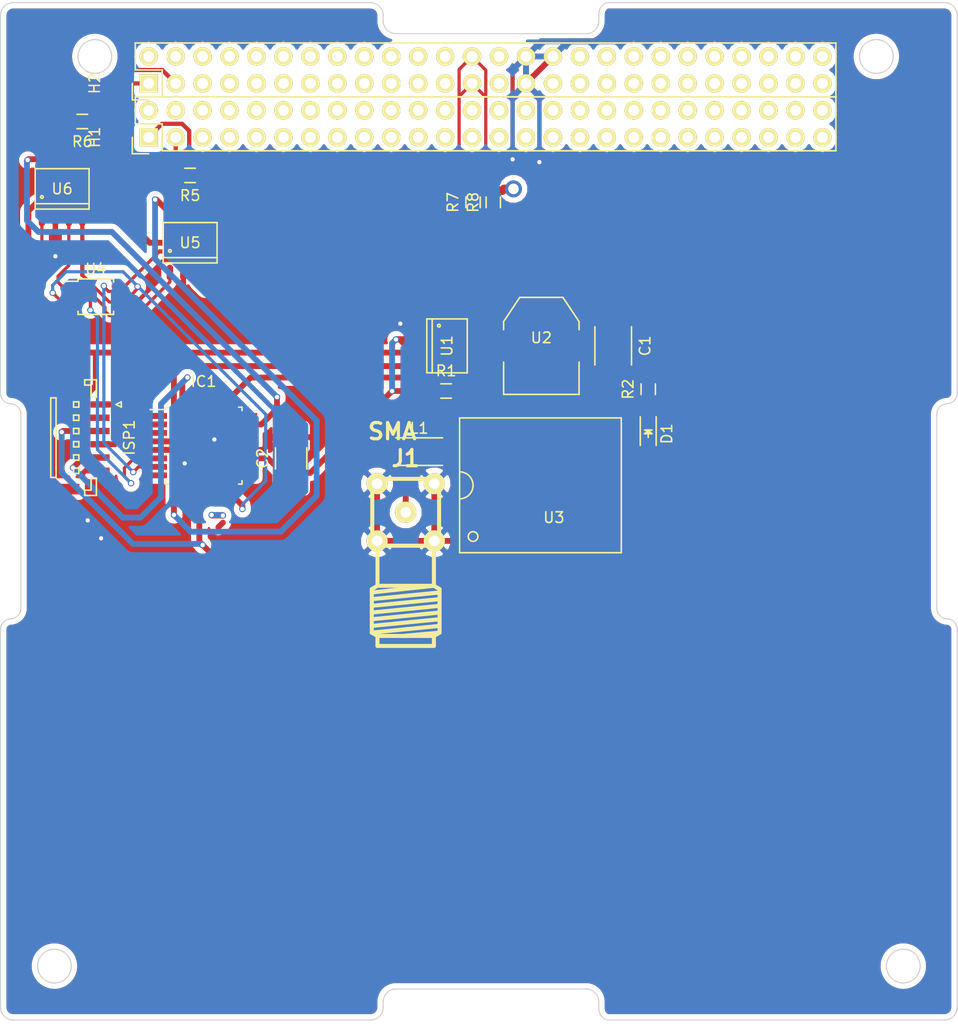
<source format=kicad_pcb>
(kicad_pcb (version 4) (host pcbnew 4.0.4-stable)
  (title_block (company LibreCube))
  (layers (0 F.Cu signal) (31 B.Cu signal) (34 B.Paste user) (35 F.Paste user) (36 B.SilkS user) (37 F.SilkS user) (38 B.Mask user) (39 F.Mask user) (44 Edge.Cuts user))
  (net 0 "")
  (net 1 "Net-(C1-Pad1)")
  (net 2 GND)
  (net 3 "Net-(H1-Pad2)")
  (net 4 "Net-(H1-Pad4)")
  (net 5 "Net-(H1-Pad5)")
  (net 6 "Net-(H1-Pad6)")
  (net 7 "Net-(H1-Pad7)")
  (net 8 "Net-(H1-Pad8)")
  (net 9 "Net-(H1-Pad9)")
  (net 10 "Net-(H1-Pad10)")
  (net 11 "Net-(H1-Pad11)")
  (net 12 "Net-(H1-Pad12)")
  (net 13 "Net-(H1-Pad13)")
  (net 14 "Net-(H1-Pad14)")
  (net 15 "Net-(H1-Pad15)")
  (net 16 "Net-(H1-Pad16)")
  (net 17 "Net-(H1-Pad17)")
  (net 18 "Net-(H1-Pad18)")
  (net 19 "Net-(H1-Pad19)")
  (net 20 "Net-(H1-Pad20)")
  (net 21 "Net-(H1-Pad21)")
  (net 22 "Net-(H1-Pad22)")
  (net 23 "Net-(H1-Pad23)")
  (net 24 "Net-(H1-Pad24)")
  (net 25 "Net-(H1-Pad25)")
  (net 26 "Net-(H1-Pad26)")
  (net 27 "Net-(H1-Pad27)")
  (net 28 "Net-(H1-Pad28)")
  (net 29 "Net-(H1-Pad29)")
  (net 30 "Net-(H1-Pad30)")
  (net 31 "Net-(H1-Pad31)")
  (net 32 "Net-(H1-Pad32)")
  (net 33 "Net-(H1-Pad33)")
  (net 34 "Net-(H1-Pad34)")
  (net 35 "Net-(H1-Pad35)")
  (net 36 "Net-(H1-Pad36)")
  (net 37 "Net-(H1-Pad37)")
  (net 38 "Net-(H1-Pad38)")
  (net 39 "Net-(H1-Pad39)")
  (net 40 "Net-(H1-Pad40)")
  (net 41 "Net-(H1-Pad41)")
  (net 42 "Net-(H1-Pad42)")
  (net 43 "Net-(H1-Pad43)")
  (net 44 "Net-(H1-Pad44)")
  (net 45 "Net-(H1-Pad45)")
  (net 46 "Net-(H1-Pad46)")
  (net 47 "Net-(H1-Pad47)")
  (net 48 "Net-(H1-Pad48)")
  (net 49 "Net-(H1-Pad49)")
  (net 50 "Net-(H1-Pad50)")
  (net 51 "Net-(H1-Pad51)")
  (net 52 "Net-(H1-Pad52)")
  (net 53 "Net-(H2-Pad2)")
  (net 54 "Net-(H2-Pad4)")
  (net 55 "Net-(H2-Pad5)")
  (net 56 "Net-(H2-Pad6)")
  (net 57 "Net-(H2-Pad7)")
  (net 58 "Net-(H2-Pad8)")
  (net 59 "Net-(H2-Pad9)")
  (net 60 "Net-(H2-Pad10)")
  (net 61 "Net-(H2-Pad11)")
  (net 62 "Net-(H2-Pad12)")
  (net 63 "Net-(H2-Pad13)")
  (net 64 "Net-(H2-Pad14)")
  (net 65 "Net-(H2-Pad15)")
  (net 66 "Net-(H2-Pad16)")
  (net 67 "Net-(H2-Pad17)")
  (net 68 "Net-(H2-Pad18)")
  (net 69 "Net-(H2-Pad19)")
  (net 70 "Net-(H2-Pad20)")
  (net 71 "Net-(H2-Pad21)")
  (net 72 "Net-(H2-Pad22)")
  (net 73 "Net-(H2-Pad23)")
  (net 74 "Net-(H2-Pad24)")
  (net 75 +5V)
  (net 76 "Net-(H2-Pad27)")
  (net 77 "Net-(H2-Pad28)")
  (net 78 "Net-(H2-Pad31)")
  (net 79 "Net-(H2-Pad33)")
  (net 80 "Net-(H2-Pad34)")
  (net 81 "Net-(H2-Pad35)")
  (net 82 "Net-(H2-Pad36)")
  (net 83 "Net-(H2-Pad37)")
  (net 84 "Net-(H2-Pad38)")
  (net 85 "Net-(H2-Pad43)")
  (net 86 "Net-(H2-Pad44)")
  (net 87 "Net-(H2-Pad45)")
  (net 88 "Net-(H2-Pad46)")
  (net 89 "Net-(H2-Pad47)")
  (net 90 "Net-(H2-Pad48)")
  (net 91 "Net-(H2-Pad49)")
  (net 92 "Net-(H2-Pad50)")
  (net 93 "Net-(H2-Pad51)")
  (net 94 "Net-(H2-Pad52)")
  (net 95 "Net-(IC1-Pad1)")
  (net 96 "Net-(IC1-Pad3)")
  (net 97 "Net-(IC1-Pad8)")
  (net 98 "Net-(IC1-Pad10)")
  (net 99 "Net-(IC1-Pad11)")
  (net 100 "Net-(IC1-Pad13)")
  (net 101 "Net-(IC1-Pad14)")
  (net 102 "Net-(IC1-Pad15)")
  (net 103 "Net-(IC1-Pad17)")
  (net 104 "Net-(IC1-Pad18)")
  (net 105 "Net-(IC1-Pad21)")
  (net 106 "Net-(IC1-Pad22)")
  (net 107 "Net-(IC1-Pad24)")
  (net 108 "Net-(IC1-Pad26)")
  (net 109 "Net-(IC1-Pad27)")
  (net 110 "Net-(IC1-Pad28)")
  (net 111 "Net-(IC1-Pad29)")
  (net 112 "Net-(IC1-Pad30)")
  (net 113 "Net-(IC1-Pad31)")
  (net 114 "Net-(J1-Pad1)")
  (net 115 "Net-(L1-Pad2)")
  (net 116 "Net-(U1-Pad6)")
  (net 117 "Net-(U3-Pad3)")
  (net 118 "Net-(U4-Pad2)")
  (net 119 "Net-(U4-Pad5)")
  (net 120 "Net-(U4-Pad7)")
  (net 121 "Net-(U4-Pad10)")
  (net 122 CAN1_L)
  (net 123 CAN1_H)
  (net 124 CAN2_L)
  (net 125 CAN2_H)
  (net 126 "Net-(D1-Pad1)")
  (net 127 "Net-(H2-Pad39)")
  (net 128 "Net-(H2-Pad40)")
  (net 129 "Net-(H2-Pad41)")
  (net 130 "Net-(H2-Pad42)")
  (net 131 5V_BUS)
  (net 132 "Net-(IC1-Pad2)")
  (net 133 TX_CAN)
  (net 134 RX_CAN)
  (net 135 CAN1_STBY)
  (net 136 GPS_TX)
  (net 137 CAN_SEL)
  (net 138 CAN2_STBY)
  (net 139 ~GPS_OC)
  (net 140 GPS_EN)
  (net 141 ALT_5V)
  (net 142 "Net-(U3-Pad8)")
  (net 143 "Net-(U3-Pad5)")
  (module Pin_Headers:Pin_Header_Straight_2x26 (layer F.Cu) (at 78.65 64.99 90)
    (fp_text reference H1 (at 0 -5.1 90) (layer F.SilkS))
    (fp_text value CONN_02X26)
    (pad 1 thru_hole rect (at 0 0 90) (size 1.7272 1.7272) (drill 1.016) (layers *.Cu *.Mask F.SilkS) (net 122 CAN1_L))
    (pad 2 thru_hole oval (at 2.54 0 90) (size 1.7272 1.7272) (drill 1.016) (layers *.Cu *.Mask F.SilkS) (net 3 "Net-(H1-Pad2)"))
    (pad 3 thru_hole oval (at 0 2.54 90) (size 1.7272 1.7272) (drill 1.016) (layers *.Cu *.Mask F.SilkS) (net 123 CAN1_H))
    (pad 4 thru_hole oval (at 2.54 2.54 90) (size 1.7272 1.7272) (drill 1.016) (layers *.Cu *.Mask F.SilkS) (net 4 "Net-(H1-Pad4)"))
    (pad 5 thru_hole oval (at 0 5.08 90) (size 1.7272 1.7272) (drill 1.016) (layers *.Cu *.Mask F.SilkS) (net 5 "Net-(H1-Pad5)"))
    (pad 6 thru_hole oval (at 2.54 5.08 90) (size 1.7272 1.7272) (drill 1.016) (layers *.Cu *.Mask F.SilkS) (net 6 "Net-(H1-Pad6)"))
    (pad 7 thru_hole oval (at 0 7.62 90) (size 1.7272 1.7272) (drill 1.016) (layers *.Cu *.Mask F.SilkS) (net 7 "Net-(H1-Pad7)"))
    (pad 8 thru_hole oval (at 2.54 7.62 90) (size 1.7272 1.7272) (drill 1.016) (layers *.Cu *.Mask F.SilkS) (net 8 "Net-(H1-Pad8)"))
    (pad 9 thru_hole oval (at 0 10.16 90) (size 1.7272 1.7272) (drill 1.016) (layers *.Cu *.Mask F.SilkS) (net 9 "Net-(H1-Pad9)"))
    (pad 10 thru_hole oval (at 2.54 10.16 90) (size 1.7272 1.7272) (drill 1.016) (layers *.Cu *.Mask F.SilkS) (net 10 "Net-(H1-Pad10)"))
    (pad 11 thru_hole oval (at 0 12.7 90) (size 1.7272 1.7272) (drill 1.016) (layers *.Cu *.Mask F.SilkS) (net 11 "Net-(H1-Pad11)"))
    (pad 12 thru_hole oval (at 2.54 12.7 90) (size 1.7272 1.7272) (drill 1.016) (layers *.Cu *.Mask F.SilkS) (net 12 "Net-(H1-Pad12)"))
    (pad 13 thru_hole oval (at 0 15.24 90) (size 1.7272 1.7272) (drill 1.016) (layers *.Cu *.Mask F.SilkS) (net 13 "Net-(H1-Pad13)"))
    (pad 14 thru_hole oval (at 2.54 15.24 90) (size 1.7272 1.7272) (drill 1.016) (layers *.Cu *.Mask F.SilkS) (net 14 "Net-(H1-Pad14)"))
    (pad 15 thru_hole oval (at 0 17.78 90) (size 1.7272 1.7272) (drill 1.016) (layers *.Cu *.Mask F.SilkS) (net 15 "Net-(H1-Pad15)"))
    (pad 16 thru_hole oval (at 2.54 17.78 90) (size 1.7272 1.7272) (drill 1.016) (layers *.Cu *.Mask F.SilkS) (net 16 "Net-(H1-Pad16)"))
    (pad 17 thru_hole oval (at 0 20.32 90) (size 1.7272 1.7272) (drill 1.016) (layers *.Cu *.Mask F.SilkS) (net 17 "Net-(H1-Pad17)"))
    (pad 18 thru_hole oval (at 2.54 20.32 90) (size 1.7272 1.7272) (drill 1.016) (layers *.Cu *.Mask F.SilkS) (net 18 "Net-(H1-Pad18)"))
    (pad 19 thru_hole oval (at 0 22.86 90) (size 1.7272 1.7272) (drill 1.016) (layers *.Cu *.Mask F.SilkS) (net 19 "Net-(H1-Pad19)"))
    (pad 20 thru_hole oval (at 2.54 22.86 90) (size 1.7272 1.7272) (drill 1.016) (layers *.Cu *.Mask F.SilkS) (net 20 "Net-(H1-Pad20)"))
    (pad 21 thru_hole oval (at 0 25.4 90) (size 1.7272 1.7272) (drill 1.016) (layers *.Cu *.Mask F.SilkS) (net 21 "Net-(H1-Pad21)"))
    (pad 22 thru_hole oval (at 2.54 25.4 90) (size 1.7272 1.7272) (drill 1.016) (layers *.Cu *.Mask F.SilkS) (net 22 "Net-(H1-Pad22)"))
    (pad 23 thru_hole oval (at 0 27.94 90) (size 1.7272 1.7272) (drill 1.016) (layers *.Cu *.Mask F.SilkS) (net 23 "Net-(H1-Pad23)"))
    (pad 24 thru_hole oval (at 2.54 27.94 90) (size 1.7272 1.7272) (drill 1.016) (layers *.Cu *.Mask F.SilkS) (net 24 "Net-(H1-Pad24)"))
    (pad 25 thru_hole oval (at 0 30.48 90) (size 1.7272 1.7272) (drill 1.016) (layers *.Cu *.Mask F.SilkS) (net 25 "Net-(H1-Pad25)"))
    (pad 26 thru_hole oval (at 2.54 30.48 90) (size 1.7272 1.7272) (drill 1.016) (layers *.Cu *.Mask F.SilkS) (net 26 "Net-(H1-Pad26)"))
    (pad 27 thru_hole oval (at 0 33.02 90) (size 1.7272 1.7272) (drill 1.016) (layers *.Cu *.Mask F.SilkS) (net 27 "Net-(H1-Pad27)"))
    (pad 28 thru_hole oval (at 2.54 33.02 90) (size 1.7272 1.7272) (drill 1.016) (layers *.Cu *.Mask F.SilkS) (net 28 "Net-(H1-Pad28)"))
    (pad 29 thru_hole oval (at 0 35.56 90) (size 1.7272 1.7272) (drill 1.016) (layers *.Cu *.Mask F.SilkS) (net 29 "Net-(H1-Pad29)"))
    (pad 30 thru_hole oval (at 2.54 35.56 90) (size 1.7272 1.7272) (drill 1.016) (layers *.Cu *.Mask F.SilkS) (net 30 "Net-(H1-Pad30)"))
    (pad 31 thru_hole oval (at 0 38.1 90) (size 1.7272 1.7272) (drill 1.016) (layers *.Cu *.Mask F.SilkS) (net 31 "Net-(H1-Pad31)"))
    (pad 32 thru_hole oval (at 2.54 38.1 90) (size 1.7272 1.7272) (drill 1.016) (layers *.Cu *.Mask F.SilkS) (net 32 "Net-(H1-Pad32)"))
    (pad 33 thru_hole oval (at 0 40.64 90) (size 1.7272 1.7272) (drill 1.016) (layers *.Cu *.Mask F.SilkS) (net 33 "Net-(H1-Pad33)"))
    (pad 34 thru_hole oval (at 2.54 40.64 90) (size 1.7272 1.7272) (drill 1.016) (layers *.Cu *.Mask F.SilkS) (net 34 "Net-(H1-Pad34)"))
    (pad 35 thru_hole oval (at 0 43.18 90) (size 1.7272 1.7272) (drill 1.016) (layers *.Cu *.Mask F.SilkS) (net 35 "Net-(H1-Pad35)"))
    (pad 36 thru_hole oval (at 2.54 43.18 90) (size 1.7272 1.7272) (drill 1.016) (layers *.Cu *.Mask F.SilkS) (net 36 "Net-(H1-Pad36)"))
    (pad 37 thru_hole oval (at 0 45.72 90) (size 1.7272 1.7272) (drill 1.016) (layers *.Cu *.Mask F.SilkS) (net 37 "Net-(H1-Pad37)"))
    (pad 38 thru_hole oval (at 2.54 45.72 90) (size 1.7272 1.7272) (drill 1.016) (layers *.Cu *.Mask F.SilkS) (net 38 "Net-(H1-Pad38)"))
    (pad 39 thru_hole oval (at 0 48.26 90) (size 1.7272 1.7272) (drill 1.016) (layers *.Cu *.Mask F.SilkS) (net 39 "Net-(H1-Pad39)"))
    (pad 40 thru_hole oval (at 2.54 48.26 90) (size 1.7272 1.7272) (drill 1.016) (layers *.Cu *.Mask F.SilkS) (net 40 "Net-(H1-Pad40)"))
    (pad 41 thru_hole oval (at 0 50.8 90) (size 1.7272 1.7272) (drill 1.016) (layers *.Cu *.Mask F.SilkS) (net 41 "Net-(H1-Pad41)"))
    (pad 42 thru_hole oval (at 2.54 50.8 90) (size 1.7272 1.7272) (drill 1.016) (layers *.Cu *.Mask F.SilkS) (net 42 "Net-(H1-Pad42)"))
    (pad 43 thru_hole oval (at 0 53.34 90) (size 1.7272 1.7272) (drill 1.016) (layers *.Cu *.Mask F.SilkS) (net 43 "Net-(H1-Pad43)"))
    (pad 44 thru_hole oval (at 2.54 53.34 90) (size 1.7272 1.7272) (drill 1.016) (layers *.Cu *.Mask F.SilkS) (net 44 "Net-(H1-Pad44)"))
    (pad 45 thru_hole oval (at 0 55.88 90) (size 1.7272 1.7272) (drill 1.016) (layers *.Cu *.Mask F.SilkS) (net 45 "Net-(H1-Pad45)"))
    (pad 46 thru_hole oval (at 2.54 55.88 90) (size 1.7272 1.7272) (drill 1.016) (layers *.Cu *.Mask F.SilkS) (net 46 "Net-(H1-Pad46)"))
    (pad 47 thru_hole oval (at 0 58.42 90) (size 1.7272 1.7272) (drill 1.016) (layers *.Cu *.Mask F.SilkS) (net 47 "Net-(H1-Pad47)"))
    (pad 48 thru_hole oval (at 2.54 58.42 90) (size 1.7272 1.7272) (drill 1.016) (layers *.Cu *.Mask F.SilkS) (net 48 "Net-(H1-Pad48)"))
    (pad 49 thru_hole oval (at 0 60.96 90) (size 1.7272 1.7272) (drill 1.016) (layers *.Cu *.Mask F.SilkS) (net 49 "Net-(H1-Pad49)"))
    (pad 50 thru_hole oval (at 2.54 60.96 90) (size 1.7272 1.7272) (drill 1.016) (layers *.Cu *.Mask F.SilkS) (net 50 "Net-(H1-Pad50)"))
    (pad 51 thru_hole oval (at 0 63.5 90) (size 1.7272 1.7272) (drill 1.016) (layers *.Cu *.Mask F.SilkS) (net 51 "Net-(H1-Pad51)"))
    (pad 52 thru_hole oval (at 2.54 63.5 90) (size 1.7272 1.7272) (drill 1.016) (layers *.Cu *.Mask F.SilkS) (net 52 "Net-(H1-Pad52)"))
  )
  (module Housings_SSOP:MSOP-10_3x3mm_Pitch0.5mm (layer F.Cu) (at 73.66 80.01)
    (fp_text reference U4 (at 0 -2.6) (layer F.SilkS))
    (fp_text value ADG787)
    (pad 1 smd rect (at -2.2 -1) (size 1.4 0.3) (layers F.Cu F.Paste F.Mask) (net 75 +5V))
    (pad 2 smd rect (at -2.2 -0.5) (size 1.4 0.3) (layers F.Cu F.Paste F.Mask) (net 118 "Net-(U4-Pad2)"))
    (pad 3 smd rect (at -2.2 0) (size 1.4 0.3) (layers F.Cu F.Paste F.Mask) (net 133 TX_CAN))
    (pad 4 smd rect (at -2.2 0.5) (size 1.4 0.3) (layers F.Cu F.Paste F.Mask) (net 137 CAN_SEL))
    (pad 5 smd rect (at -2.2 1) (size 1.4 0.3) (layers F.Cu F.Paste F.Mask) (net 119 "Net-(U4-Pad5)"))
    (pad 6 smd rect (at 2.2 1) (size 1.4 0.3) (layers F.Cu F.Paste F.Mask) (net 2 GND))
    (pad 7 smd rect (at 2.2 0.5) (size 1.4 0.3) (layers F.Cu F.Paste F.Mask) (net 120 "Net-(U4-Pad7)"))
    (pad 8 smd rect (at 2.2 0) (size 1.4 0.3) (layers F.Cu F.Paste F.Mask) (net 137 CAN_SEL))
    (pad 9 smd rect (at 2.2 -0.5) (size 1.4 0.3) (layers F.Cu F.Paste F.Mask) (net 134 RX_CAN))
    (pad 10 smd rect (at 2.2 -1) (size 1.4 0.3) (layers F.Cu F.Paste F.Mask) (net 121 "Net-(U4-Pad10)"))
  )
  (module sma:SMA (layer F.Cu) (at 102.87 100.33 180)
    (fp_text reference J1 (at 0 5.08 180) (layer F.SilkS) (effects (font (thickness 0.3048))))
    (fp_text value SMA (at 1.27 7.62 180) (layer F.SilkS) (effects (font (thickness 0.3048))))
    (pad 1 thru_hole circle (at 0 0 180) (size 1.99898 1.99898) (drill 1.00076) (layers *.Cu *.Mask F.SilkS) (net 114 "Net-(J1-Pad1)"))
    (pad 3 thru_hole circle (at 2.70002 -2.70002 180) (size 1.99898 1.99898) (drill 1.00076) (layers *.Cu *.Mask F.SilkS) (net 2 GND))
    (pad 2 thru_hole circle (at -2.70002 -2.70002 180) (size 1.99898 1.99898) (drill 1.00076) (layers *.Cu *.Mask F.SilkS) (net 2 GND))
    (pad 5 thru_hole circle (at -2.70002 2.70002 180) (size 1.99898 1.99898) (drill 1.00076) (layers *.Cu *.Mask F.SilkS) (net 2 GND))
    (pad 4 thru_hole circle (at 2.70002 2.70002 180) (size 1.99898 1.99898) (drill 1.00076) (layers *.Cu *.Mask F.SilkS) (net 2 GND))
  )
  (module Inductors:Inductor_Taiyo-Yuden_NR-24xx_HandSoldering (layer F.Cu) (at 104.14 94.615)
    (fp_text reference L1 (at 0 -2.2) (layer F.SilkS))
    (fp_text value "300Ohm BEAD")
    (pad 1 smd rect (at -1.2875 0) (size 1.825 2.2) (layers F.Cu F.Paste F.Mask) (net 114 "Net-(J1-Pad1)"))
    (pad 2 smd rect (at 1.2875 0) (size 1.825 2.2) (layers F.Cu F.Paste F.Mask) (net 115 "Net-(L1-Pad2)"))
  )
  (module Housings_QFP:TQFP-32_7x7mm_Pitch0.8mm (layer F.Cu) (at 83.82 94.05)
    (fp_text reference IC1 (at 0 -6.05) (layer F.SilkS))
    (fp_text value ATMEGA16M1-A)
    (pad 1 smd rect (at -4.25 -2.8) (size 1.6 0.55) (layers F.Cu F.Paste F.Mask) (net 95 "Net-(IC1-Pad1)"))
    (pad 2 smd rect (at -4.25 -2) (size 1.6 0.55) (layers F.Cu F.Paste F.Mask) (net 132 "Net-(IC1-Pad2)"))
    (pad 3 smd rect (at -4.25 -1.2) (size 1.6 0.55) (layers F.Cu F.Paste F.Mask) (net 96 "Net-(IC1-Pad3)"))
    (pad 4 smd rect (at -4.25 -0.4) (size 1.6 0.55) (layers F.Cu F.Paste F.Mask) (net 75 +5V))
    (pad 5 smd rect (at -4.25 0.4) (size 1.6 0.55) (layers F.Cu F.Paste F.Mask) (net 2 GND))
    (pad 6 smd rect (at -4.25 1.2) (size 1.6 0.55) (layers F.Cu F.Paste F.Mask) (net 133 TX_CAN))
    (pad 7 smd rect (at -4.25 2) (size 1.6 0.55) (layers F.Cu F.Paste F.Mask) (net 134 RX_CAN))
    (pad 8 smd rect (at -4.25 2.8) (size 1.6 0.55) (layers F.Cu F.Paste F.Mask) (net 97 "Net-(IC1-Pad8)"))
    (pad 9 smd rect (at -2.8 4.25 90) (size 1.6 0.55) (layers F.Cu F.Paste F.Mask) (net 135 CAN1_STBY))
    (pad 10 smd rect (at -2 4.25 90) (size 1.6 0.55) (layers F.Cu F.Paste F.Mask) (net 98 "Net-(IC1-Pad10)"))
    (pad 11 smd rect (at -1.2 4.25 90) (size 1.6 0.55) (layers F.Cu F.Paste F.Mask) (net 99 "Net-(IC1-Pad11)"))
    (pad 12 smd rect (at -0.4 4.25 90) (size 1.6 0.55) (layers F.Cu F.Paste F.Mask) (net 136 GPS_TX))
    (pad 13 smd rect (at 0.4 4.25 90) (size 1.6 0.55) (layers F.Cu F.Paste F.Mask) (net 100 "Net-(IC1-Pad13)"))
    (pad 14 smd rect (at 1.2 4.25 90) (size 1.6 0.55) (layers F.Cu F.Paste F.Mask) (net 101 "Net-(IC1-Pad14)"))
    (pad 15 smd rect (at 2 4.25 90) (size 1.6 0.55) (layers F.Cu F.Paste F.Mask) (net 102 "Net-(IC1-Pad15)"))
    (pad 16 smd rect (at 2.8 4.25 90) (size 1.6 0.55) (layers F.Cu F.Paste F.Mask) (net 137 CAN_SEL))
    (pad 17 smd rect (at 4.25 2.8) (size 1.6 0.55) (layers F.Cu F.Paste F.Mask) (net 103 "Net-(IC1-Pad17)"))
    (pad 18 smd rect (at 4.25 2) (size 1.6 0.55) (layers F.Cu F.Paste F.Mask) (net 104 "Net-(IC1-Pad18)"))
    (pad 19 smd rect (at 4.25 1.2) (size 1.6 0.55) (layers F.Cu F.Paste F.Mask) (net 75 +5V))
    (pad 20 smd rect (at 4.25 0.4) (size 1.6 0.55) (layers F.Cu F.Paste F.Mask) (net 2 GND))
    (pad 21 smd rect (at 4.25 -0.4) (size 1.6 0.55) (layers F.Cu F.Paste F.Mask) (net 105 "Net-(IC1-Pad21)"))
    (pad 22 smd rect (at 4.25 -1.2) (size 1.6 0.55) (layers F.Cu F.Paste F.Mask) (net 106 "Net-(IC1-Pad22)"))
    (pad 23 smd rect (at 4.25 -2) (size 1.6 0.55) (layers F.Cu F.Paste F.Mask) (net 138 CAN2_STBY))
    (pad 24 smd rect (at 4.25 -2.8) (size 1.6 0.55) (layers F.Cu F.Paste F.Mask) (net 107 "Net-(IC1-Pad24)"))
    (pad 25 smd rect (at 2.8 -4.25 90) (size 1.6 0.55) (layers F.Cu F.Paste F.Mask) (net 139 ~GPS_OC))
    (pad 26 smd rect (at 2 -4.25 90) (size 1.6 0.55) (layers F.Cu F.Paste F.Mask) (net 108 "Net-(IC1-Pad26)"))
    (pad 27 smd rect (at 1.2 -4.25 90) (size 1.6 0.55) (layers F.Cu F.Paste F.Mask) (net 109 "Net-(IC1-Pad27)"))
    (pad 28 smd rect (at 0.4 -4.25 90) (size 1.6 0.55) (layers F.Cu F.Paste F.Mask) (net 110 "Net-(IC1-Pad28)"))
    (pad 29 smd rect (at -0.4 -4.25 90) (size 1.6 0.55) (layers F.Cu F.Paste F.Mask) (net 111 "Net-(IC1-Pad29)"))
    (pad 30 smd rect (at -1.2 -4.25 90) (size 1.6 0.55) (layers F.Cu F.Paste F.Mask) (net 112 "Net-(IC1-Pad30)"))
    (pad 31 smd rect (at -2 -4.25 90) (size 1.6 0.55) (layers F.Cu F.Paste F.Mask) (net 113 "Net-(IC1-Pad31)"))
    (pad 32 smd rect (at -2.8 -4.25 90) (size 1.6 0.55) (layers F.Cu F.Paste F.Mask) (net 140 GPS_EN))
  )
  (module Pin_Headers:Pin_Header_Straight_2x26 (layer F.Cu) (at 78.65 59.91 90)
    (fp_text reference H2 (at 0 -5.1 90) (layer F.SilkS))
    (fp_text value CONN_02X26)
    (pad 1 thru_hole rect (at 0 0 90) (size 1.7272 1.7272) (drill 1.016) (layers *.Cu *.Mask F.SilkS) (net 124 CAN2_L))
    (pad 2 thru_hole oval (at 2.54 0 90) (size 1.7272 1.7272) (drill 1.016) (layers *.Cu *.Mask F.SilkS) (net 53 "Net-(H2-Pad2)"))
    (pad 3 thru_hole oval (at 0 2.54 90) (size 1.7272 1.7272) (drill 1.016) (layers *.Cu *.Mask F.SilkS) (net 125 CAN2_H))
    (pad 4 thru_hole oval (at 2.54 2.54 90) (size 1.7272 1.7272) (drill 1.016) (layers *.Cu *.Mask F.SilkS) (net 54 "Net-(H2-Pad4)"))
    (pad 5 thru_hole oval (at 0 5.08 90) (size 1.7272 1.7272) (drill 1.016) (layers *.Cu *.Mask F.SilkS) (net 55 "Net-(H2-Pad5)"))
    (pad 6 thru_hole oval (at 2.54 5.08 90) (size 1.7272 1.7272) (drill 1.016) (layers *.Cu *.Mask F.SilkS) (net 56 "Net-(H2-Pad6)"))
    (pad 7 thru_hole oval (at 0 7.62 90) (size 1.7272 1.7272) (drill 1.016) (layers *.Cu *.Mask F.SilkS) (net 57 "Net-(H2-Pad7)"))
    (pad 8 thru_hole oval (at 2.54 7.62 90) (size 1.7272 1.7272) (drill 1.016) (layers *.Cu *.Mask F.SilkS) (net 58 "Net-(H2-Pad8)"))
    (pad 9 thru_hole oval (at 0 10.16 90) (size 1.7272 1.7272) (drill 1.016) (layers *.Cu *.Mask F.SilkS) (net 59 "Net-(H2-Pad9)"))
    (pad 10 thru_hole oval (at 2.54 10.16 90) (size 1.7272 1.7272) (drill 1.016) (layers *.Cu *.Mask F.SilkS) (net 60 "Net-(H2-Pad10)"))
    (pad 11 thru_hole oval (at 0 12.7 90) (size 1.7272 1.7272) (drill 1.016) (layers *.Cu *.Mask F.SilkS) (net 61 "Net-(H2-Pad11)"))
    (pad 12 thru_hole oval (at 2.54 12.7 90) (size 1.7272 1.7272) (drill 1.016) (layers *.Cu *.Mask F.SilkS) (net 62 "Net-(H2-Pad12)"))
    (pad 13 thru_hole oval (at 0 15.24 90) (size 1.7272 1.7272) (drill 1.016) (layers *.Cu *.Mask F.SilkS) (net 63 "Net-(H2-Pad13)"))
    (pad 14 thru_hole oval (at 2.54 15.24 90) (size 1.7272 1.7272) (drill 1.016) (layers *.Cu *.Mask F.SilkS) (net 64 "Net-(H2-Pad14)"))
    (pad 15 thru_hole oval (at 0 17.78 90) (size 1.7272 1.7272) (drill 1.016) (layers *.Cu *.Mask F.SilkS) (net 65 "Net-(H2-Pad15)"))
    (pad 16 thru_hole oval (at 2.54 17.78 90) (size 1.7272 1.7272) (drill 1.016) (layers *.Cu *.Mask F.SilkS) (net 66 "Net-(H2-Pad16)"))
    (pad 17 thru_hole oval (at 0 20.32 90) (size 1.7272 1.7272) (drill 1.016) (layers *.Cu *.Mask F.SilkS) (net 67 "Net-(H2-Pad17)"))
    (pad 18 thru_hole oval (at 2.54 20.32 90) (size 1.7272 1.7272) (drill 1.016) (layers *.Cu *.Mask F.SilkS) (net 68 "Net-(H2-Pad18)"))
    (pad 19 thru_hole oval (at 0 22.86 90) (size 1.7272 1.7272) (drill 1.016) (layers *.Cu *.Mask F.SilkS) (net 69 "Net-(H2-Pad19)"))
    (pad 20 thru_hole oval (at 2.54 22.86 90) (size 1.7272 1.7272) (drill 1.016) (layers *.Cu *.Mask F.SilkS) (net 70 "Net-(H2-Pad20)"))
    (pad 21 thru_hole oval (at 0 25.4 90) (size 1.7272 1.7272) (drill 1.016) (layers *.Cu *.Mask F.SilkS) (net 71 "Net-(H2-Pad21)"))
    (pad 22 thru_hole oval (at 2.54 25.4 90) (size 1.7272 1.7272) (drill 1.016) (layers *.Cu *.Mask F.SilkS) (net 72 "Net-(H2-Pad22)"))
    (pad 23 thru_hole oval (at 0 27.94 90) (size 1.7272 1.7272) (drill 1.016) (layers *.Cu *.Mask F.SilkS) (net 73 "Net-(H2-Pad23)"))
    (pad 24 thru_hole oval (at 2.54 27.94 90) (size 1.7272 1.7272) (drill 1.016) (layers *.Cu *.Mask F.SilkS) (net 74 "Net-(H2-Pad24)"))
    (pad 25 thru_hole oval (at 0 30.48 90) (size 1.7272 1.7272) (drill 1.016) (layers *.Cu *.Mask F.SilkS) (net 131 5V_BUS))
    (pad 26 thru_hole oval (at 2.54 30.48 90) (size 1.7272 1.7272) (drill 1.016) (layers *.Cu *.Mask F.SilkS) (net 131 5V_BUS))
    (pad 27 thru_hole oval (at 0 33.02 90) (size 1.7272 1.7272) (drill 1.016) (layers *.Cu *.Mask F.SilkS) (net 76 "Net-(H2-Pad27)"))
    (pad 28 thru_hole oval (at 2.54 33.02 90) (size 1.7272 1.7272) (drill 1.016) (layers *.Cu *.Mask F.SilkS) (net 77 "Net-(H2-Pad28)"))
    (pad 29 thru_hole oval (at 0 35.56 90) (size 1.7272 1.7272) (drill 1.016) (layers *.Cu *.Mask F.SilkS) (net 2 GND))
    (pad 30 thru_hole oval (at 2.54 35.56 90) (size 1.7272 1.7272) (drill 1.016) (layers *.Cu *.Mask F.SilkS) (net 2 GND))
    (pad 31 thru_hole oval (at 0 38.1 90) (size 1.7272 1.7272) (drill 1.016) (layers *.Cu *.Mask F.SilkS) (net 78 "Net-(H2-Pad31)"))
    (pad 32 thru_hole oval (at 2.54 38.1 90) (size 1.7272 1.7272) (drill 1.016) (layers *.Cu *.Mask F.SilkS) (net 2 GND))
    (pad 33 thru_hole oval (at 0 40.64 90) (size 1.7272 1.7272) (drill 1.016) (layers *.Cu *.Mask F.SilkS) (net 79 "Net-(H2-Pad33)"))
    (pad 34 thru_hole oval (at 2.54 40.64 90) (size 1.7272 1.7272) (drill 1.016) (layers *.Cu *.Mask F.SilkS) (net 80 "Net-(H2-Pad34)"))
    (pad 35 thru_hole oval (at 0 43.18 90) (size 1.7272 1.7272) (drill 1.016) (layers *.Cu *.Mask F.SilkS) (net 81 "Net-(H2-Pad35)"))
    (pad 36 thru_hole oval (at 2.54 43.18 90) (size 1.7272 1.7272) (drill 1.016) (layers *.Cu *.Mask F.SilkS) (net 82 "Net-(H2-Pad36)"))
    (pad 37 thru_hole oval (at 0 45.72 90) (size 1.7272 1.7272) (drill 1.016) (layers *.Cu *.Mask F.SilkS) (net 83 "Net-(H2-Pad37)"))
    (pad 38 thru_hole oval (at 2.54 45.72 90) (size 1.7272 1.7272) (drill 1.016) (layers *.Cu *.Mask F.SilkS) (net 84 "Net-(H2-Pad38)"))
    (pad 39 thru_hole oval (at 0 48.26 90) (size 1.7272 1.7272) (drill 1.016) (layers *.Cu *.Mask F.SilkS) (net 127 "Net-(H2-Pad39)"))
    (pad 40 thru_hole oval (at 2.54 48.26 90) (size 1.7272 1.7272) (drill 1.016) (layers *.Cu *.Mask F.SilkS) (net 128 "Net-(H2-Pad40)"))
    (pad 41 thru_hole oval (at 0 50.8 90) (size 1.7272 1.7272) (drill 1.016) (layers *.Cu *.Mask F.SilkS) (net 129 "Net-(H2-Pad41)"))
    (pad 42 thru_hole oval (at 2.54 50.8 90) (size 1.7272 1.7272) (drill 1.016) (layers *.Cu *.Mask F.SilkS) (net 130 "Net-(H2-Pad42)"))
    (pad 43 thru_hole oval (at 0 53.34 90) (size 1.7272 1.7272) (drill 1.016) (layers *.Cu *.Mask F.SilkS) (net 85 "Net-(H2-Pad43)"))
    (pad 44 thru_hole oval (at 2.54 53.34 90) (size 1.7272 1.7272) (drill 1.016) (layers *.Cu *.Mask F.SilkS) (net 86 "Net-(H2-Pad44)"))
    (pad 45 thru_hole oval (at 0 55.88 90) (size 1.7272 1.7272) (drill 1.016) (layers *.Cu *.Mask F.SilkS) (net 87 "Net-(H2-Pad45)"))
    (pad 46 thru_hole oval (at 2.54 55.88 90) (size 1.7272 1.7272) (drill 1.016) (layers *.Cu *.Mask F.SilkS) (net 88 "Net-(H2-Pad46)"))
    (pad 47 thru_hole oval (at 0 58.42 90) (size 1.7272 1.7272) (drill 1.016) (layers *.Cu *.Mask F.SilkS) (net 89 "Net-(H2-Pad47)"))
    (pad 48 thru_hole oval (at 2.54 58.42 90) (size 1.7272 1.7272) (drill 1.016) (layers *.Cu *.Mask F.SilkS) (net 90 "Net-(H2-Pad48)"))
    (pad 49 thru_hole oval (at 0 60.96 90) (size 1.7272 1.7272) (drill 1.016) (layers *.Cu *.Mask F.SilkS) (net 91 "Net-(H2-Pad49)"))
    (pad 50 thru_hole oval (at 2.54 60.96 90) (size 1.7272 1.7272) (drill 1.016) (layers *.Cu *.Mask F.SilkS) (net 92 "Net-(H2-Pad50)"))
    (pad 51 thru_hole oval (at 0 63.5 90) (size 1.7272 1.7272) (drill 1.016) (layers *.Cu *.Mask F.SilkS) (net 93 "Net-(H2-Pad51)"))
    (pad 52 thru_hole oval (at 2.54 63.5 90) (size 1.7272 1.7272) (drill 1.016) (layers *.Cu *.Mask F.SilkS) (net 94 "Net-(H2-Pad52)"))
  )
  (module Capacitors_SMD:C_1812 (layer F.Cu) (at 122.428 84.647596 270)
    (fp_text reference C1 (at 0 -3 270) (layer F.SilkS))
    (fp_text value "x uF")
    (pad 1 smd rect (at -2.3 0 270) (size 1 3) (layers F.Cu F.Paste F.Mask) (net 1 "Net-(C1-Pad1)"))
    (pad 2 smd rect (at 2.3 0 270) (size 1 3) (layers F.Cu F.Paste F.Mask) (net 2 GND))
  )
  (module Resistors_SMD:R_0603_HandSoldering (layer F.Cu) (at 106.68 88.9)
    (fp_text reference R1 (at 0 -1.9) (layer F.SilkS))
    (fp_text value 10k)
    (pad 1 smd rect (at -1.1 0) (size 1.2 0.9) (layers F.Cu F.Paste F.Mask) (net 75 +5V))
    (pad 2 smd rect (at 1.1 0) (size 1.2 0.9) (layers F.Cu F.Paste F.Mask) (net 139 ~GPS_OC))
  )
  (module Power_Integrations:SO-8 (layer F.Cu) (at 106.765822 84.647596 270)
    (fp_text reference U1 (at 0 0 270) (layer F.SilkS))
    (fp_text value TPS2030)
    (pad 1 smd oval (at -1.905 2.794 270) (size 0.6096 1.4732) (layers F.Cu F.Paste F.Mask) (net 2 GND))
    (pad 2 smd oval (at -0.635 2.794 270) (size 0.6096 1.4732) (layers F.Cu F.Paste F.Mask) (net 75 +5V))
    (pad 3 smd oval (at 0.635 2.794 270) (size 0.6096 1.4732) (layers F.Cu F.Paste F.Mask) (net 75 +5V))
    (pad 4 smd oval (at 1.905 2.794 270) (size 0.6096 1.4732) (layers F.Cu F.Paste F.Mask) (net 140 GPS_EN))
    (pad 5 smd oval (at 1.905 -2.794 270) (size 0.6096 1.4732) (layers F.Cu F.Paste F.Mask) (net 139 ~GPS_OC))
    (pad 6 smd oval (at 0.635 -2.794 270) (size 0.6096 1.4732) (layers F.Cu F.Paste F.Mask) (net 116 "Net-(U1-Pad6)"))
    (pad 7 smd oval (at -0.635 -2.794 270) (size 0.6096 1.4732) (layers F.Cu F.Paste F.Mask) (net 116 "Net-(U1-Pad6)"))
    (pad 8 smd oval (at -1.905 -2.794 270) (size 0.6096 1.4732) (layers F.Cu F.Paste F.Mask) (net 116 "Net-(U1-Pad6)"))
  )
  (module TO_SOT_Packages_SMD:SOT-223 (layer F.Cu) (at 115.655822 84.647596)
    (fp_text reference U2 (at 0 -0.762) (layer F.SilkS))
    (fp_text value LM1117-3.3)
    (pad 4 smd rect (at 0 -3.302) (size 3.6576 2.032) (layers F.Cu F.Paste F.Mask) (net 1 "Net-(C1-Pad1)"))
    (pad 2 smd rect (at 0 3.302) (size 1.016 2.032) (layers F.Cu F.Paste F.Mask) (net 1 "Net-(C1-Pad1)"))
    (pad 3 smd rect (at 2.286 3.302) (size 1.016 2.032) (layers F.Cu F.Paste F.Mask) (net 116 "Net-(U1-Pad6)"))
    (pad 1 smd rect (at -2.286 3.302) (size 1.016 2.032) (layers F.Cu F.Paste F.Mask) (net 2 GND))
  )
  (module CybClaudiu:RXM-GPS-RM (layer F.Cu) (at 115.57 97.79)
    (fp_text reference U3 (at 1.27 3.04) (layer F.SilkS))
    (fp_text value RXM-GPS-RM)
    (pad 21 smd rect (at 0 6.15 90) (size 0.5 0.7) (layers F.Cu F.Paste F.Mask) (net 2 GND))
    (pad 22 smd rect (at 0 -6.15 90) (size 0.5 0.7) (layers F.Cu F.Paste F.Mask) (net 2 GND))
    (pad 16 smd rect (at -1.27 -6.35 90) (size 0.92 0.7) (layers F.Cu F.Paste F.Mask))
    (pad 20 smd rect (at -6.35 -6.35 90) (size 0.92 0.7) (layers F.Cu F.Paste F.Mask) (net 2 GND))
    (pad 19 smd rect (at -5.08 -6.35 90) (size 0.92 0.7) (layers F.Cu F.Paste F.Mask) (net 114 "Net-(J1-Pad1)"))
    (pad 18 smd rect (at -3.81 -6.35 90) (size 0.92 0.7) (layers F.Cu F.Paste F.Mask) (net 2 GND))
    (pad 17 smd rect (at -2.54 -6.35 90) (size 0.92 0.7) (layers F.Cu F.Paste F.Mask) (net 115 "Net-(L1-Pad2)"))
    (pad 12 smd rect (at 5.08 -6.35 90) (size 0.92 0.7) (layers F.Cu F.Paste F.Mask) (net 1 "Net-(C1-Pad1)"))
    (pad 13 smd rect (at 3.81 -6.35 90) (size 0.92 0.7) (layers F.Cu F.Paste F.Mask))
    (pad 14 smd rect (at 2.54 -6.35 90) (size 0.92 0.7) (layers F.Cu F.Paste F.Mask))
    (pad 15 smd rect (at 1.27 -6.35 90) (size 0.92 0.7) (layers F.Cu F.Paste F.Mask))
    (pad 11 smd rect (at 6.35 -6.35 90) (size 0.92 0.7) (layers F.Cu F.Paste F.Mask) (net 1 "Net-(C1-Pad1)"))
    (pad 10 smd rect (at 6.35 6.35 90) (size 0.92 0.7) (layers F.Cu F.Paste F.Mask))
    (pad 6 smd rect (at 1.27 6.35 90) (size 0.92 0.7) (layers F.Cu F.Paste F.Mask))
    (pad 7 smd rect (at 2.54 6.35 90) (size 0.92 0.7) (layers F.Cu F.Paste F.Mask))
    (pad 8 smd rect (at 3.81 6.35 90) (size 0.92 0.7) (layers F.Cu F.Paste F.Mask) (net 142 "Net-(U3-Pad8)"))
    (pad 9 smd rect (at 5.08 6.35 90) (size 0.92 0.7) (layers F.Cu F.Paste F.Mask))
    (pad 4 smd rect (at -2.54 6.35 90) (size 0.92 0.7) (layers F.Cu F.Paste F.Mask) (net 136 GPS_TX))
    (pad 3 smd rect (at -3.81 6.35 90) (size 0.92 0.7) (layers F.Cu F.Paste F.Mask) (net 117 "Net-(U3-Pad3)"))
    (pad 2 smd rect (at -5.08 6.35 90) (size 0.92 0.7) (layers F.Cu F.Paste F.Mask))
    (pad 1 smd rect (at -6.35 6.35 90) (size 0.92 0.7) (layers F.Cu F.Paste F.Mask))
    (pad 5 smd rect (at -1.27 6.35 90) (size 0.92 0.7) (layers F.Cu F.Paste F.Mask) (net 143 "Net-(U3-Pad5)"))
  )
  (module Power_Integrations:SO-8 (layer F.Cu) (at 82.55 74.93)
    (fp_text reference U5 (at 0 0) (layer F.SilkS))
    (fp_text value ATA6561)
    (pad 1 smd oval (at -1.905 2.794) (size 0.6096 1.4732) (layers F.Cu F.Paste F.Mask) (net 118 "Net-(U4-Pad2)"))
    (pad 2 smd oval (at -0.635 2.794) (size 0.6096 1.4732) (layers F.Cu F.Paste F.Mask) (net 2 GND))
    (pad 3 smd oval (at 0.635 2.794) (size 0.6096 1.4732) (layers F.Cu F.Paste F.Mask) (net 75 +5V))
    (pad 4 smd oval (at 1.905 2.794) (size 0.6096 1.4732) (layers F.Cu F.Paste F.Mask) (net 121 "Net-(U4-Pad10)"))
    (pad 5 smd oval (at 1.905 -2.794) (size 0.6096 1.4732) (layers F.Cu F.Paste F.Mask) (net 75 +5V))
    (pad 6 smd oval (at 0.635 -2.794) (size 0.6096 1.4732) (layers F.Cu F.Paste F.Mask) (net 122 CAN1_L))
    (pad 7 smd oval (at -0.635 -2.794) (size 0.6096 1.4732) (layers F.Cu F.Paste F.Mask) (net 123 CAN1_H))
    (pad 8 smd oval (at -1.905 -2.794) (size 0.6096 1.4732) (layers F.Cu F.Paste F.Mask) (net 135 CAN1_STBY))
  )
  (module Power_Integrations:SO-8 (layer F.Cu) (at 70.485 69.85)
    (fp_text reference U6 (at 0 0) (layer F.SilkS))
    (fp_text value ATA6561)
    (pad 1 smd oval (at -1.905 2.794) (size 0.6096 1.4732) (layers F.Cu F.Paste F.Mask) (net 119 "Net-(U4-Pad5)"))
    (pad 2 smd oval (at -0.635 2.794) (size 0.6096 1.4732) (layers F.Cu F.Paste F.Mask) (net 2 GND))
    (pad 3 smd oval (at 0.635 2.794) (size 0.6096 1.4732) (layers F.Cu F.Paste F.Mask) (net 75 +5V))
    (pad 4 smd oval (at 1.905 2.794) (size 0.6096 1.4732) (layers F.Cu F.Paste F.Mask) (net 120 "Net-(U4-Pad7)"))
    (pad 5 smd oval (at 1.905 -2.794) (size 0.6096 1.4732) (layers F.Cu F.Paste F.Mask) (net 75 +5V))
    (pad 6 smd oval (at 0.635 -2.794) (size 0.6096 1.4732) (layers F.Cu F.Paste F.Mask) (net 124 CAN2_L))
    (pad 7 smd oval (at -0.635 -2.794) (size 0.6096 1.4732) (layers F.Cu F.Paste F.Mask) (net 125 CAN2_H))
    (pad 8 smd oval (at -1.905 -2.794) (size 0.6096 1.4732) (layers F.Cu F.Paste F.Mask) (net 138 CAN2_STBY))
  )
  (module Connectors_JST:JST_GH_BM06B-GHS-TBT_06x1.25mm_Straight (layer F.Cu) (at 72.39 93.295 270)
    (fp_text reference ISP1 (at 0 -4.425 270) (layer F.SilkS))
    (fp_text value CONN_01X06)
    (pad 1 smd rect (at -3.125 -1.675 270) (size 0.6 1.8) (layers F.Cu F.Paste F.Mask) (net 95 "Net-(IC1-Pad1)"))
    (pad 2 smd rect (at -1.875 -1.675 270) (size 0.6 1.8) (layers F.Cu F.Paste F.Mask) (net 75 +5V))
    (pad 3 smd rect (at -0.625 -1.675 270) (size 0.6 1.8) (layers F.Cu F.Paste F.Mask) (net 136 GPS_TX))
    (pad 4 smd rect (at 0.625 -1.675 270) (size 0.6 1.8) (layers F.Cu F.Paste F.Mask) (net 132 "Net-(IC1-Pad2)"))
    (pad 5 smd rect (at 1.875 -1.675 270) (size 0.6 1.8) (layers F.Cu F.Paste F.Mask) (net 113 "Net-(IC1-Pad31)"))
    (pad 6 smd rect (at 3.125 -1.675 270) (size 0.6 1.8) (layers F.Cu F.Paste F.Mask) (net 2 GND))
    (pad "" smd rect (at 4.85 1.675 270) (size 1 2.8) (layers F.Cu F.Paste F.Mask))
    (pad "" smd rect (at -4.85 1.675 270) (size 1 2.8) (layers F.Cu F.Paste F.Mask))
  )
  (module Capacitors_SMD:C_1210_HandSoldering (layer F.Cu) (at 92.075 95.25 90)
    (fp_text reference C2 (at 0 -2.7 90) (layer F.SilkS))
    (fp_text value "x uF")
    (pad 1 smd rect (at -2 0 90) (size 2 2.5) (layers F.Cu F.Paste F.Mask) (net 75 +5V))
    (pad 2 smd rect (at 2 0 90) (size 2 2.5) (layers F.Cu F.Paste F.Mask) (net 2 GND))
  )
  (module Resistors_SMD:R_0603_HandSoldering (layer F.Cu) (at 125.73 88.73 90)
    (fp_text reference R2 (at 0 -1.9 90) (layer F.SilkS))
    (fp_text value 1k)
    (pad 1 smd rect (at -1.1 0 90) (size 1.2 0.9) (layers F.Cu F.Paste F.Mask) (net 126 "Net-(D1-Pad1)"))
    (pad 2 smd rect (at 1.1 0 90) (size 1.2 0.9) (layers F.Cu F.Paste F.Mask) (net 2 GND))
  )
  (module Resistors_SMD:R_0603_HandSoldering (layer F.Cu) (at 82.55 68.58 180)
    (fp_text reference R5 (at 0 -1.9 180) (layer F.SilkS))
    (fp_text value 120)
    (pad 1 smd rect (at -1.1 0 180) (size 1.2 0.9) (layers F.Cu F.Paste F.Mask) (net 122 CAN1_L))
    (pad 2 smd rect (at 1.1 0 180) (size 1.2 0.9) (layers F.Cu F.Paste F.Mask) (net 123 CAN1_H))
  )
  (module Resistors_SMD:R_0603_HandSoldering (layer F.Cu) (at 72.39 63.5 180)
    (fp_text reference R6 (at 0 -1.9 180) (layer F.SilkS))
    (fp_text value 120)
    (pad 1 smd rect (at -1.1 0 180) (size 1.2 0.9) (layers F.Cu F.Paste F.Mask) (net 124 CAN2_L))
    (pad 2 smd rect (at 1.1 0 180) (size 1.2 0.9) (layers F.Cu F.Paste F.Mask) (net 125 CAN2_H))
  )
  (module Resistors_SMD:R_0603_HandSoldering (layer F.Cu) (at 109.22 71.12 90)
    (fp_text reference R7 (at 0 -1.9 90) (layer F.SilkS))
    (fp_text value 0)
    (pad 1 smd rect (at -1.1 0 90) (size 1.2 0.9) (layers F.Cu F.Paste F.Mask) (net 75 +5V))
    (pad 2 smd rect (at 1.1 0 90) (size 1.2 0.9) (layers F.Cu F.Paste F.Mask) (net 131 5V_BUS))
  )
  (module Resistors_SMD:R_0603_HandSoldering (layer F.Cu) (at 111.125 71.12 90)
    (fp_text reference R8 (at 0 -1.9 90) (layer F.SilkS))
    (fp_text value DNP)
    (pad 1 smd rect (at -1.1 0 90) (size 1.2 0.9) (layers F.Cu F.Paste F.Mask) (net 75 +5V))
    (pad 2 smd rect (at 1.1 0 90) (size 1.2 0.9) (layers F.Cu F.Paste F.Mask) (net 141 ALT_5V))
  )
  (module LEDs:LED_0805 (layer F.Cu) (at 125.73 92.93098 270)
    (fp_text reference D1 (at 0 -1.75 270) (layer F.SilkS))
    (fp_text value Led_Small)
    (pad 2 smd rect (at 1.04902 0 90) (size 1.19888 1.19888) (layers F.Cu F.Paste F.Mask) (net 1 "Net-(C1-Pad1)"))
    (pad 1 smd rect (at -1.04902 0 90) (size 1.19888 1.19888) (layers F.Cu F.Paste F.Mask) (net 126 "Net-(D1-Pad1)"))
  )
  (gr_line (start 148.1819 143.15354) (end 148.1811 143.1036) (layer Edge.Cuts) (width 0.1))
  (gr_line (start 148.1842 143.20344) (end 148.1819 143.15354) (layer Edge.Cuts) (width 0.1))
  (gr_line (start 148.1882 143.25323) (end 148.1842 143.20344) (layer Edge.Cuts) (width 0.1))
  (gr_line (start 148.1936 143.30288) (end 148.1882 143.25323) (layer Edge.Cuts) (width 0.1))
  (gr_line (start 148.2007 143.35233) (end 148.1936 143.30288) (layer Edge.Cuts) (width 0.1))
  (gr_line (start 148.2093 143.40154) (end 148.2007 143.35233) (layer Edge.Cuts) (width 0.1))
  (gr_line (start 148.2194 143.45045) (end 148.2093 143.40154) (layer Edge.Cuts) (width 0.1))
  (gr_line (start 148.231 143.49902) (end 148.2194 143.45045) (layer Edge.Cuts) (width 0.1))
  (gr_line (start 148.2442 143.5472) (end 148.231 143.49902) (layer Edge.Cuts) (width 0.1))
  (gr_line (start 148.2589 143.59494) (end 148.2442 143.5472) (layer Edge.Cuts) (width 0.1))
  (gr_line (start 148.2751 143.64219) (end 148.2589 143.59494) (layer Edge.Cuts) (width 0.1))
  (gr_line (start 148.2928 143.68892) (end 148.2751 143.64219) (layer Edge.Cuts) (width 0.1))
  (gr_line (start 148.3119 143.73507) (end 148.2928 143.68892) (layer Edge.Cuts) (width 0.1))
  (gr_line (start 148.3324 143.78059) (end 148.3119 143.73507) (layer Edge.Cuts) (width 0.1))
  (gr_line (start 148.3544 143.82545) (end 148.3324 143.78059) (layer Edge.Cuts) (width 0.1))
  (gr_line (start 148.3778 143.86959) (end 148.3544 143.82545) (layer Edge.Cuts) (width 0.1))
  (gr_line (start 148.4025 143.91298) (end 148.3778 143.86959) (layer Edge.Cuts) (width 0.1))
  (gr_line (start 148.4286 143.95557) (end 148.4025 143.91298) (layer Edge.Cuts) (width 0.1))
  (gr_line (start 148.456 143.99731) (end 148.4286 143.95557) (layer Edge.Cuts) (width 0.1))
  (gr_line (start 148.4848 144.03818) (end 148.456 143.99731) (layer Edge.Cuts) (width 0.1))
  (gr_line (start 148.5148 144.07812) (end 148.4848 144.03818) (layer Edge.Cuts) (width 0.1))
  (gr_line (start 148.546 144.11711) (end 148.5148 144.07812) (layer Edge.Cuts) (width 0.1))
  (gr_line (start 148.5784 144.15509) (end 148.546 144.11711) (layer Edge.Cuts) (width 0.1))
  (gr_line (start 148.612 144.19203) (end 148.5784 144.15509) (layer Edge.Cuts) (width 0.1))
  (gr_line (start 148.6468 144.2279) (end 148.612 144.19203) (layer Edge.Cuts) (width 0.1))
  (gr_line (start 148.6827 144.26266) (end 148.6468 144.2279) (layer Edge.Cuts) (width 0.1))
  (gr_line (start 148.7196 144.29628) (end 148.6827 144.26266) (layer Edge.Cuts) (width 0.1))
  (gr_line (start 148.7576 144.32872) (end 148.7196 144.29628) (layer Edge.Cuts) (width 0.1))
  (gr_line (start 148.7966 144.35995) (end 148.7576 144.32872) (layer Edge.Cuts) (width 0.1))
  (gr_line (start 148.8365 144.38994) (end 148.7966 144.35995) (layer Edge.Cuts) (width 0.1))
  (gr_line (start 148.8774 144.41866) (end 148.8365 144.38994) (layer Edge.Cuts) (width 0.1))
  (gr_line (start 148.9191 144.44608) (end 148.8774 144.41866) (layer Edge.Cuts) (width 0.1))
  (gr_line (start 148.9617 144.47218) (end 148.9191 144.44608) (layer Edge.Cuts) (width 0.1))
  (gr_line (start 149.0051 144.49693) (end 148.9617 144.47218) (layer Edge.Cuts) (width 0.1))
  (gr_line (start 149.0493 144.5203) (end 149.0051 144.49693) (layer Edge.Cuts) (width 0.1))
  (gr_line (start 149.0941 144.54228) (end 149.0493 144.5203) (layer Edge.Cuts) (width 0.1))
  (gr_line (start 149.1396 144.56283) (end 149.0941 144.54228) (layer Edge.Cuts) (width 0.1))
  (gr_line (start 149.1858 144.58194) (end 149.1396 144.56283) (layer Edge.Cuts) (width 0.1))
  (gr_line (start 149.2325 144.5996) (end 149.1858 144.58194) (layer Edge.Cuts) (width 0.1))
  (gr_line (start 149.2798 144.61578) (end 149.2325 144.5996) (layer Edge.Cuts) (width 0.1))
  (gr_line (start 149.3275 144.63047) (end 149.2798 144.61578) (layer Edge.Cuts) (width 0.1))
  (gr_line (start 149.3757 144.64365) (end 149.3275 144.63047) (layer Edge.Cuts) (width 0.1))
  (gr_line (start 149.4242 144.65531) (end 149.3757 144.64365) (layer Edge.Cuts) (width 0.1))
  (gr_line (start 149.4732 144.66544) (end 149.4242 144.65531) (layer Edge.Cuts) (width 0.1))
  (gr_line (start 149.5224 144.67403) (end 149.4732 144.66544) (layer Edge.Cuts) (width 0.1))
  (gr_line (start 149.5718 144.68106) (end 149.5224 144.67403) (layer Edge.Cuts) (width 0.1))
  (gr_line (start 149.6215 144.68654) (end 149.5718 144.68106) (layer Edge.Cuts) (width 0.1))
  (gr_line (start 149.6713 144.69046) (end 149.6215 144.68654) (layer Edge.Cuts) (width 0.1))
  (gr_line (start 149.7212 144.69282) (end 149.6713 144.69046) (layer Edge.Cuts) (width 0.1))
  (gr_line (start 149.7711 144.6936) (end 149.7212 144.69282) (layer Edge.Cuts) (width 0.1))
  (gr_line (start 149.821 144.69282) (end 149.7711 144.6936) (layer Edge.Cuts) (width 0.1))
  (gr_line (start 149.8709 144.69046) (end 149.821 144.69282) (layer Edge.Cuts) (width 0.1))
  (gr_line (start 149.9207 144.68654) (end 149.8709 144.69046) (layer Edge.Cuts) (width 0.1))
  (gr_line (start 149.9704 144.68106) (end 149.9207 144.68654) (layer Edge.Cuts) (width 0.1))
  (gr_line (start 150.0198 144.67403) (end 149.9704 144.68106) (layer Edge.Cuts) (width 0.1))
  (gr_line (start 150.069 144.66544) (end 150.0198 144.67403) (layer Edge.Cuts) (width 0.1))
  (gr_line (start 150.1179 144.65531) (end 150.069 144.66544) (layer Edge.Cuts) (width 0.1))
  (gr_line (start 150.1665 144.64365) (end 150.1179 144.65531) (layer Edge.Cuts) (width 0.1))
  (gr_line (start 150.2147 144.63047) (end 150.1665 144.64365) (layer Edge.Cuts) (width 0.1))
  (gr_line (start 150.2624 144.61578) (end 150.2147 144.63047) (layer Edge.Cuts) (width 0.1))
  (gr_line (start 150.3097 144.5996) (end 150.2624 144.61578) (layer Edge.Cuts) (width 0.1))
  (gr_line (start 150.3564 144.58194) (end 150.3097 144.5996) (layer Edge.Cuts) (width 0.1))
  (gr_line (start 150.4026 144.56283) (end 150.3564 144.58194) (layer Edge.Cuts) (width 0.1))
  (gr_line (start 150.4481 144.54228) (end 150.4026 144.56283) (layer Edge.Cuts) (width 0.1))
  (gr_line (start 150.4929 144.5203) (end 150.4481 144.54228) (layer Edge.Cuts) (width 0.1))
  (gr_line (start 150.5371 144.49693) (end 150.4929 144.5203) (layer Edge.Cuts) (width 0.1))
  (gr_line (start 150.5805 144.47218) (end 150.5371 144.49693) (layer Edge.Cuts) (width 0.1))
  (gr_line (start 150.6231 144.44608) (end 150.5805 144.47218) (layer Edge.Cuts) (width 0.1))
  (gr_line (start 150.6648 144.41866) (end 150.6231 144.44608) (layer Edge.Cuts) (width 0.1))
  (gr_line (start 150.7057 144.38994) (end 150.6648 144.41866) (layer Edge.Cuts) (width 0.1))
  (gr_line (start 150.7456 144.35995) (end 150.7057 144.38994) (layer Edge.Cuts) (width 0.1))
  (gr_line (start 150.7846 144.32872) (end 150.7456 144.35995) (layer Edge.Cuts) (width 0.1))
  (gr_line (start 150.8226 144.29628) (end 150.7846 144.32872) (layer Edge.Cuts) (width 0.1))
  (gr_line (start 150.8595 144.26266) (end 150.8226 144.29628) (layer Edge.Cuts) (width 0.1))
  (gr_line (start 150.8954 144.2279) (end 150.8595 144.26266) (layer Edge.Cuts) (width 0.1))
  (gr_line (start 150.9302 144.19203) (end 150.8954 144.2279) (layer Edge.Cuts) (width 0.1))
  (gr_line (start 150.9638 144.15509) (end 150.9302 144.19203) (layer Edge.Cuts) (width 0.1))
  (gr_line (start 150.9962 144.11711) (end 150.9638 144.15509) (layer Edge.Cuts) (width 0.1))
  (gr_line (start 151.0274 144.07812) (end 150.9962 144.11711) (layer Edge.Cuts) (width 0.1))
  (gr_line (start 151.0574 144.03818) (end 151.0274 144.07812) (layer Edge.Cuts) (width 0.1))
  (gr_line (start 151.0862 143.99731) (end 151.0574 144.03818) (layer Edge.Cuts) (width 0.1))
  (gr_line (start 151.1136 143.95557) (end 151.0862 143.99731) (layer Edge.Cuts) (width 0.1))
  (gr_line (start 151.1397 143.91298) (end 151.1136 143.95557) (layer Edge.Cuts) (width 0.1))
  (gr_line (start 151.1644 143.86959) (end 151.1397 143.91298) (layer Edge.Cuts) (width 0.1))
  (gr_line (start 151.1878 143.82545) (end 151.1644 143.86959) (layer Edge.Cuts) (width 0.1))
  (gr_line (start 151.2098 143.78059) (end 151.1878 143.82545) (layer Edge.Cuts) (width 0.1))
  (gr_line (start 151.2303 143.73507) (end 151.2098 143.78059) (layer Edge.Cuts) (width 0.1))
  (gr_line (start 151.2494 143.68892) (end 151.2303 143.73507) (layer Edge.Cuts) (width 0.1))
  (gr_line (start 151.2671 143.64219) (end 151.2494 143.68892) (layer Edge.Cuts) (width 0.1))
  (gr_line (start 151.2833 143.59494) (end 151.2671 143.64219) (layer Edge.Cuts) (width 0.1))
  (gr_line (start 151.298 143.5472) (end 151.2833 143.59494) (layer Edge.Cuts) (width 0.1))
  (gr_line (start 151.3112 143.49902) (end 151.298 143.5472) (layer Edge.Cuts) (width 0.1))
  (gr_line (start 151.3228 143.45045) (end 151.3112 143.49902) (layer Edge.Cuts) (width 0.1))
  (gr_line (start 151.3329 143.40154) (end 151.3228 143.45045) (layer Edge.Cuts) (width 0.1))
  (gr_line (start 151.3415 143.35233) (end 151.3329 143.40154) (layer Edge.Cuts) (width 0.1))
  (gr_line (start 151.3486 143.30288) (end 151.3415 143.35233) (layer Edge.Cuts) (width 0.1))
  (gr_line (start 151.354 143.25323) (end 151.3486 143.30288) (layer Edge.Cuts) (width 0.1))
  (gr_line (start 151.358 143.20344) (end 151.354 143.25323) (layer Edge.Cuts) (width 0.1))
  (gr_line (start 151.3603 143.15354) (end 151.358 143.20344) (layer Edge.Cuts) (width 0.1))
  (gr_line (start 151.3611 143.1036) (end 151.3603 143.15354) (layer Edge.Cuts) (width 0.1))
  (gr_line (start 151.3603 143.05366) (end 151.3611 143.1036) (layer Edge.Cuts) (width 0.1))
  (gr_line (start 151.358 143.00376) (end 151.3603 143.05366) (layer Edge.Cuts) (width 0.1))
  (gr_line (start 151.354 142.95397) (end 151.358 143.00376) (layer Edge.Cuts) (width 0.1))
  (gr_line (start 151.3486 142.90432) (end 151.354 142.95397) (layer Edge.Cuts) (width 0.1))
  (gr_line (start 151.3415 142.85487) (end 151.3486 142.90432) (layer Edge.Cuts) (width 0.1))
  (gr_line (start 151.3329 142.80566) (end 151.3415 142.85487) (layer Edge.Cuts) (width 0.1))
  (gr_line (start 151.3228 142.75675) (end 151.3329 142.80566) (layer Edge.Cuts) (width 0.1))
  (gr_line (start 151.3112 142.70818) (end 151.3228 142.75675) (layer Edge.Cuts) (width 0.1))
  (gr_line (start 151.298 142.66) (end 151.3112 142.70818) (layer Edge.Cuts) (width 0.1))
  (gr_line (start 151.2833 142.61226) (end 151.298 142.66) (layer Edge.Cuts) (width 0.1))
  (gr_line (start 151.2671 142.56501) (end 151.2833 142.61226) (layer Edge.Cuts) (width 0.1))
  (gr_line (start 151.2494 142.51828) (end 151.2671 142.56501) (layer Edge.Cuts) (width 0.1))
  (gr_line (start 151.2303 142.47214) (end 151.2494 142.51828) (layer Edge.Cuts) (width 0.1))
  (gr_line (start 151.2098 142.42661) (end 151.2303 142.47214) (layer Edge.Cuts) (width 0.1))
  (gr_line (start 151.1878 142.38176) (end 151.2098 142.42661) (layer Edge.Cuts) (width 0.1))
  (gr_line (start 151.1644 142.33761) (end 151.1878 142.38176) (layer Edge.Cuts) (width 0.1))
  (gr_line (start 151.1397 142.29422) (end 151.1644 142.33761) (layer Edge.Cuts) (width 0.1))
  (gr_line (start 151.1136 142.25164) (end 151.1397 142.29422) (layer Edge.Cuts) (width 0.1))
  (gr_line (start 151.0862 142.20989) (end 151.1136 142.25164) (layer Edge.Cuts) (width 0.1))
  (gr_line (start 151.0574 142.16902) (end 151.0862 142.20989) (layer Edge.Cuts) (width 0.1))
  (gr_line (start 151.0274 142.12908) (end 151.0574 142.16902) (layer Edge.Cuts) (width 0.1))
  (gr_line (start 150.9962 142.0901) (end 151.0274 142.12908) (layer Edge.Cuts) (width 0.1))
  (gr_line (start 150.9638 142.05212) (end 150.9962 142.0901) (layer Edge.Cuts) (width 0.1))
  (gr_line (start 150.9302 142.01517) (end 150.9638 142.05212) (layer Edge.Cuts) (width 0.1))
  (gr_line (start 150.8954 141.9793) (end 150.9302 142.01517) (layer Edge.Cuts) (width 0.1))
  (gr_line (start 150.8595 141.94454) (end 150.8954 141.9793) (layer Edge.Cuts) (width 0.1))
  (gr_line (start 150.8226 141.91092) (end 150.8595 141.94454) (layer Edge.Cuts) (width 0.1))
  (gr_line (start 150.7846 141.87848) (end 150.8226 141.91092) (layer Edge.Cuts) (width 0.1))
  (gr_line (start 150.7456 141.84725) (end 150.7846 141.87848) (layer Edge.Cuts) (width 0.1))
  (gr_line (start 150.7057 141.81726) (end 150.7456 141.84725) (layer Edge.Cuts) (width 0.1))
  (gr_line (start 150.6648 141.78854) (end 150.7057 141.81726) (layer Edge.Cuts) (width 0.1))
  (gr_line (start 150.6231 141.76112) (end 150.6648 141.78854) (layer Edge.Cuts) (width 0.1))
  (gr_line (start 150.5805 141.73502) (end 150.6231 141.76112) (layer Edge.Cuts) (width 0.1))
  (gr_line (start 150.5371 141.71027) (end 150.5805 141.73502) (layer Edge.Cuts) (width 0.1))
  (gr_line (start 150.4929 141.6869) (end 150.5371 141.71027) (layer Edge.Cuts) (width 0.1))
  (gr_line (start 150.4481 141.66493) (end 150.4929 141.6869) (layer Edge.Cuts) (width 0.1))
  (gr_line (start 150.4026 141.64437) (end 150.4481 141.66493) (layer Edge.Cuts) (width 0.1))
  (gr_line (start 150.3564 141.62526) (end 150.4026 141.64437) (layer Edge.Cuts) (width 0.1))
  (gr_line (start 150.3097 141.6076) (end 150.3564 141.62526) (layer Edge.Cuts) (width 0.1))
  (gr_line (start 150.2624 141.59142) (end 150.3097 141.6076) (layer Edge.Cuts) (width 0.1))
  (gr_line (start 150.2147 141.57673) (end 150.2624 141.59142) (layer Edge.Cuts) (width 0.1))
  (gr_line (start 150.1665 141.56355) (end 150.2147 141.57673) (layer Edge.Cuts) (width 0.1))
  (gr_line (start 150.1179 141.55189) (end 150.1665 141.56355) (layer Edge.Cuts) (width 0.1))
  (gr_line (start 150.069 141.54176) (end 150.1179 141.55189) (layer Edge.Cuts) (width 0.1))
  (gr_line (start 150.0198 141.53318) (end 150.069 141.54176) (layer Edge.Cuts) (width 0.1))
  (gr_line (start 149.9704 141.52614) (end 150.0198 141.53318) (layer Edge.Cuts) (width 0.1))
  (gr_line (start 149.9207 141.52066) (end 149.9704 141.52614) (layer Edge.Cuts) (width 0.1))
  (gr_line (start 149.8709 141.51674) (end 149.9207 141.52066) (layer Edge.Cuts) (width 0.1))
  (gr_line (start 149.821 141.51438) (end 149.8709 141.51674) (layer Edge.Cuts) (width 0.1))
  (gr_line (start 149.7711 141.5136) (end 149.821 141.51438) (layer Edge.Cuts) (width 0.1))
  (gr_line (start 149.7212 141.51438) (end 149.7711 141.5136) (layer Edge.Cuts) (width 0.1))
  (gr_line (start 149.6713 141.51674) (end 149.7212 141.51438) (layer Edge.Cuts) (width 0.1))
  (gr_line (start 149.6215 141.52066) (end 149.6713 141.51674) (layer Edge.Cuts) (width 0.1))
  (gr_line (start 149.5718 141.52614) (end 149.6215 141.52066) (layer Edge.Cuts) (width 0.1))
  (gr_line (start 149.5224 141.53318) (end 149.5718 141.52614) (layer Edge.Cuts) (width 0.1))
  (gr_line (start 149.4732 141.54176) (end 149.5224 141.53318) (layer Edge.Cuts) (width 0.1))
  (gr_line (start 149.4242 141.55189) (end 149.4732 141.54176) (layer Edge.Cuts) (width 0.1))
  (gr_line (start 149.3757 141.56355) (end 149.4242 141.55189) (layer Edge.Cuts) (width 0.1))
  (gr_line (start 149.3275 141.57673) (end 149.3757 141.56355) (layer Edge.Cuts) (width 0.1))
  (gr_line (start 149.2798 141.59142) (end 149.3275 141.57673) (layer Edge.Cuts) (width 0.1))
  (gr_line (start 149.2325 141.6076) (end 149.2798 141.59142) (layer Edge.Cuts) (width 0.1))
  (gr_line (start 149.1858 141.62526) (end 149.2325 141.6076) (layer Edge.Cuts) (width 0.1))
  (gr_line (start 149.1396 141.64437) (end 149.1858 141.62526) (layer Edge.Cuts) (width 0.1))
  (gr_line (start 149.0941 141.66493) (end 149.1396 141.64437) (layer Edge.Cuts) (width 0.1))
  (gr_line (start 149.0493 141.6869) (end 149.0941 141.66493) (layer Edge.Cuts) (width 0.1))
  (gr_line (start 149.0051 141.71027) (end 149.0493 141.6869) (layer Edge.Cuts) (width 0.1))
  (gr_line (start 148.9617 141.73502) (end 149.0051 141.71027) (layer Edge.Cuts) (width 0.1))
  (gr_line (start 148.9191 141.76112) (end 148.9617 141.73502) (layer Edge.Cuts) (width 0.1))
  (gr_line (start 148.8774 141.78854) (end 148.9191 141.76112) (layer Edge.Cuts) (width 0.1))
  (gr_line (start 148.8365 141.81726) (end 148.8774 141.78854) (layer Edge.Cuts) (width 0.1))
  (gr_line (start 148.7966 141.84725) (end 148.8365 141.81726) (layer Edge.Cuts) (width 0.1))
  (gr_line (start 148.7576 141.87848) (end 148.7966 141.84725) (layer Edge.Cuts) (width 0.1))
  (gr_line (start 148.7196 141.91092) (end 148.7576 141.87848) (layer Edge.Cuts) (width 0.1))
  (gr_line (start 148.6827 141.94454) (end 148.7196 141.91092) (layer Edge.Cuts) (width 0.1))
  (gr_line (start 148.6468 141.9793) (end 148.6827 141.94454) (layer Edge.Cuts) (width 0.1))
  (gr_line (start 148.612 142.01517) (end 148.6468 141.9793) (layer Edge.Cuts) (width 0.1))
  (gr_line (start 148.5784 142.05212) (end 148.612 142.01517) (layer Edge.Cuts) (width 0.1))
  (gr_line (start 148.546 142.0901) (end 148.5784 142.05212) (layer Edge.Cuts) (width 0.1))
  (gr_line (start 148.5148 142.12908) (end 148.546 142.0901) (layer Edge.Cuts) (width 0.1))
  (gr_line (start 148.4848 142.16902) (end 148.5148 142.12908) (layer Edge.Cuts) (width 0.1))
  (gr_line (start 148.456 142.20989) (end 148.4848 142.16902) (layer Edge.Cuts) (width 0.1))
  (gr_line (start 148.4286 142.25164) (end 148.456 142.20989) (layer Edge.Cuts) (width 0.1))
  (gr_line (start 148.4025 142.29422) (end 148.4286 142.25164) (layer Edge.Cuts) (width 0.1))
  (gr_line (start 148.3778 142.33761) (end 148.4025 142.29422) (layer Edge.Cuts) (width 0.1))
  (gr_line (start 148.3544 142.38176) (end 148.3778 142.33761) (layer Edge.Cuts) (width 0.1))
  (gr_line (start 148.3324 142.42661) (end 148.3544 142.38176) (layer Edge.Cuts) (width 0.1))
  (gr_line (start 148.3119 142.47214) (end 148.3324 142.42661) (layer Edge.Cuts) (width 0.1))
  (gr_line (start 148.2928 142.51828) (end 148.3119 142.47214) (layer Edge.Cuts) (width 0.1))
  (gr_line (start 148.2751 142.56501) (end 148.2928 142.51828) (layer Edge.Cuts) (width 0.1))
  (gr_line (start 148.2589 142.61226) (end 148.2751 142.56501) (layer Edge.Cuts) (width 0.1))
  (gr_line (start 148.2442 142.66) (end 148.2589 142.61226) (layer Edge.Cuts) (width 0.1))
  (gr_line (start 148.231 142.70818) (end 148.2442 142.66) (layer Edge.Cuts) (width 0.1))
  (gr_line (start 148.2194 142.75675) (end 148.231 142.70818) (layer Edge.Cuts) (width 0.1))
  (gr_line (start 148.2093 142.80566) (end 148.2194 142.75675) (layer Edge.Cuts) (width 0.1))
  (gr_line (start 148.2007 142.85487) (end 148.2093 142.80566) (layer Edge.Cuts) (width 0.1))
  (gr_line (start 148.1936 142.90432) (end 148.2007 142.85487) (layer Edge.Cuts) (width 0.1))
  (gr_line (start 148.1882 142.95397) (end 148.1936 142.90432) (layer Edge.Cuts) (width 0.1))
  (gr_line (start 148.1842 143.00376) (end 148.1882 142.95397) (layer Edge.Cuts) (width 0.1))
  (gr_line (start 148.1819 143.05366) (end 148.1842 143.00376) (layer Edge.Cuts) (width 0.1))
  (gr_line (start 148.1811 143.1036) (end 148.1819 143.05366) (layer Edge.Cuts) (width 0.1))
  (gr_line (start 145.6419 57.4235) (end 145.6411 57.3736) (layer Edge.Cuts) (width 0.1))
  (gr_line (start 145.6442 57.4734) (end 145.6419 57.4235) (layer Edge.Cuts) (width 0.1))
  (gr_line (start 145.6482 57.5232) (end 145.6442 57.4734) (layer Edge.Cuts) (width 0.1))
  (gr_line (start 145.6536 57.5729) (end 145.6482 57.5232) (layer Edge.Cuts) (width 0.1))
  (gr_line (start 145.6607 57.6223) (end 145.6536 57.5729) (layer Edge.Cuts) (width 0.1))
  (gr_line (start 145.6693 57.6715) (end 145.6607 57.6223) (layer Edge.Cuts) (width 0.1))
  (gr_line (start 145.6794 57.7204) (end 145.6693 57.6715) (layer Edge.Cuts) (width 0.1))
  (gr_line (start 145.691 57.769) (end 145.6794 57.7204) (layer Edge.Cuts) (width 0.1))
  (gr_line (start 145.7042 57.8172) (end 145.691 57.769) (layer Edge.Cuts) (width 0.1))
  (gr_line (start 145.7189 57.8649) (end 145.7042 57.8172) (layer Edge.Cuts) (width 0.1))
  (gr_line (start 145.7351 57.9122) (end 145.7189 57.8649) (layer Edge.Cuts) (width 0.1))
  (gr_line (start 145.7528 57.9589) (end 145.7351 57.9122) (layer Edge.Cuts) (width 0.1))
  (gr_line (start 145.7719 58.0051) (end 145.7528 57.9589) (layer Edge.Cuts) (width 0.1))
  (gr_line (start 145.7924 58.0506) (end 145.7719 58.0051) (layer Edge.Cuts) (width 0.1))
  (gr_line (start 145.8144 58.0954) (end 145.7924 58.0506) (layer Edge.Cuts) (width 0.1))
  (gr_line (start 145.8378 58.1396) (end 145.8144 58.0954) (layer Edge.Cuts) (width 0.1))
  (gr_line (start 145.8625 58.183) (end 145.8378 58.1396) (layer Edge.Cuts) (width 0.1))
  (gr_line (start 145.8886 58.2256) (end 145.8625 58.183) (layer Edge.Cuts) (width 0.1))
  (gr_line (start 145.916 58.2673) (end 145.8886 58.2256) (layer Edge.Cuts) (width 0.1))
  (gr_line (start 145.9448 58.3082) (end 145.916 58.2673) (layer Edge.Cuts) (width 0.1))
  (gr_line (start 145.9748 58.3481) (end 145.9448 58.3082) (layer Edge.Cuts) (width 0.1))
  (gr_line (start 146.006 58.3871) (end 145.9748 58.3481) (layer Edge.Cuts) (width 0.1))
  (gr_line (start 146.0384 58.4251) (end 146.006 58.3871) (layer Edge.Cuts) (width 0.1))
  (gr_line (start 146.072 58.462) (end 146.0384 58.4251) (layer Edge.Cuts) (width 0.1))
  (gr_line (start 146.1068 58.4979) (end 146.072 58.462) (layer Edge.Cuts) (width 0.1))
  (gr_line (start 146.1427 58.5327) (end 146.1068 58.4979) (layer Edge.Cuts) (width 0.1))
  (gr_line (start 146.1796 58.5663) (end 146.1427 58.5327) (layer Edge.Cuts) (width 0.1))
  (gr_line (start 146.2176 58.5987) (end 146.1796 58.5663) (layer Edge.Cuts) (width 0.1))
  (gr_line (start 146.2566 58.63) (end 146.2176 58.5987) (layer Edge.Cuts) (width 0.1))
  (gr_line (start 146.2965 58.6599) (end 146.2566 58.63) (layer Edge.Cuts) (width 0.1))
  (gr_line (start 146.3374 58.6887) (end 146.2965 58.6599) (layer Edge.Cuts) (width 0.1))
  (gr_line (start 146.3791 58.7161) (end 146.3374 58.6887) (layer Edge.Cuts) (width 0.1))
  (gr_line (start 146.4217 58.7422) (end 146.3791 58.7161) (layer Edge.Cuts) (width 0.1))
  (gr_line (start 146.4651 58.7669) (end 146.4217 58.7422) (layer Edge.Cuts) (width 0.1))
  (gr_line (start 146.5093 58.7903) (end 146.4651 58.7669) (layer Edge.Cuts) (width 0.1))
  (gr_line (start 146.5541 58.8123) (end 146.5093 58.7903) (layer Edge.Cuts) (width 0.1))
  (gr_line (start 146.5996 58.8328) (end 146.5541 58.8123) (layer Edge.Cuts) (width 0.1))
  (gr_line (start 146.6458 58.8519) (end 146.5996 58.8328) (layer Edge.Cuts) (width 0.1))
  (gr_line (start 146.6925 58.8696) (end 146.6458 58.8519) (layer Edge.Cuts) (width 0.1))
  (gr_line (start 146.7398 58.8858) (end 146.6925 58.8696) (layer Edge.Cuts) (width 0.1))
  (gr_line (start 146.7875 58.9005) (end 146.7398 58.8858) (layer Edge.Cuts) (width 0.1))
  (gr_line (start 146.8357 58.9136) (end 146.7875 58.9005) (layer Edge.Cuts) (width 0.1))
  (gr_line (start 146.8843 58.9253) (end 146.8357 58.9136) (layer Edge.Cuts) (width 0.1))
  (gr_line (start 146.9332 58.9354) (end 146.8843 58.9253) (layer Edge.Cuts) (width 0.1))
  (gr_line (start 146.9824 58.944) (end 146.9332 58.9354) (layer Edge.Cuts) (width 0.1))
  (gr_line (start 147.0318 58.9511) (end 146.9824 58.944) (layer Edge.Cuts) (width 0.1))
  (gr_line (start 147.0815 58.9565) (end 147.0318 58.9511) (layer Edge.Cuts) (width 0.1))
  (gr_line (start 147.1313 58.9605) (end 147.0815 58.9565) (layer Edge.Cuts) (width 0.1))
  (gr_line (start 147.1812 58.9628) (end 147.1313 58.9605) (layer Edge.Cuts) (width 0.1))
  (gr_line (start 147.2311 58.9636) (end 147.1812 58.9628) (layer Edge.Cuts) (width 0.1))
  (gr_line (start 147.281 58.9628) (end 147.2311 58.9636) (layer Edge.Cuts) (width 0.1))
  (gr_line (start 147.3309 58.9605) (end 147.281 58.9628) (layer Edge.Cuts) (width 0.1))
  (gr_line (start 147.3807 58.9565) (end 147.3309 58.9605) (layer Edge.Cuts) (width 0.1))
  (gr_line (start 147.4304 58.9511) (end 147.3807 58.9565) (layer Edge.Cuts) (width 0.1))
  (gr_line (start 147.4798 58.944) (end 147.4304 58.9511) (layer Edge.Cuts) (width 0.1))
  (gr_line (start 147.529 58.9354) (end 147.4798 58.944) (layer Edge.Cuts) (width 0.1))
  (gr_line (start 147.578 58.9253) (end 147.529 58.9354) (layer Edge.Cuts) (width 0.1))
  (gr_line (start 147.6265 58.9136) (end 147.578 58.9253) (layer Edge.Cuts) (width 0.1))
  (gr_line (start 147.6747 58.9005) (end 147.6265 58.9136) (layer Edge.Cuts) (width 0.1))
  (gr_line (start 147.7224 58.8858) (end 147.6747 58.9005) (layer Edge.Cuts) (width 0.1))
  (gr_line (start 147.7697 58.8696) (end 147.7224 58.8858) (layer Edge.Cuts) (width 0.1))
  (gr_line (start 147.8164 58.8519) (end 147.7697 58.8696) (layer Edge.Cuts) (width 0.1))
  (gr_line (start 147.8626 58.8328) (end 147.8164 58.8519) (layer Edge.Cuts) (width 0.1))
  (gr_line (start 147.9081 58.8123) (end 147.8626 58.8328) (layer Edge.Cuts) (width 0.1))
  (gr_line (start 147.9529 58.7903) (end 147.9081 58.8123) (layer Edge.Cuts) (width 0.1))
  (gr_line (start 147.9971 58.7669) (end 147.9529 58.7903) (layer Edge.Cuts) (width 0.1))
  (gr_line (start 148.0405 58.7422) (end 147.9971 58.7669) (layer Edge.Cuts) (width 0.1))
  (gr_line (start 148.0831 58.7161) (end 148.0405 58.7422) (layer Edge.Cuts) (width 0.1))
  (gr_line (start 148.1248 58.6887) (end 148.0831 58.7161) (layer Edge.Cuts) (width 0.1))
  (gr_line (start 148.1657 58.6599) (end 148.1248 58.6887) (layer Edge.Cuts) (width 0.1))
  (gr_line (start 148.2056 58.63) (end 148.1657 58.6599) (layer Edge.Cuts) (width 0.1))
  (gr_line (start 148.2446 58.5987) (end 148.2056 58.63) (layer Edge.Cuts) (width 0.1))
  (gr_line (start 148.2826 58.5663) (end 148.2446 58.5987) (layer Edge.Cuts) (width 0.1))
  (gr_line (start 148.3195 58.5327) (end 148.2826 58.5663) (layer Edge.Cuts) (width 0.1))
  (gr_line (start 148.3554 58.4979) (end 148.3195 58.5327) (layer Edge.Cuts) (width 0.1))
  (gr_line (start 148.3902 58.462) (end 148.3554 58.4979) (layer Edge.Cuts) (width 0.1))
  (gr_line (start 148.4238 58.4251) (end 148.3902 58.462) (layer Edge.Cuts) (width 0.1))
  (gr_line (start 148.4562 58.3871) (end 148.4238 58.4251) (layer Edge.Cuts) (width 0.1))
  (gr_line (start 148.4874 58.3481) (end 148.4562 58.3871) (layer Edge.Cuts) (width 0.1))
  (gr_line (start 148.5174 58.3082) (end 148.4874 58.3481) (layer Edge.Cuts) (width 0.1))
  (gr_line (start 148.5462 58.2673) (end 148.5174 58.3082) (layer Edge.Cuts) (width 0.1))
  (gr_line (start 148.5736 58.2256) (end 148.5462 58.2673) (layer Edge.Cuts) (width 0.1))
  (gr_line (start 148.5997 58.183) (end 148.5736 58.2256) (layer Edge.Cuts) (width 0.1))
  (gr_line (start 148.6244 58.1396) (end 148.5997 58.183) (layer Edge.Cuts) (width 0.1))
  (gr_line (start 148.6478 58.0954) (end 148.6244 58.1396) (layer Edge.Cuts) (width 0.1))
  (gr_line (start 148.6698 58.0506) (end 148.6478 58.0954) (layer Edge.Cuts) (width 0.1))
  (gr_line (start 148.6903 58.0051) (end 148.6698 58.0506) (layer Edge.Cuts) (width 0.1))
  (gr_line (start 148.7094 57.9589) (end 148.6903 58.0051) (layer Edge.Cuts) (width 0.1))
  (gr_line (start 148.7271 57.9122) (end 148.7094 57.9589) (layer Edge.Cuts) (width 0.1))
  (gr_line (start 148.7433 57.8649) (end 148.7271 57.9122) (layer Edge.Cuts) (width 0.1))
  (gr_line (start 148.758 57.8172) (end 148.7433 57.8649) (layer Edge.Cuts) (width 0.1))
  (gr_line (start 148.7711 57.769) (end 148.758 57.8172) (layer Edge.Cuts) (width 0.1))
  (gr_line (start 148.7828 57.7204) (end 148.7711 57.769) (layer Edge.Cuts) (width 0.1))
  (gr_line (start 148.7929 57.6715) (end 148.7828 57.7204) (layer Edge.Cuts) (width 0.1))
  (gr_line (start 148.8015 57.6223) (end 148.7929 57.6715) (layer Edge.Cuts) (width 0.1))
  (gr_line (start 148.8086 57.5729) (end 148.8015 57.6223) (layer Edge.Cuts) (width 0.1))
  (gr_line (start 148.814 57.5232) (end 148.8086 57.5729) (layer Edge.Cuts) (width 0.1))
  (gr_line (start 148.818 57.4734) (end 148.814 57.5232) (layer Edge.Cuts) (width 0.1))
  (gr_line (start 148.8203 57.4235) (end 148.818 57.4734) (layer Edge.Cuts) (width 0.1))
  (gr_line (start 148.8211 57.3736) (end 148.8203 57.4235) (layer Edge.Cuts) (width 0.1))
  (gr_line (start 148.8203 57.3237) (end 148.8211 57.3736) (layer Edge.Cuts) (width 0.1))
  (gr_line (start 148.818 57.2738) (end 148.8203 57.3237) (layer Edge.Cuts) (width 0.1))
  (gr_line (start 148.814 57.224) (end 148.818 57.2738) (layer Edge.Cuts) (width 0.1))
  (gr_line (start 148.8086 57.1743) (end 148.814 57.224) (layer Edge.Cuts) (width 0.1))
  (gr_line (start 148.8015 57.1249) (end 148.8086 57.1743) (layer Edge.Cuts) (width 0.1))
  (gr_line (start 148.7929 57.0757) (end 148.8015 57.1249) (layer Edge.Cuts) (width 0.1))
  (gr_line (start 148.7828 57.0268) (end 148.7929 57.0757) (layer Edge.Cuts) (width 0.1))
  (gr_line (start 148.7711 56.9782) (end 148.7828 57.0268) (layer Edge.Cuts) (width 0.1))
  (gr_line (start 148.758 56.93) (end 148.7711 56.9782) (layer Edge.Cuts) (width 0.1))
  (gr_line (start 148.7433 56.8823) (end 148.758 56.93) (layer Edge.Cuts) (width 0.1))
  (gr_line (start 148.7271 56.835) (end 148.7433 56.8823) (layer Edge.Cuts) (width 0.1))
  (gr_line (start 148.7094 56.7883) (end 148.7271 56.835) (layer Edge.Cuts) (width 0.1))
  (gr_line (start 148.6903 56.7421) (end 148.7094 56.7883) (layer Edge.Cuts) (width 0.1))
  (gr_line (start 148.6698 56.6966) (end 148.6903 56.7421) (layer Edge.Cuts) (width 0.1))
  (gr_line (start 148.6478 56.6518) (end 148.6698 56.6966) (layer Edge.Cuts) (width 0.1))
  (gr_line (start 148.6244 56.6076) (end 148.6478 56.6518) (layer Edge.Cuts) (width 0.1))
  (gr_line (start 148.5997 56.5642) (end 148.6244 56.6076) (layer Edge.Cuts) (width 0.1))
  (gr_line (start 148.5736 56.5216) (end 148.5997 56.5642) (layer Edge.Cuts) (width 0.1))
  (gr_line (start 148.5462 56.4799) (end 148.5736 56.5216) (layer Edge.Cuts) (width 0.1))
  (gr_line (start 148.5174 56.439) (end 148.5462 56.4799) (layer Edge.Cuts) (width 0.1))
  (gr_line (start 148.4874 56.3991) (end 148.5174 56.439) (layer Edge.Cuts) (width 0.1))
  (gr_line (start 148.4562 56.3601) (end 148.4874 56.3991) (layer Edge.Cuts) (width 0.1))
  (gr_line (start 148.4238 56.3221) (end 148.4562 56.3601) (layer Edge.Cuts) (width 0.1))
  (gr_line (start 148.3902 56.2852) (end 148.4238 56.3221) (layer Edge.Cuts) (width 0.1))
  (gr_line (start 148.3554 56.2493) (end 148.3902 56.2852) (layer Edge.Cuts) (width 0.1))
  (gr_line (start 148.3195 56.2145) (end 148.3554 56.2493) (layer Edge.Cuts) (width 0.1))
  (gr_line (start 148.2826 56.1809) (end 148.3195 56.2145) (layer Edge.Cuts) (width 0.1))
  (gr_line (start 148.2446 56.1485) (end 148.2826 56.1809) (layer Edge.Cuts) (width 0.1))
  (gr_line (start 148.2056 56.1173) (end 148.2446 56.1485) (layer Edge.Cuts) (width 0.1))
  (gr_line (start 148.1657 56.0873) (end 148.2056 56.1173) (layer Edge.Cuts) (width 0.1))
  (gr_line (start 148.1248 56.0585) (end 148.1657 56.0873) (layer Edge.Cuts) (width 0.1))
  (gr_line (start 148.0831 56.0311) (end 148.1248 56.0585) (layer Edge.Cuts) (width 0.1))
  (gr_line (start 148.0405 56.005) (end 148.0831 56.0311) (layer Edge.Cuts) (width 0.1))
  (gr_line (start 147.9971 55.9803) (end 148.0405 56.005) (layer Edge.Cuts) (width 0.1))
  (gr_line (start 147.9529 55.9569) (end 147.9971 55.9803) (layer Edge.Cuts) (width 0.1))
  (gr_line (start 147.9081 55.9349) (end 147.9529 55.9569) (layer Edge.Cuts) (width 0.1))
  (gr_line (start 147.8626 55.9144) (end 147.9081 55.9349) (layer Edge.Cuts) (width 0.1))
  (gr_line (start 147.8164 55.8953) (end 147.8626 55.9144) (layer Edge.Cuts) (width 0.1))
  (gr_line (start 147.7697 55.8776) (end 147.8164 55.8953) (layer Edge.Cuts) (width 0.1))
  (gr_line (start 147.7224 55.8614) (end 147.7697 55.8776) (layer Edge.Cuts) (width 0.1))
  (gr_line (start 147.6747 55.8467) (end 147.7224 55.8614) (layer Edge.Cuts) (width 0.1))
  (gr_line (start 147.6265 55.8336) (end 147.6747 55.8467) (layer Edge.Cuts) (width 0.1))
  (gr_line (start 147.578 55.8219) (end 147.6265 55.8336) (layer Edge.Cuts) (width 0.1))
  (gr_line (start 147.529 55.8118) (end 147.578 55.8219) (layer Edge.Cuts) (width 0.1))
  (gr_line (start 147.4798 55.8032) (end 147.529 55.8118) (layer Edge.Cuts) (width 0.1))
  (gr_line (start 147.4304 55.7961) (end 147.4798 55.8032) (layer Edge.Cuts) (width 0.1))
  (gr_line (start 147.3807 55.7907) (end 147.4304 55.7961) (layer Edge.Cuts) (width 0.1))
  (gr_line (start 147.3309 55.7867) (end 147.3807 55.7907) (layer Edge.Cuts) (width 0.1))
  (gr_line (start 147.281 55.7844) (end 147.3309 55.7867) (layer Edge.Cuts) (width 0.1))
  (gr_line (start 147.2311 55.7836) (end 147.281 55.7844) (layer Edge.Cuts) (width 0.1))
  (gr_line (start 147.1812 55.7844) (end 147.2311 55.7836) (layer Edge.Cuts) (width 0.1))
  (gr_line (start 147.1313 55.7867) (end 147.1812 55.7844) (layer Edge.Cuts) (width 0.1))
  (gr_line (start 147.0815 55.7907) (end 147.1313 55.7867) (layer Edge.Cuts) (width 0.1))
  (gr_line (start 147.0318 55.7961) (end 147.0815 55.7907) (layer Edge.Cuts) (width 0.1))
  (gr_line (start 146.9824 55.8032) (end 147.0318 55.7961) (layer Edge.Cuts) (width 0.1))
  (gr_line (start 146.9332 55.8118) (end 146.9824 55.8032) (layer Edge.Cuts) (width 0.1))
  (gr_line (start 146.8843 55.8219) (end 146.9332 55.8118) (layer Edge.Cuts) (width 0.1))
  (gr_line (start 146.8357 55.8336) (end 146.8843 55.8219) (layer Edge.Cuts) (width 0.1))
  (gr_line (start 146.7875 55.8467) (end 146.8357 55.8336) (layer Edge.Cuts) (width 0.1))
  (gr_line (start 146.7398 55.8614) (end 146.7875 55.8467) (layer Edge.Cuts) (width 0.1))
  (gr_line (start 146.6925 55.8776) (end 146.7398 55.8614) (layer Edge.Cuts) (width 0.1))
  (gr_line (start 146.6458 55.8953) (end 146.6925 55.8776) (layer Edge.Cuts) (width 0.1))
  (gr_line (start 146.5996 55.9144) (end 146.6458 55.8953) (layer Edge.Cuts) (width 0.1))
  (gr_line (start 146.5541 55.9349) (end 146.5996 55.9144) (layer Edge.Cuts) (width 0.1))
  (gr_line (start 146.5093 55.9569) (end 146.5541 55.9349) (layer Edge.Cuts) (width 0.1))
  (gr_line (start 146.4651 55.9803) (end 146.5093 55.9569) (layer Edge.Cuts) (width 0.1))
  (gr_line (start 146.4217 56.005) (end 146.4651 55.9803) (layer Edge.Cuts) (width 0.1))
  (gr_line (start 146.3791 56.0311) (end 146.4217 56.005) (layer Edge.Cuts) (width 0.1))
  (gr_line (start 146.3374 56.0585) (end 146.3791 56.0311) (layer Edge.Cuts) (width 0.1))
  (gr_line (start 146.2965 56.0873) (end 146.3374 56.0585) (layer Edge.Cuts) (width 0.1))
  (gr_line (start 146.2566 56.1173) (end 146.2965 56.0873) (layer Edge.Cuts) (width 0.1))
  (gr_line (start 146.2176 56.1485) (end 146.2566 56.1173) (layer Edge.Cuts) (width 0.1))
  (gr_line (start 146.1796 56.1809) (end 146.2176 56.1485) (layer Edge.Cuts) (width 0.1))
  (gr_line (start 146.1427 56.2145) (end 146.1796 56.1809) (layer Edge.Cuts) (width 0.1))
  (gr_line (start 146.1068 56.2493) (end 146.1427 56.2145) (layer Edge.Cuts) (width 0.1))
  (gr_line (start 146.072 56.2852) (end 146.1068 56.2493) (layer Edge.Cuts) (width 0.1))
  (gr_line (start 146.0384 56.3221) (end 146.072 56.2852) (layer Edge.Cuts) (width 0.1))
  (gr_line (start 146.006 56.3601) (end 146.0384 56.3221) (layer Edge.Cuts) (width 0.1))
  (gr_line (start 145.9748 56.3991) (end 146.006 56.3601) (layer Edge.Cuts) (width 0.1))
  (gr_line (start 145.9448 56.439) (end 145.9748 56.3991) (layer Edge.Cuts) (width 0.1))
  (gr_line (start 145.916 56.4799) (end 145.9448 56.439) (layer Edge.Cuts) (width 0.1))
  (gr_line (start 145.8886 56.5216) (end 145.916 56.4799) (layer Edge.Cuts) (width 0.1))
  (gr_line (start 145.8625 56.5642) (end 145.8886 56.5216) (layer Edge.Cuts) (width 0.1))
  (gr_line (start 145.8378 56.6076) (end 145.8625 56.5642) (layer Edge.Cuts) (width 0.1))
  (gr_line (start 145.8144 56.6518) (end 145.8378 56.6076) (layer Edge.Cuts) (width 0.1))
  (gr_line (start 145.7924 56.6966) (end 145.8144 56.6518) (layer Edge.Cuts) (width 0.1))
  (gr_line (start 145.7719 56.7421) (end 145.7924 56.6966) (layer Edge.Cuts) (width 0.1))
  (gr_line (start 145.7528 56.7883) (end 145.7719 56.7421) (layer Edge.Cuts) (width 0.1))
  (gr_line (start 145.7351 56.835) (end 145.7528 56.7883) (layer Edge.Cuts) (width 0.1))
  (gr_line (start 145.7189 56.8823) (end 145.7351 56.835) (layer Edge.Cuts) (width 0.1))
  (gr_line (start 145.7042 56.93) (end 145.7189 56.8823) (layer Edge.Cuts) (width 0.1))
  (gr_line (start 145.691 56.9782) (end 145.7042 56.93) (layer Edge.Cuts) (width 0.1))
  (gr_line (start 145.6794 57.0268) (end 145.691 56.9782) (layer Edge.Cuts) (width 0.1))
  (gr_line (start 145.6693 57.0757) (end 145.6794 57.0268) (layer Edge.Cuts) (width 0.1))
  (gr_line (start 145.6607 57.1249) (end 145.6693 57.0757) (layer Edge.Cuts) (width 0.1))
  (gr_line (start 145.6536 57.1743) (end 145.6607 57.1249) (layer Edge.Cuts) (width 0.1))
  (gr_line (start 145.6482 57.224) (end 145.6536 57.1743) (layer Edge.Cuts) (width 0.1))
  (gr_line (start 145.6442 57.2738) (end 145.6482 57.224) (layer Edge.Cuts) (width 0.1))
  (gr_line (start 145.6419 57.3237) (end 145.6442 57.2738) (layer Edge.Cuts) (width 0.1))
  (gr_line (start 145.6411 57.3736) (end 145.6419 57.3237) (layer Edge.Cuts) (width 0.1))
  (gr_line (start 71.98188 57.4235) (end 71.9811 57.3736) (layer Edge.Cuts) (width 0.1))
  (gr_line (start 71.98424 57.4734) (end 71.98188 57.4235) (layer Edge.Cuts) (width 0.1))
  (gr_line (start 71.98816 57.5232) (end 71.98424 57.4734) (layer Edge.Cuts) (width 0.1))
  (gr_line (start 71.99364 57.5729) (end 71.98816 57.5232) (layer Edge.Cuts) (width 0.1))
  (gr_line (start 72.00068 57.6223) (end 71.99364 57.5729) (layer Edge.Cuts) (width 0.1))
  (gr_line (start 72.00926 57.6715) (end 72.00068 57.6223) (layer Edge.Cuts) (width 0.1))
  (gr_line (start 72.01939 57.7204) (end 72.00926 57.6715) (layer Edge.Cuts) (width 0.1))
  (gr_line (start 72.03105 57.769) (end 72.01939 57.7204) (layer Edge.Cuts) (width 0.1))
  (gr_line (start 72.04423 57.8172) (end 72.03105 57.769) (layer Edge.Cuts) (width 0.1))
  (gr_line (start 72.05892 57.8649) (end 72.04423 57.8172) (layer Edge.Cuts) (width 0.1))
  (gr_line (start 72.0751 57.9122) (end 72.05892 57.8649) (layer Edge.Cuts) (width 0.1))
  (gr_line (start 72.09275 57.9589) (end 72.0751 57.9122) (layer Edge.Cuts) (width 0.1))
  (gr_line (start 72.11187 58.0051) (end 72.09275 57.9589) (layer Edge.Cuts) (width 0.1))
  (gr_line (start 72.13242 58.0506) (end 72.11187 58.0051) (layer Edge.Cuts) (width 0.1))
  (gr_line (start 72.1544 58.0954) (end 72.13242 58.0506) (layer Edge.Cuts) (width 0.1))
  (gr_line (start 72.17777 58.1396) (end 72.1544 58.0954) (layer Edge.Cuts) (width 0.1))
  (gr_line (start 72.20252 58.183) (end 72.17777 58.1396) (layer Edge.Cuts) (width 0.1))
  (gr_line (start 72.22862 58.2256) (end 72.20252 58.183) (layer Edge.Cuts) (width 0.1))
  (gr_line (start 72.25604 58.2673) (end 72.22862 58.2256) (layer Edge.Cuts) (width 0.1))
  (gr_line (start 72.28476 58.3082) (end 72.25604 58.2673) (layer Edge.Cuts) (width 0.1))
  (gr_line (start 72.31475 58.3481) (end 72.28476 58.3082) (layer Edge.Cuts) (width 0.1))
  (gr_line (start 72.34598 58.3871) (end 72.31475 58.3481) (layer Edge.Cuts) (width 0.1))
  (gr_line (start 72.37842 58.4251) (end 72.34598 58.3871) (layer Edge.Cuts) (width 0.1))
  (gr_line (start 72.41204 58.462) (end 72.37842 58.4251) (layer Edge.Cuts) (width 0.1))
  (gr_line (start 72.4468 58.4979) (end 72.41204 58.462) (layer Edge.Cuts) (width 0.1))
  (gr_line (start 72.48267 58.5327) (end 72.4468 58.4979) (layer Edge.Cuts) (width 0.1))
  (gr_line (start 72.51961 58.5663) (end 72.48267 58.5327) (layer Edge.Cuts) (width 0.1))
  (gr_line (start 72.5576 58.5987) (end 72.51961 58.5663) (layer Edge.Cuts) (width 0.1))
  (gr_line (start 72.59658 58.63) (end 72.5576 58.5987) (layer Edge.Cuts) (width 0.1))
  (gr_line (start 72.63652 58.6599) (end 72.59658 58.63) (layer Edge.Cuts) (width 0.1))
  (gr_line (start 72.67739 58.6887) (end 72.63652 58.6599) (layer Edge.Cuts) (width 0.1))
  (gr_line (start 72.71914 58.7161) (end 72.67739 58.6887) (layer Edge.Cuts) (width 0.1))
  (gr_line (start 72.76172 58.7422) (end 72.71914 58.7161) (layer Edge.Cuts) (width 0.1))
  (gr_line (start 72.80511 58.7669) (end 72.76172 58.7422) (layer Edge.Cuts) (width 0.1))
  (gr_line (start 72.84925 58.7903) (end 72.80511 58.7669) (layer Edge.Cuts) (width 0.1))
  (gr_line (start 72.89411 58.8123) (end 72.84925 58.7903) (layer Edge.Cuts) (width 0.1))
  (gr_line (start 72.93963 58.8328) (end 72.89411 58.8123) (layer Edge.Cuts) (width 0.1))
  (gr_line (start 72.98578 58.8519) (end 72.93963 58.8328) (layer Edge.Cuts) (width 0.1))
  (gr_line (start 73.03251 58.8696) (end 72.98578 58.8519) (layer Edge.Cuts) (width 0.1))
  (gr_line (start 73.07976 58.8858) (end 73.03251 58.8696) (layer Edge.Cuts) (width 0.1))
  (gr_line (start 73.1275 58.9005) (end 73.07976 58.8858) (layer Edge.Cuts) (width 0.1))
  (gr_line (start 73.17568 58.9136) (end 73.1275 58.9005) (layer Edge.Cuts) (width 0.1))
  (gr_line (start 73.22425 58.9253) (end 73.17568 58.9136) (layer Edge.Cuts) (width 0.1))
  (gr_line (start 73.27316 58.9354) (end 73.22425 58.9253) (layer Edge.Cuts) (width 0.1))
  (gr_line (start 73.32237 58.944) (end 73.27316 58.9354) (layer Edge.Cuts) (width 0.1))
  (gr_line (start 73.37182 58.9511) (end 73.32237 58.944) (layer Edge.Cuts) (width 0.1))
  (gr_line (start 73.42147 58.9565) (end 73.37182 58.9511) (layer Edge.Cuts) (width 0.1))
  (gr_line (start 73.47126 58.9605) (end 73.42147 58.9565) (layer Edge.Cuts) (width 0.1))
  (gr_line (start 73.52116 58.9628) (end 73.47126 58.9605) (layer Edge.Cuts) (width 0.1))
  (gr_line (start 73.5711 58.9636) (end 73.52116 58.9628) (layer Edge.Cuts) (width 0.1))
  (gr_line (start 73.62104 58.9628) (end 73.5711 58.9636) (layer Edge.Cuts) (width 0.1))
  (gr_line (start 73.67094 58.9605) (end 73.62104 58.9628) (layer Edge.Cuts) (width 0.1))
  (gr_line (start 73.72073 58.9565) (end 73.67094 58.9605) (layer Edge.Cuts) (width 0.1))
  (gr_line (start 73.77038 58.9511) (end 73.72073 58.9565) (layer Edge.Cuts) (width 0.1))
  (gr_line (start 73.81983 58.944) (end 73.77038 58.9511) (layer Edge.Cuts) (width 0.1))
  (gr_line (start 73.86904 58.9354) (end 73.81983 58.944) (layer Edge.Cuts) (width 0.1))
  (gr_line (start 73.91795 58.9253) (end 73.86904 58.9354) (layer Edge.Cuts) (width 0.1))
  (gr_line (start 73.96652 58.9136) (end 73.91795 58.9253) (layer Edge.Cuts) (width 0.1))
  (gr_line (start 74.0147 58.9005) (end 73.96652 58.9136) (layer Edge.Cuts) (width 0.1))
  (gr_line (start 74.06244 58.8858) (end 74.0147 58.9005) (layer Edge.Cuts) (width 0.1))
  (gr_line (start 74.10969 58.8696) (end 74.06244 58.8858) (layer Edge.Cuts) (width 0.1))
  (gr_line (start 74.15642 58.8519) (end 74.10969 58.8696) (layer Edge.Cuts) (width 0.1))
  (gr_line (start 74.20256 58.8328) (end 74.15642 58.8519) (layer Edge.Cuts) (width 0.1))
  (gr_line (start 74.24809 58.8123) (end 74.20256 58.8328) (layer Edge.Cuts) (width 0.1))
  (gr_line (start 74.29294 58.7903) (end 74.24809 58.8123) (layer Edge.Cuts) (width 0.1))
  (gr_line (start 74.33709 58.7669) (end 74.29294 58.7903) (layer Edge.Cuts) (width 0.1))
  (gr_line (start 74.38048 58.7422) (end 74.33709 58.7669) (layer Edge.Cuts) (width 0.1))
  (gr_line (start 74.42306 58.7161) (end 74.38048 58.7422) (layer Edge.Cuts) (width 0.1))
  (gr_line (start 74.46481 58.6887) (end 74.42306 58.7161) (layer Edge.Cuts) (width 0.1))
  (gr_line (start 74.50568 58.6599) (end 74.46481 58.6887) (layer Edge.Cuts) (width 0.1))
  (gr_line (start 74.54562 58.63) (end 74.50568 58.6599) (layer Edge.Cuts) (width 0.1))
  (gr_line (start 74.5846 58.5987) (end 74.54562 58.63) (layer Edge.Cuts) (width 0.1))
  (gr_line (start 74.62259 58.5663) (end 74.5846 58.5987) (layer Edge.Cuts) (width 0.1))
  (gr_line (start 74.65953 58.5327) (end 74.62259 58.5663) (layer Edge.Cuts) (width 0.1))
  (gr_line (start 74.6954 58.4979) (end 74.65953 58.5327) (layer Edge.Cuts) (width 0.1))
  (gr_line (start 74.7302 58.462) (end 74.6954 58.4979) (layer Edge.Cuts) (width 0.1))
  (gr_line (start 74.7638 58.4251) (end 74.7302 58.462) (layer Edge.Cuts) (width 0.1))
  (gr_line (start 74.7962 58.3871) (end 74.7638 58.4251) (layer Edge.Cuts) (width 0.1))
  (gr_line (start 74.8274 58.3481) (end 74.7962 58.3871) (layer Edge.Cuts) (width 0.1))
  (gr_line (start 74.8574 58.3082) (end 74.8274 58.3481) (layer Edge.Cuts) (width 0.1))
  (gr_line (start 74.8862 58.2673) (end 74.8574 58.3082) (layer Edge.Cuts) (width 0.1))
  (gr_line (start 74.9136 58.2256) (end 74.8862 58.2673) (layer Edge.Cuts) (width 0.1))
  (gr_line (start 74.9397 58.183) (end 74.9136 58.2256) (layer Edge.Cuts) (width 0.1))
  (gr_line (start 74.9644 58.1396) (end 74.9397 58.183) (layer Edge.Cuts) (width 0.1))
  (gr_line (start 74.9878 58.0954) (end 74.9644 58.1396) (layer Edge.Cuts) (width 0.1))
  (gr_line (start 75.0098 58.0506) (end 74.9878 58.0954) (layer Edge.Cuts) (width 0.1))
  (gr_line (start 75.0303 58.0051) (end 75.0098 58.0506) (layer Edge.Cuts) (width 0.1))
  (gr_line (start 75.0494 57.9589) (end 75.0303 58.0051) (layer Edge.Cuts) (width 0.1))
  (gr_line (start 75.0671 57.9122) (end 75.0494 57.9589) (layer Edge.Cuts) (width 0.1))
  (gr_line (start 75.0833 57.8649) (end 75.0671 57.9122) (layer Edge.Cuts) (width 0.1))
  (gr_line (start 75.098 57.8172) (end 75.0833 57.8649) (layer Edge.Cuts) (width 0.1))
  (gr_line (start 75.1111 57.769) (end 75.098 57.8172) (layer Edge.Cuts) (width 0.1))
  (gr_line (start 75.1228 57.7204) (end 75.1111 57.769) (layer Edge.Cuts) (width 0.1))
  (gr_line (start 75.1329 57.6715) (end 75.1228 57.7204) (layer Edge.Cuts) (width 0.1))
  (gr_line (start 75.1415 57.6223) (end 75.1329 57.6715) (layer Edge.Cuts) (width 0.1))
  (gr_line (start 75.1486 57.5729) (end 75.1415 57.6223) (layer Edge.Cuts) (width 0.1))
  (gr_line (start 75.154 57.5232) (end 75.1486 57.5729) (layer Edge.Cuts) (width 0.1))
  (gr_line (start 75.158 57.4734) (end 75.154 57.5232) (layer Edge.Cuts) (width 0.1))
  (gr_line (start 75.1603 57.4235) (end 75.158 57.4734) (layer Edge.Cuts) (width 0.1))
  (gr_line (start 75.1611 57.3736) (end 75.1603 57.4235) (layer Edge.Cuts) (width 0.1))
  (gr_line (start 75.1603 57.3237) (end 75.1611 57.3736) (layer Edge.Cuts) (width 0.1))
  (gr_line (start 75.158 57.2738) (end 75.1603 57.3237) (layer Edge.Cuts) (width 0.1))
  (gr_line (start 75.154 57.224) (end 75.158 57.2738) (layer Edge.Cuts) (width 0.1))
  (gr_line (start 75.1486 57.1743) (end 75.154 57.224) (layer Edge.Cuts) (width 0.1))
  (gr_line (start 75.1415 57.1249) (end 75.1486 57.1743) (layer Edge.Cuts) (width 0.1))
  (gr_line (start 75.1329 57.0757) (end 75.1415 57.1249) (layer Edge.Cuts) (width 0.1))
  (gr_line (start 75.1228 57.0268) (end 75.1329 57.0757) (layer Edge.Cuts) (width 0.1))
  (gr_line (start 75.1111 56.9782) (end 75.1228 57.0268) (layer Edge.Cuts) (width 0.1))
  (gr_line (start 75.098 56.93) (end 75.1111 56.9782) (layer Edge.Cuts) (width 0.1))
  (gr_line (start 75.0833 56.8823) (end 75.098 56.93) (layer Edge.Cuts) (width 0.1))
  (gr_line (start 75.0671 56.835) (end 75.0833 56.8823) (layer Edge.Cuts) (width 0.1))
  (gr_line (start 75.0494 56.7883) (end 75.0671 56.835) (layer Edge.Cuts) (width 0.1))
  (gr_line (start 75.0303 56.7421) (end 75.0494 56.7883) (layer Edge.Cuts) (width 0.1))
  (gr_line (start 75.0098 56.6966) (end 75.0303 56.7421) (layer Edge.Cuts) (width 0.1))
  (gr_line (start 74.9878 56.6518) (end 75.0098 56.6966) (layer Edge.Cuts) (width 0.1))
  (gr_line (start 74.9644 56.6076) (end 74.9878 56.6518) (layer Edge.Cuts) (width 0.1))
  (gr_line (start 74.9397 56.5642) (end 74.9644 56.6076) (layer Edge.Cuts) (width 0.1))
  (gr_line (start 74.9136 56.5216) (end 74.9397 56.5642) (layer Edge.Cuts) (width 0.1))
  (gr_line (start 74.8862 56.4799) (end 74.9136 56.5216) (layer Edge.Cuts) (width 0.1))
  (gr_line (start 74.8574 56.439) (end 74.8862 56.4799) (layer Edge.Cuts) (width 0.1))
  (gr_line (start 74.8274 56.3991) (end 74.8574 56.439) (layer Edge.Cuts) (width 0.1))
  (gr_line (start 74.7962 56.3601) (end 74.8274 56.3991) (layer Edge.Cuts) (width 0.1))
  (gr_line (start 74.7638 56.3221) (end 74.7962 56.3601) (layer Edge.Cuts) (width 0.1))
  (gr_line (start 74.7302 56.2852) (end 74.7638 56.3221) (layer Edge.Cuts) (width 0.1))
  (gr_line (start 74.6954 56.2493) (end 74.7302 56.2852) (layer Edge.Cuts) (width 0.1))
  (gr_line (start 74.65953 56.2145) (end 74.6954 56.2493) (layer Edge.Cuts) (width 0.1))
  (gr_line (start 74.62259 56.1809) (end 74.65953 56.2145) (layer Edge.Cuts) (width 0.1))
  (gr_line (start 74.5846 56.1485) (end 74.62259 56.1809) (layer Edge.Cuts) (width 0.1))
  (gr_line (start 74.54562 56.1173) (end 74.5846 56.1485) (layer Edge.Cuts) (width 0.1))
  (gr_line (start 74.50568 56.0873) (end 74.54562 56.1173) (layer Edge.Cuts) (width 0.1))
  (gr_line (start 74.46481 56.0585) (end 74.50568 56.0873) (layer Edge.Cuts) (width 0.1))
  (gr_line (start 74.42306 56.0311) (end 74.46481 56.0585) (layer Edge.Cuts) (width 0.1))
  (gr_line (start 74.38048 56.005) (end 74.42306 56.0311) (layer Edge.Cuts) (width 0.1))
  (gr_line (start 74.33709 55.9803) (end 74.38048 56.005) (layer Edge.Cuts) (width 0.1))
  (gr_line (start 74.29294 55.9569) (end 74.33709 55.9803) (layer Edge.Cuts) (width 0.1))
  (gr_line (start 74.24809 55.9349) (end 74.29294 55.9569) (layer Edge.Cuts) (width 0.1))
  (gr_line (start 74.20256 55.9144) (end 74.24809 55.9349) (layer Edge.Cuts) (width 0.1))
  (gr_line (start 74.15642 55.8953) (end 74.20256 55.9144) (layer Edge.Cuts) (width 0.1))
  (gr_line (start 74.10969 55.8776) (end 74.15642 55.8953) (layer Edge.Cuts) (width 0.1))
  (gr_line (start 74.06244 55.8614) (end 74.10969 55.8776) (layer Edge.Cuts) (width 0.1))
  (gr_line (start 74.0147 55.8467) (end 74.06244 55.8614) (layer Edge.Cuts) (width 0.1))
  (gr_line (start 73.96652 55.8336) (end 74.0147 55.8467) (layer Edge.Cuts) (width 0.1))
  (gr_line (start 73.91795 55.8219) (end 73.96652 55.8336) (layer Edge.Cuts) (width 0.1))
  (gr_line (start 73.86904 55.8118) (end 73.91795 55.8219) (layer Edge.Cuts) (width 0.1))
  (gr_line (start 73.81983 55.8032) (end 73.86904 55.8118) (layer Edge.Cuts) (width 0.1))
  (gr_line (start 73.77038 55.7961) (end 73.81983 55.8032) (layer Edge.Cuts) (width 0.1))
  (gr_line (start 73.72073 55.7907) (end 73.77038 55.7961) (layer Edge.Cuts) (width 0.1))
  (gr_line (start 73.67094 55.7867) (end 73.72073 55.7907) (layer Edge.Cuts) (width 0.1))
  (gr_line (start 73.62104 55.7844) (end 73.67094 55.7867) (layer Edge.Cuts) (width 0.1))
  (gr_line (start 73.5711 55.7836) (end 73.62104 55.7844) (layer Edge.Cuts) (width 0.1))
  (gr_line (start 73.52116 55.7844) (end 73.5711 55.7836) (layer Edge.Cuts) (width 0.1))
  (gr_line (start 73.47126 55.7867) (end 73.52116 55.7844) (layer Edge.Cuts) (width 0.1))
  (gr_line (start 73.42147 55.7907) (end 73.47126 55.7867) (layer Edge.Cuts) (width 0.1))
  (gr_line (start 73.37182 55.7961) (end 73.42147 55.7907) (layer Edge.Cuts) (width 0.1))
  (gr_line (start 73.32237 55.8032) (end 73.37182 55.7961) (layer Edge.Cuts) (width 0.1))
  (gr_line (start 73.27316 55.8118) (end 73.32237 55.8032) (layer Edge.Cuts) (width 0.1))
  (gr_line (start 73.22425 55.8219) (end 73.27316 55.8118) (layer Edge.Cuts) (width 0.1))
  (gr_line (start 73.17568 55.8336) (end 73.22425 55.8219) (layer Edge.Cuts) (width 0.1))
  (gr_line (start 73.1275 55.8467) (end 73.17568 55.8336) (layer Edge.Cuts) (width 0.1))
  (gr_line (start 73.07976 55.8614) (end 73.1275 55.8467) (layer Edge.Cuts) (width 0.1))
  (gr_line (start 73.03251 55.8776) (end 73.07976 55.8614) (layer Edge.Cuts) (width 0.1))
  (gr_line (start 72.98578 55.8953) (end 73.03251 55.8776) (layer Edge.Cuts) (width 0.1))
  (gr_line (start 72.93963 55.9144) (end 72.98578 55.8953) (layer Edge.Cuts) (width 0.1))
  (gr_line (start 72.89411 55.9349) (end 72.93963 55.9144) (layer Edge.Cuts) (width 0.1))
  (gr_line (start 72.84925 55.9569) (end 72.89411 55.9349) (layer Edge.Cuts) (width 0.1))
  (gr_line (start 72.80511 55.9803) (end 72.84925 55.9569) (layer Edge.Cuts) (width 0.1))
  (gr_line (start 72.76172 56.005) (end 72.80511 55.9803) (layer Edge.Cuts) (width 0.1))
  (gr_line (start 72.71914 56.0311) (end 72.76172 56.005) (layer Edge.Cuts) (width 0.1))
  (gr_line (start 72.67739 56.0585) (end 72.71914 56.0311) (layer Edge.Cuts) (width 0.1))
  (gr_line (start 72.63652 56.0873) (end 72.67739 56.0585) (layer Edge.Cuts) (width 0.1))
  (gr_line (start 72.59658 56.1173) (end 72.63652 56.0873) (layer Edge.Cuts) (width 0.1))
  (gr_line (start 72.5576 56.1485) (end 72.59658 56.1173) (layer Edge.Cuts) (width 0.1))
  (gr_line (start 72.51961 56.1809) (end 72.5576 56.1485) (layer Edge.Cuts) (width 0.1))
  (gr_line (start 72.48267 56.2145) (end 72.51961 56.1809) (layer Edge.Cuts) (width 0.1))
  (gr_line (start 72.4468 56.2493) (end 72.48267 56.2145) (layer Edge.Cuts) (width 0.1))
  (gr_line (start 72.41204 56.2852) (end 72.4468 56.2493) (layer Edge.Cuts) (width 0.1))
  (gr_line (start 72.37842 56.3221) (end 72.41204 56.2852) (layer Edge.Cuts) (width 0.1))
  (gr_line (start 72.34598 56.3601) (end 72.37842 56.3221) (layer Edge.Cuts) (width 0.1))
  (gr_line (start 72.31475 56.3991) (end 72.34598 56.3601) (layer Edge.Cuts) (width 0.1))
  (gr_line (start 72.28476 56.439) (end 72.31475 56.3991) (layer Edge.Cuts) (width 0.1))
  (gr_line (start 72.25604 56.4799) (end 72.28476 56.439) (layer Edge.Cuts) (width 0.1))
  (gr_line (start 72.22862 56.5216) (end 72.25604 56.4799) (layer Edge.Cuts) (width 0.1))
  (gr_line (start 72.20252 56.5642) (end 72.22862 56.5216) (layer Edge.Cuts) (width 0.1))
  (gr_line (start 72.17777 56.6076) (end 72.20252 56.5642) (layer Edge.Cuts) (width 0.1))
  (gr_line (start 72.1544 56.6518) (end 72.17777 56.6076) (layer Edge.Cuts) (width 0.1))
  (gr_line (start 72.13242 56.6966) (end 72.1544 56.6518) (layer Edge.Cuts) (width 0.1))
  (gr_line (start 72.11187 56.7421) (end 72.13242 56.6966) (layer Edge.Cuts) (width 0.1))
  (gr_line (start 72.09275 56.7883) (end 72.11187 56.7421) (layer Edge.Cuts) (width 0.1))
  (gr_line (start 72.0751 56.835) (end 72.09275 56.7883) (layer Edge.Cuts) (width 0.1))
  (gr_line (start 72.05892 56.8823) (end 72.0751 56.835) (layer Edge.Cuts) (width 0.1))
  (gr_line (start 72.04423 56.93) (end 72.05892 56.8823) (layer Edge.Cuts) (width 0.1))
  (gr_line (start 72.03105 56.9782) (end 72.04423 56.93) (layer Edge.Cuts) (width 0.1))
  (gr_line (start 72.01939 57.0268) (end 72.03105 56.9782) (layer Edge.Cuts) (width 0.1))
  (gr_line (start 72.00926 57.0757) (end 72.01939 57.0268) (layer Edge.Cuts) (width 0.1))
  (gr_line (start 72.00068 57.1249) (end 72.00926 57.0757) (layer Edge.Cuts) (width 0.1))
  (gr_line (start 71.99364 57.1743) (end 72.00068 57.1249) (layer Edge.Cuts) (width 0.1))
  (gr_line (start 71.98816 57.224) (end 71.99364 57.1743) (layer Edge.Cuts) (width 0.1))
  (gr_line (start 71.98424 57.2738) (end 71.98816 57.224) (layer Edge.Cuts) (width 0.1))
  (gr_line (start 71.98188 57.3237) (end 71.98424 57.2738) (layer Edge.Cuts) (width 0.1))
  (gr_line (start 71.9811 57.3736) (end 71.98188 57.3237) (layer Edge.Cuts) (width 0.1))
  (gr_line (start 68.17188 143.15354) (end 68.1711 143.1036) (layer Edge.Cuts) (width 0.1))
  (gr_line (start 68.17424 143.20344) (end 68.17188 143.15354) (layer Edge.Cuts) (width 0.1))
  (gr_line (start 68.17816 143.25323) (end 68.17424 143.20344) (layer Edge.Cuts) (width 0.1))
  (gr_line (start 68.18364 143.30288) (end 68.17816 143.25323) (layer Edge.Cuts) (width 0.1))
  (gr_line (start 68.19067 143.35233) (end 68.18364 143.30288) (layer Edge.Cuts) (width 0.1))
  (gr_line (start 68.19926 143.40154) (end 68.19067 143.35233) (layer Edge.Cuts) (width 0.1))
  (gr_line (start 68.20939 143.45045) (end 68.19926 143.40154) (layer Edge.Cuts) (width 0.1))
  (gr_line (start 68.22105 143.49902) (end 68.20939 143.45045) (layer Edge.Cuts) (width 0.1))
  (gr_line (start 68.23423 143.5472) (end 68.22105 143.49902) (layer Edge.Cuts) (width 0.1))
  (gr_line (start 68.24892 143.59494) (end 68.23423 143.5472) (layer Edge.Cuts) (width 0.1))
  (gr_line (start 68.2651 143.64219) (end 68.24892 143.59494) (layer Edge.Cuts) (width 0.1))
  (gr_line (start 68.28276 143.68892) (end 68.2651 143.64219) (layer Edge.Cuts) (width 0.1))
  (gr_line (start 68.30187 143.73507) (end 68.28276 143.68892) (layer Edge.Cuts) (width 0.1))
  (gr_line (start 68.32242 143.78059) (end 68.30187 143.73507) (layer Edge.Cuts) (width 0.1))
  (gr_line (start 68.3444 143.82545) (end 68.32242 143.78059) (layer Edge.Cuts) (width 0.1))
  (gr_line (start 68.36777 143.86959) (end 68.3444 143.82545) (layer Edge.Cuts) (width 0.1))
  (gr_line (start 68.39252 143.91298) (end 68.36777 143.86959) (layer Edge.Cuts) (width 0.1))
  (gr_line (start 68.41862 143.95557) (end 68.39252 143.91298) (layer Edge.Cuts) (width 0.1))
  (gr_line (start 68.44604 143.99731) (end 68.41862 143.95557) (layer Edge.Cuts) (width 0.1))
  (gr_line (start 68.47476 144.03818) (end 68.44604 143.99731) (layer Edge.Cuts) (width 0.1))
  (gr_line (start 68.50475 144.07812) (end 68.47476 144.03818) (layer Edge.Cuts) (width 0.1))
  (gr_line (start 68.53598 144.11711) (end 68.50475 144.07812) (layer Edge.Cuts) (width 0.1))
  (gr_line (start 68.56842 144.15509) (end 68.53598 144.11711) (layer Edge.Cuts) (width 0.1))
  (gr_line (start 68.60204 144.19203) (end 68.56842 144.15509) (layer Edge.Cuts) (width 0.1))
  (gr_line (start 68.6368 144.2279) (end 68.60204 144.19203) (layer Edge.Cuts) (width 0.1))
  (gr_line (start 68.67267 144.26266) (end 68.6368 144.2279) (layer Edge.Cuts) (width 0.1))
  (gr_line (start 68.70961 144.29628) (end 68.67267 144.26266) (layer Edge.Cuts) (width 0.1))
  (gr_line (start 68.74759 144.32872) (end 68.70961 144.29628) (layer Edge.Cuts) (width 0.1))
  (gr_line (start 68.78658 144.35995) (end 68.74759 144.32872) (layer Edge.Cuts) (width 0.1))
  (gr_line (start 68.82652 144.38994) (end 68.78658 144.35995) (layer Edge.Cuts) (width 0.1))
  (gr_line (start 68.86739 144.41866) (end 68.82652 144.38994) (layer Edge.Cuts) (width 0.1))
  (gr_line (start 68.90913 144.44608) (end 68.86739 144.41866) (layer Edge.Cuts) (width 0.1))
  (gr_line (start 68.95172 144.47218) (end 68.90913 144.44608) (layer Edge.Cuts) (width 0.1))
  (gr_line (start 68.99511 144.49693) (end 68.95172 144.47218) (layer Edge.Cuts) (width 0.1))
  (gr_line (start 69.03925 144.5203) (end 68.99511 144.49693) (layer Edge.Cuts) (width 0.1))
  (gr_line (start 69.08411 144.54228) (end 69.03925 144.5203) (layer Edge.Cuts) (width 0.1))
  (gr_line (start 69.12963 144.56283) (end 69.08411 144.54228) (layer Edge.Cuts) (width 0.1))
  (gr_line (start 69.17578 144.58194) (end 69.12963 144.56283) (layer Edge.Cuts) (width 0.1))
  (gr_line (start 69.22251 144.5996) (end 69.17578 144.58194) (layer Edge.Cuts) (width 0.1))
  (gr_line (start 69.26976 144.61578) (end 69.22251 144.5996) (layer Edge.Cuts) (width 0.1))
  (gr_line (start 69.3175 144.63047) (end 69.26976 144.61578) (layer Edge.Cuts) (width 0.1))
  (gr_line (start 69.36568 144.64365) (end 69.3175 144.63047) (layer Edge.Cuts) (width 0.1))
  (gr_line (start 69.41425 144.65531) (end 69.36568 144.64365) (layer Edge.Cuts) (width 0.1))
  (gr_line (start 69.46316 144.66544) (end 69.41425 144.65531) (layer Edge.Cuts) (width 0.1))
  (gr_line (start 69.51237 144.67403) (end 69.46316 144.66544) (layer Edge.Cuts) (width 0.1))
  (gr_line (start 69.56182 144.68106) (end 69.51237 144.67403) (layer Edge.Cuts) (width 0.1))
  (gr_line (start 69.61147 144.68654) (end 69.56182 144.68106) (layer Edge.Cuts) (width 0.1))
  (gr_line (start 69.66126 144.69046) (end 69.61147 144.68654) (layer Edge.Cuts) (width 0.1))
  (gr_line (start 69.71116 144.69282) (end 69.66126 144.69046) (layer Edge.Cuts) (width 0.1))
  (gr_line (start 69.7611 144.6936) (end 69.71116 144.69282) (layer Edge.Cuts) (width 0.1))
  (gr_line (start 69.81104 144.69282) (end 69.7611 144.6936) (layer Edge.Cuts) (width 0.1))
  (gr_line (start 69.86094 144.69046) (end 69.81104 144.69282) (layer Edge.Cuts) (width 0.1))
  (gr_line (start 69.91073 144.68654) (end 69.86094 144.69046) (layer Edge.Cuts) (width 0.1))
  (gr_line (start 69.96038 144.68106) (end 69.91073 144.68654) (layer Edge.Cuts) (width 0.1))
  (gr_line (start 70.00983 144.67403) (end 69.96038 144.68106) (layer Edge.Cuts) (width 0.1))
  (gr_line (start 70.05904 144.66544) (end 70.00983 144.67403) (layer Edge.Cuts) (width 0.1))
  (gr_line (start 70.10795 144.65531) (end 70.05904 144.66544) (layer Edge.Cuts) (width 0.1))
  (gr_line (start 70.15652 144.64365) (end 70.10795 144.65531) (layer Edge.Cuts) (width 0.1))
  (gr_line (start 70.2047 144.63047) (end 70.15652 144.64365) (layer Edge.Cuts) (width 0.1))
  (gr_line (start 70.25244 144.61578) (end 70.2047 144.63047) (layer Edge.Cuts) (width 0.1))
  (gr_line (start 70.29969 144.5996) (end 70.25244 144.61578) (layer Edge.Cuts) (width 0.1))
  (gr_line (start 70.34642 144.58194) (end 70.29969 144.5996) (layer Edge.Cuts) (width 0.1))
  (gr_line (start 70.39256 144.56283) (end 70.34642 144.58194) (layer Edge.Cuts) (width 0.1))
  (gr_line (start 70.43809 144.54228) (end 70.39256 144.56283) (layer Edge.Cuts) (width 0.1))
  (gr_line (start 70.48294 144.5203) (end 70.43809 144.54228) (layer Edge.Cuts) (width 0.1))
  (gr_line (start 70.52709 144.49693) (end 70.48294 144.5203) (layer Edge.Cuts) (width 0.1))
  (gr_line (start 70.57048 144.47218) (end 70.52709 144.49693) (layer Edge.Cuts) (width 0.1))
  (gr_line (start 70.61306 144.44608) (end 70.57048 144.47218) (layer Edge.Cuts) (width 0.1))
  (gr_line (start 70.65481 144.41866) (end 70.61306 144.44608) (layer Edge.Cuts) (width 0.1))
  (gr_line (start 70.69568 144.38994) (end 70.65481 144.41866) (layer Edge.Cuts) (width 0.1))
  (gr_line (start 70.73562 144.35995) (end 70.69568 144.38994) (layer Edge.Cuts) (width 0.1))
  (gr_line (start 70.7746 144.32872) (end 70.73562 144.35995) (layer Edge.Cuts) (width 0.1))
  (gr_line (start 70.81258 144.29628) (end 70.7746 144.32872) (layer Edge.Cuts) (width 0.1))
  (gr_line (start 70.84953 144.26266) (end 70.81258 144.29628) (layer Edge.Cuts) (width 0.1))
  (gr_line (start 70.8854 144.2279) (end 70.84953 144.26266) (layer Edge.Cuts) (width 0.1))
  (gr_line (start 70.92016 144.19203) (end 70.8854 144.2279) (layer Edge.Cuts) (width 0.1))
  (gr_line (start 70.95378 144.15509) (end 70.92016 144.19203) (layer Edge.Cuts) (width 0.1))
  (gr_line (start 70.98622 144.11711) (end 70.95378 144.15509) (layer Edge.Cuts) (width 0.1))
  (gr_line (start 71.01745 144.07812) (end 70.98622 144.11711) (layer Edge.Cuts) (width 0.1))
  (gr_line (start 71.04744 144.03818) (end 71.01745 144.07812) (layer Edge.Cuts) (width 0.1))
  (gr_line (start 71.07616 143.99731) (end 71.04744 144.03818) (layer Edge.Cuts) (width 0.1))
  (gr_line (start 71.10358 143.95557) (end 71.07616 143.99731) (layer Edge.Cuts) (width 0.1))
  (gr_line (start 71.12968 143.91298) (end 71.10358 143.95557) (layer Edge.Cuts) (width 0.1))
  (gr_line (start 71.15443 143.86959) (end 71.12968 143.91298) (layer Edge.Cuts) (width 0.1))
  (gr_line (start 71.1778 143.82545) (end 71.15443 143.86959) (layer Edge.Cuts) (width 0.1))
  (gr_line (start 71.19977 143.78059) (end 71.1778 143.82545) (layer Edge.Cuts) (width 0.1))
  (gr_line (start 71.22033 143.73507) (end 71.19977 143.78059) (layer Edge.Cuts) (width 0.1))
  (gr_line (start 71.23944 143.68892) (end 71.22033 143.73507) (layer Edge.Cuts) (width 0.1))
  (gr_line (start 71.2571 143.64219) (end 71.23944 143.68892) (layer Edge.Cuts) (width 0.1))
  (gr_line (start 71.27328 143.59494) (end 71.2571 143.64219) (layer Edge.Cuts) (width 0.1))
  (gr_line (start 71.28797 143.5472) (end 71.27328 143.59494) (layer Edge.Cuts) (width 0.1))
  (gr_line (start 71.30115 143.49902) (end 71.28797 143.5472) (layer Edge.Cuts) (width 0.1))
  (gr_line (start 71.31281 143.45045) (end 71.30115 143.49902) (layer Edge.Cuts) (width 0.1))
  (gr_line (start 71.32294 143.40154) (end 71.31281 143.45045) (layer Edge.Cuts) (width 0.1))
  (gr_line (start 71.33152 143.35233) (end 71.32294 143.40154) (layer Edge.Cuts) (width 0.1))
  (gr_line (start 71.33856 143.30288) (end 71.33152 143.35233) (layer Edge.Cuts) (width 0.1))
  (gr_line (start 71.34404 143.25323) (end 71.33856 143.30288) (layer Edge.Cuts) (width 0.1))
  (gr_line (start 71.34796 143.20344) (end 71.34404 143.25323) (layer Edge.Cuts) (width 0.1))
  (gr_line (start 71.35032 143.15354) (end 71.34796 143.20344) (layer Edge.Cuts) (width 0.1))
  (gr_line (start 71.3511 143.1036) (end 71.35032 143.15354) (layer Edge.Cuts) (width 0.1))
  (gr_line (start 71.35032 143.05366) (end 71.3511 143.1036) (layer Edge.Cuts) (width 0.1))
  (gr_line (start 71.34796 143.00376) (end 71.35032 143.05366) (layer Edge.Cuts) (width 0.1))
  (gr_line (start 71.34404 142.95397) (end 71.34796 143.00376) (layer Edge.Cuts) (width 0.1))
  (gr_line (start 71.33856 142.90432) (end 71.34404 142.95397) (layer Edge.Cuts) (width 0.1))
  (gr_line (start 71.33152 142.85487) (end 71.33856 142.90432) (layer Edge.Cuts) (width 0.1))
  (gr_line (start 71.32294 142.80566) (end 71.33152 142.85487) (layer Edge.Cuts) (width 0.1))
  (gr_line (start 71.31281 142.75675) (end 71.32294 142.80566) (layer Edge.Cuts) (width 0.1))
  (gr_line (start 71.30115 142.70818) (end 71.31281 142.75675) (layer Edge.Cuts) (width 0.1))
  (gr_line (start 71.28797 142.66) (end 71.30115 142.70818) (layer Edge.Cuts) (width 0.1))
  (gr_line (start 71.27328 142.61226) (end 71.28797 142.66) (layer Edge.Cuts) (width 0.1))
  (gr_line (start 71.2571 142.56501) (end 71.27328 142.61226) (layer Edge.Cuts) (width 0.1))
  (gr_line (start 71.23944 142.51828) (end 71.2571 142.56501) (layer Edge.Cuts) (width 0.1))
  (gr_line (start 71.22033 142.47214) (end 71.23944 142.51828) (layer Edge.Cuts) (width 0.1))
  (gr_line (start 71.19977 142.42661) (end 71.22033 142.47214) (layer Edge.Cuts) (width 0.1))
  (gr_line (start 71.1778 142.38176) (end 71.19977 142.42661) (layer Edge.Cuts) (width 0.1))
  (gr_line (start 71.15443 142.33761) (end 71.1778 142.38176) (layer Edge.Cuts) (width 0.1))
  (gr_line (start 71.12968 142.29422) (end 71.15443 142.33761) (layer Edge.Cuts) (width 0.1))
  (gr_line (start 71.10358 142.25164) (end 71.12968 142.29422) (layer Edge.Cuts) (width 0.1))
  (gr_line (start 71.07616 142.20989) (end 71.10358 142.25164) (layer Edge.Cuts) (width 0.1))
  (gr_line (start 71.04744 142.16902) (end 71.07616 142.20989) (layer Edge.Cuts) (width 0.1))
  (gr_line (start 71.01745 142.12908) (end 71.04744 142.16902) (layer Edge.Cuts) (width 0.1))
  (gr_line (start 70.98622 142.0901) (end 71.01745 142.12908) (layer Edge.Cuts) (width 0.1))
  (gr_line (start 70.95378 142.05212) (end 70.98622 142.0901) (layer Edge.Cuts) (width 0.1))
  (gr_line (start 70.92016 142.01517) (end 70.95378 142.05212) (layer Edge.Cuts) (width 0.1))
  (gr_line (start 70.8854 141.9793) (end 70.92016 142.01517) (layer Edge.Cuts) (width 0.1))
  (gr_line (start 70.84953 141.94454) (end 70.8854 141.9793) (layer Edge.Cuts) (width 0.1))
  (gr_line (start 70.81258 141.91092) (end 70.84953 141.94454) (layer Edge.Cuts) (width 0.1))
  (gr_line (start 70.7746 141.87848) (end 70.81258 141.91092) (layer Edge.Cuts) (width 0.1))
  (gr_line (start 70.73562 141.84725) (end 70.7746 141.87848) (layer Edge.Cuts) (width 0.1))
  (gr_line (start 70.69568 141.81726) (end 70.73562 141.84725) (layer Edge.Cuts) (width 0.1))
  (gr_line (start 70.65481 141.78854) (end 70.69568 141.81726) (layer Edge.Cuts) (width 0.1))
  (gr_line (start 70.61306 141.76112) (end 70.65481 141.78854) (layer Edge.Cuts) (width 0.1))
  (gr_line (start 70.57048 141.73502) (end 70.61306 141.76112) (layer Edge.Cuts) (width 0.1))
  (gr_line (start 70.52709 141.71027) (end 70.57048 141.73502) (layer Edge.Cuts) (width 0.1))
  (gr_line (start 70.48294 141.6869) (end 70.52709 141.71027) (layer Edge.Cuts) (width 0.1))
  (gr_line (start 70.43809 141.66493) (end 70.48294 141.6869) (layer Edge.Cuts) (width 0.1))
  (gr_line (start 70.39256 141.64437) (end 70.43809 141.66493) (layer Edge.Cuts) (width 0.1))
  (gr_line (start 70.34642 141.62526) (end 70.39256 141.64437) (layer Edge.Cuts) (width 0.1))
  (gr_line (start 70.29969 141.6076) (end 70.34642 141.62526) (layer Edge.Cuts) (width 0.1))
  (gr_line (start 70.25244 141.59142) (end 70.29969 141.6076) (layer Edge.Cuts) (width 0.1))
  (gr_line (start 70.2047 141.57673) (end 70.25244 141.59142) (layer Edge.Cuts) (width 0.1))
  (gr_line (start 70.15652 141.56355) (end 70.2047 141.57673) (layer Edge.Cuts) (width 0.1))
  (gr_line (start 70.10795 141.55189) (end 70.15652 141.56355) (layer Edge.Cuts) (width 0.1))
  (gr_line (start 70.05904 141.54176) (end 70.10795 141.55189) (layer Edge.Cuts) (width 0.1))
  (gr_line (start 70.00983 141.53318) (end 70.05904 141.54176) (layer Edge.Cuts) (width 0.1))
  (gr_line (start 69.96038 141.52614) (end 70.00983 141.53318) (layer Edge.Cuts) (width 0.1))
  (gr_line (start 69.91073 141.52066) (end 69.96038 141.52614) (layer Edge.Cuts) (width 0.1))
  (gr_line (start 69.86094 141.51674) (end 69.91073 141.52066) (layer Edge.Cuts) (width 0.1))
  (gr_line (start 69.81104 141.51438) (end 69.86094 141.51674) (layer Edge.Cuts) (width 0.1))
  (gr_line (start 69.7611 141.5136) (end 69.81104 141.51438) (layer Edge.Cuts) (width 0.1))
  (gr_line (start 69.71116 141.51438) (end 69.7611 141.5136) (layer Edge.Cuts) (width 0.1))
  (gr_line (start 69.66126 141.51674) (end 69.71116 141.51438) (layer Edge.Cuts) (width 0.1))
  (gr_line (start 69.61147 141.52066) (end 69.66126 141.51674) (layer Edge.Cuts) (width 0.1))
  (gr_line (start 69.56182 141.52614) (end 69.61147 141.52066) (layer Edge.Cuts) (width 0.1))
  (gr_line (start 69.51237 141.53318) (end 69.56182 141.52614) (layer Edge.Cuts) (width 0.1))
  (gr_line (start 69.46316 141.54176) (end 69.51237 141.53318) (layer Edge.Cuts) (width 0.1))
  (gr_line (start 69.41425 141.55189) (end 69.46316 141.54176) (layer Edge.Cuts) (width 0.1))
  (gr_line (start 69.36568 141.56355) (end 69.41425 141.55189) (layer Edge.Cuts) (width 0.1))
  (gr_line (start 69.3175 141.57673) (end 69.36568 141.56355) (layer Edge.Cuts) (width 0.1))
  (gr_line (start 69.26976 141.59142) (end 69.3175 141.57673) (layer Edge.Cuts) (width 0.1))
  (gr_line (start 69.22251 141.6076) (end 69.26976 141.59142) (layer Edge.Cuts) (width 0.1))
  (gr_line (start 69.17578 141.62526) (end 69.22251 141.6076) (layer Edge.Cuts) (width 0.1))
  (gr_line (start 69.12963 141.64437) (end 69.17578 141.62526) (layer Edge.Cuts) (width 0.1))
  (gr_line (start 69.08411 141.66493) (end 69.12963 141.64437) (layer Edge.Cuts) (width 0.1))
  (gr_line (start 69.03925 141.6869) (end 69.08411 141.66493) (layer Edge.Cuts) (width 0.1))
  (gr_line (start 68.99511 141.71027) (end 69.03925 141.6869) (layer Edge.Cuts) (width 0.1))
  (gr_line (start 68.95172 141.73502) (end 68.99511 141.71027) (layer Edge.Cuts) (width 0.1))
  (gr_line (start 68.90913 141.76112) (end 68.95172 141.73502) (layer Edge.Cuts) (width 0.1))
  (gr_line (start 68.86739 141.78854) (end 68.90913 141.76112) (layer Edge.Cuts) (width 0.1))
  (gr_line (start 68.82652 141.81726) (end 68.86739 141.78854) (layer Edge.Cuts) (width 0.1))
  (gr_line (start 68.78658 141.84725) (end 68.82652 141.81726) (layer Edge.Cuts) (width 0.1))
  (gr_line (start 68.74759 141.87848) (end 68.78658 141.84725) (layer Edge.Cuts) (width 0.1))
  (gr_line (start 68.70961 141.91092) (end 68.74759 141.87848) (layer Edge.Cuts) (width 0.1))
  (gr_line (start 68.67267 141.94454) (end 68.70961 141.91092) (layer Edge.Cuts) (width 0.1))
  (gr_line (start 68.6368 141.9793) (end 68.67267 141.94454) (layer Edge.Cuts) (width 0.1))
  (gr_line (start 68.60204 142.01517) (end 68.6368 141.9793) (layer Edge.Cuts) (width 0.1))
  (gr_line (start 68.56842 142.05212) (end 68.60204 142.01517) (layer Edge.Cuts) (width 0.1))
  (gr_line (start 68.53598 142.0901) (end 68.56842 142.05212) (layer Edge.Cuts) (width 0.1))
  (gr_line (start 68.50475 142.12908) (end 68.53598 142.0901) (layer Edge.Cuts) (width 0.1))
  (gr_line (start 68.47476 142.16902) (end 68.50475 142.12908) (layer Edge.Cuts) (width 0.1))
  (gr_line (start 68.44604 142.20989) (end 68.47476 142.16902) (layer Edge.Cuts) (width 0.1))
  (gr_line (start 68.41862 142.25164) (end 68.44604 142.20989) (layer Edge.Cuts) (width 0.1))
  (gr_line (start 68.39252 142.29422) (end 68.41862 142.25164) (layer Edge.Cuts) (width 0.1))
  (gr_line (start 68.36777 142.33761) (end 68.39252 142.29422) (layer Edge.Cuts) (width 0.1))
  (gr_line (start 68.3444 142.38176) (end 68.36777 142.33761) (layer Edge.Cuts) (width 0.1))
  (gr_line (start 68.32242 142.42661) (end 68.3444 142.38176) (layer Edge.Cuts) (width 0.1))
  (gr_line (start 68.30187 142.47214) (end 68.32242 142.42661) (layer Edge.Cuts) (width 0.1))
  (gr_line (start 68.28276 142.51828) (end 68.30187 142.47214) (layer Edge.Cuts) (width 0.1))
  (gr_line (start 68.2651 142.56501) (end 68.28276 142.51828) (layer Edge.Cuts) (width 0.1))
  (gr_line (start 68.24892 142.61226) (end 68.2651 142.56501) (layer Edge.Cuts) (width 0.1))
  (gr_line (start 68.23423 142.66) (end 68.24892 142.61226) (layer Edge.Cuts) (width 0.1))
  (gr_line (start 68.22105 142.70818) (end 68.23423 142.66) (layer Edge.Cuts) (width 0.1))
  (gr_line (start 68.20939 142.75675) (end 68.22105 142.70818) (layer Edge.Cuts) (width 0.1))
  (gr_line (start 68.19926 142.80566) (end 68.20939 142.75675) (layer Edge.Cuts) (width 0.1))
  (gr_line (start 68.19067 142.85487) (end 68.19926 142.80566) (layer Edge.Cuts) (width 0.1))
  (gr_line (start 68.18364 142.90432) (end 68.19067 142.85487) (layer Edge.Cuts) (width 0.1))
  (gr_line (start 68.17816 142.95397) (end 68.18364 142.90432) (layer Edge.Cuts) (width 0.1))
  (gr_line (start 68.17424 143.00376) (end 68.17816 142.95397) (layer Edge.Cuts) (width 0.1))
  (gr_line (start 68.17188 143.05366) (end 68.17424 143.00376) (layer Edge.Cuts) (width 0.1))
  (gr_line (start 68.1711 143.1036) (end 68.17188 143.05366) (layer Edge.Cuts) (width 0.1))
  (gr_line (start 64.6811 111.4236) (end 64.6811 146.9336) (layer Edge.Cuts) (width 0.1))
  (gr_line (start 64.682662 111.4236) (end 64.6811 111.4236) (layer Edge.Cuts) (width 0.1))
  (gr_line (start 64.681411 111.3985) (end 64.682662 111.4236) (layer Edge.Cuts) (width 0.1))
  (gr_line (start 64.681411 111.3487) (end 64.681411 111.3985) (layer Edge.Cuts) (width 0.1))
  (gr_line (start 64.683897 111.2989) (end 64.681411 111.3487) (layer Edge.Cuts) (width 0.1))
  (gr_line (start 64.68886 111.2493) (end 64.683897 111.2989) (layer Edge.Cuts) (width 0.1))
  (gr_line (start 64.696293 111.1999) (end 64.68886 111.2493) (layer Edge.Cuts) (width 0.1))
  (gr_line (start 64.706172 111.1511) (end 64.696293 111.1999) (layer Edge.Cuts) (width 0.1))
  (gr_line (start 64.718476 111.1028) (end 64.706172 111.1511) (layer Edge.Cuts) (width 0.1))
  (gr_line (start 64.733174 111.0551) (end 64.718476 111.1028) (layer Edge.Cuts) (width 0.1))
  (gr_line (start 64.750227 111.0083) (end 64.733174 111.0551) (layer Edge.Cuts) (width 0.1))
  (gr_line (start 64.769593 110.9623) (end 64.750227 111.0083) (layer Edge.Cuts) (width 0.1))
  (gr_line (start 64.791227 110.9174) (end 64.769593 110.9623) (layer Edge.Cuts) (width 0.1))
  (gr_line (start 64.815074 110.8736) (end 64.791227 110.9174) (layer Edge.Cuts) (width 0.1))
  (gr_line (start 64.841073 110.8311) (end 64.815074 110.8736) (layer Edge.Cuts) (width 0.1))
  (gr_line (start 64.869163 110.7899) (end 64.841073 110.8311) (layer Edge.Cuts) (width 0.1))
  (gr_line (start 64.899268 110.7501) (end 64.869163 110.7899) (layer Edge.Cuts) (width 0.1))
  (gr_line (start 64.931318 110.7119) (end 64.899268 110.7501) (layer Edge.Cuts) (width 0.1))
  (gr_line (start 64.965234 110.6754) (end 64.931318 110.7119) (layer Edge.Cuts) (width 0.1))
  (gr_line (start 65.000927 110.6405) (end 64.965234 110.6754) (layer Edge.Cuts) (width 0.1))
  (gr_line (start 65.038312 110.6076) (end 65.000927 110.6405) (layer Edge.Cuts) (width 0.1))
  (gr_line (start 65.077295 110.5765) (end 65.038312 110.6076) (layer Edge.Cuts) (width 0.1))
  (gr_line (start 65.117781 110.5474) (end 65.077295 110.5765) (layer Edge.Cuts) (width 0.1))
  (gr_line (start 65.159664 110.5203) (end 65.117781 110.5474) (layer Edge.Cuts) (width 0.1))
  (gr_line (start 65.202846 110.4954) (end 65.159664 110.5203) (layer Edge.Cuts) (width 0.1))
  (gr_line (start 65.247214 110.4726) (end 65.202846 110.4954) (layer Edge.Cuts) (width 0.1))
  (gr_line (start 65.292665 110.4521) (end 65.247214 110.4726) (layer Edge.Cuts) (width 0.1))
  (gr_line (start 65.339078 110.4339) (end 65.292665 110.4521) (layer Edge.Cuts) (width 0.1))
  (gr_line (start 65.386343 110.418) (end 65.339078 110.4339) (layer Edge.Cuts) (width 0.1))
  (gr_line (start 65.434342 110.4045) (end 65.386343 110.418) (layer Edge.Cuts) (width 0.1))
  (gr_line (start 65.482952 110.3934) (end 65.434342 110.4045) (layer Edge.Cuts) (width 0.1))
  (gr_line (start 65.532057 110.3848) (end 65.482952 110.3934) (layer Edge.Cuts) (width 0.1))
  (gr_line (start 65.581532 110.3786) (end 65.532057 110.3848) (layer Edge.Cuts) (width 0.1))
  (gr_line (start 65.631252 110.3748) (end 65.581532 110.3786) (layer Edge.Cuts) (width 0.1))
  (gr_line (start 65.6811 110.3736) (end 65.631252 110.3748) (layer Edge.Cuts) (width 0.1))
  (gr_line (start 65.73095 110.3748) (end 65.6811 110.3736) (layer Edge.Cuts) (width 0.1))
  (gr_line (start 65.7311 110.3749) (end 65.73095 110.3748) (layer Edge.Cuts) (width 0.1))
  (gr_line (start 65.7311 110.3648) (end 65.7311 110.3749) (layer Edge.Cuts) (width 0.1))
  (gr_line (start 65.75014 110.3624) (end 65.7311 110.3648) (layer Edge.Cuts) (width 0.1))
  (gr_line (start 65.79925 110.3538) (end 65.75014 110.3624) (layer Edge.Cuts) (width 0.1))
  (gr_line (start 65.84786 110.3427) (end 65.79925 110.3538) (layer Edge.Cuts) (width 0.1))
  (gr_line (start 65.89586 110.3292) (end 65.84786 110.3427) (layer Edge.Cuts) (width 0.1))
  (gr_line (start 65.94312 110.3133) (end 65.89586 110.3292) (layer Edge.Cuts) (width 0.1))
  (gr_line (start 65.98954 110.2951) (end 65.94312 110.3133) (layer Edge.Cuts) (width 0.1))
  (gr_line (start 66.03498 110.2746) (end 65.98954 110.2951) (layer Edge.Cuts) (width 0.1))
  (gr_line (start 66.07935 110.2518) (end 66.03498 110.2746) (layer Edge.Cuts) (width 0.1))
  (gr_line (start 66.12253 110.2269) (end 66.07935 110.2518) (layer Edge.Cuts) (width 0.1))
  (gr_line (start 66.16442 110.1998) (end 66.12253 110.2269) (layer Edge.Cuts) (width 0.1))
  (gr_line (start 66.2049 110.1707) (end 66.16442 110.1998) (layer Edge.Cuts) (width 0.1))
  (gr_line (start 66.24389 110.1396) (end 66.2049 110.1707) (layer Edge.Cuts) (width 0.1))
  (gr_line (start 66.28127 110.1066) (end 66.24389 110.1396) (layer Edge.Cuts) (width 0.1))
  (gr_line (start 66.31697 110.0718) (end 66.28127 110.1066) (layer Edge.Cuts) (width 0.1))
  (gr_line (start 66.35088 110.0353) (end 66.31697 110.0718) (layer Edge.Cuts) (width 0.1))
  (gr_line (start 66.38293 109.9971) (end 66.35088 110.0353) (layer Edge.Cuts) (width 0.1))
  (gr_line (start 66.41304 109.9573) (end 66.38293 109.9971) (layer Edge.Cuts) (width 0.1))
  (gr_line (start 66.44113 109.9161) (end 66.41304 109.9573) (layer Edge.Cuts) (width 0.1))
  (gr_line (start 66.46712 109.8736) (end 66.44113 109.9161) (layer Edge.Cuts) (width 0.1))
  (gr_line (start 66.49097 109.8298) (end 66.46712 109.8736) (layer Edge.Cuts) (width 0.1))
  (gr_line (start 66.51261 109.7849) (end 66.49097 109.8298) (layer Edge.Cuts) (width 0.1))
  (gr_line (start 66.53197 109.7389) (end 66.51261 109.7849) (layer Edge.Cuts) (width 0.1))
  (gr_line (start 66.54903 109.6921) (end 66.53197 109.7389) (layer Edge.Cuts) (width 0.1))
  (gr_line (start 66.56372 109.6444) (end 66.54903 109.6921) (layer Edge.Cuts) (width 0.1))
  (gr_line (start 66.57603 109.5961) (end 66.56372 109.6444) (layer Edge.Cuts) (width 0.1))
  (gr_line (start 66.58591 109.5472) (end 66.57603 109.5961) (layer Edge.Cuts) (width 0.1))
  (gr_line (start 66.59334 109.4979) (end 66.58591 109.5472) (layer Edge.Cuts) (width 0.1))
  (gr_line (start 66.5983 109.4483) (end 66.59334 109.4979) (layer Edge.Cuts) (width 0.1))
  (gr_line (start 66.60079 109.3985) (end 66.5983 109.4483) (layer Edge.Cuts) (width 0.1))
  (gr_line (start 66.60079 109.3487) (end 66.60079 109.3985) (layer Edge.Cuts) (width 0.1))
  (gr_line (start 66.59954 109.3236) (end 66.60079 109.3487) (layer Edge.Cuts) (width 0.1))
  (gr_line (start 66.6011 109.3236) (end 66.59954 109.3236) (layer Edge.Cuts) (width 0.1))
  (gr_line (start 66.6011 91.1536) (end 66.6011 109.3236) (layer Edge.Cuts) (width 0.1))
  (gr_line (start 66.59984 91.1536) (end 66.6011 91.1536) (layer Edge.Cuts) (width 0.1))
  (gr_line (start 66.59986 91.1534) (end 66.59984 91.1536) (layer Edge.Cuts) (width 0.1))
  (gr_line (start 66.6011 91.1036) (end 66.59986 91.1534) (layer Edge.Cuts) (width 0.1))
  (gr_line (start 66.59986 91.0538) (end 66.6011 91.1036) (layer Edge.Cuts) (width 0.1))
  (gr_line (start 66.59613 91.004) (end 66.59986 91.0538) (layer Edge.Cuts) (width 0.1))
  (gr_line (start 66.58993 90.9546) (end 66.59613 91.004) (layer Edge.Cuts) (width 0.1))
  (gr_line (start 66.58127 90.9055) (end 66.58993 90.9546) (layer Edge.Cuts) (width 0.1))
  (gr_line (start 66.57018 90.8568) (end 66.58127 90.9055) (layer Edge.Cuts) (width 0.1))
  (gr_line (start 66.55667 90.8088) (end 66.57018 90.8568) (layer Edge.Cuts) (width 0.1))
  (gr_line (start 66.54079 90.7616) (end 66.55667 90.8088) (layer Edge.Cuts) (width 0.1))
  (gr_line (start 66.52258 90.7152) (end 66.54079 90.7616) (layer Edge.Cuts) (width 0.1))
  (gr_line (start 66.50207 90.6697) (end 66.52258 90.7152) (layer Edge.Cuts) (width 0.1))
  (gr_line (start 66.47932 90.6253) (end 66.50207 90.6697) (layer Edge.Cuts) (width 0.1))
  (gr_line (start 66.45439 90.5822) (end 66.47932 90.6253) (layer Edge.Cuts) (width 0.1))
  (gr_line (start 66.42734 90.5403) (end 66.45439 90.5822) (layer Edge.Cuts) (width 0.1))
  (gr_line (start 66.39823 90.4998) (end 66.42734 90.5403) (layer Edge.Cuts) (width 0.1))
  (gr_line (start 66.36714 90.4608) (end 66.39823 90.4998) (layer Edge.Cuts) (width 0.1))
  (gr_line (start 66.33415 90.4234) (end 66.36714 90.4608) (layer Edge.Cuts) (width 0.1))
  (gr_line (start 66.29934 90.3877) (end 66.33415 90.4234) (layer Edge.Cuts) (width 0.1))
  (gr_line (start 66.26278 90.3538) (end 66.29934 90.3877) (layer Edge.Cuts) (width 0.1))
  (gr_line (start 66.22459 90.3218) (end 66.26278 90.3538) (layer Edge.Cuts) (width 0.1))
  (gr_line (start 66.18484 90.2917) (end 66.22459 90.3218) (layer Edge.Cuts) (width 0.1))
  (gr_line (start 66.14365 90.2636) (end 66.18484 90.2917) (layer Edge.Cuts) (width 0.1))
  (gr_line (start 66.1011 90.2376) (end 66.14365 90.2636) (layer Edge.Cuts) (width 0.1))
  (gr_line (start 66.05731 90.2137) (end 66.1011 90.2376) (layer Edge.Cuts) (width 0.1))
  (gr_line (start 66.01239 90.1921) (end 66.05731 90.2137) (layer Edge.Cuts) (width 0.1))
  (gr_line (start 65.96644 90.1727) (end 66.01239 90.1921) (layer Edge.Cuts) (width 0.1))
  (gr_line (start 65.91959 90.1557) (end 65.96644 90.1727) (layer Edge.Cuts) (width 0.1))
  (gr_line (start 65.87194 90.141) (end 65.91959 90.1557) (layer Edge.Cuts) (width 0.1))
  (gr_line (start 65.82362 90.1287) (end 65.87194 90.141) (layer Edge.Cuts) (width 0.1))
  (gr_line (start 65.77475 90.1188) (end 65.82362 90.1287) (layer Edge.Cuts) (width 0.1))
  (gr_line (start 65.7311 90.1122) (end 65.77475 90.1188) (layer Edge.Cuts) (width 0.1))
  (gr_line (start 65.7311 90.102) (end 65.7311 90.1122) (layer Edge.Cuts) (width 0.1))
  (gr_line (start 65.70603 90.1033) (end 65.7311 90.102) (layer Edge.Cuts) (width 0.1))
  (gr_line (start 65.656168 90.1033) (end 65.70603 90.1033) (layer Edge.Cuts) (width 0.1))
  (gr_line (start 65.606368 90.1008) (end 65.656168 90.1033) (layer Edge.Cuts) (width 0.1))
  (gr_line (start 65.556755 90.0958) (end 65.606368 90.1008) (layer Edge.Cuts) (width 0.1))
  (gr_line (start 65.50745 90.0884) (end 65.556755 90.0958) (layer Edge.Cuts) (width 0.1))
  (gr_line (start 65.458577 90.0785) (end 65.50745 90.0884) (layer Edge.Cuts) (width 0.1))
  (gr_line (start 65.410258 90.0662) (end 65.458577 90.0785) (layer Edge.Cuts) (width 0.1))
  (gr_line (start 65.362613 90.0515) (end 65.410258 90.0662) (layer Edge.Cuts) (width 0.1))
  (gr_line (start 65.315759 90.0345) (end 65.362613 90.0515) (layer Edge.Cuts) (width 0.1))
  (gr_line (start 65.269813 90.0151) (end 65.315759 90.0345) (layer Edge.Cuts) (width 0.1))
  (gr_line (start 65.224889 89.9935) (end 65.269813 90.0151) (layer Edge.Cuts) (width 0.1))
  (gr_line (start 65.1811 89.9696) (end 65.224889 89.9935) (layer Edge.Cuts) (width 0.1))
  (gr_line (start 65.138555 89.9436) (end 65.1811 89.9696) (layer Edge.Cuts) (width 0.1))
  (gr_line (start 65.097357 89.9155) (end 65.138555 89.9436) (layer Edge.Cuts) (width 0.1))
  (gr_line (start 65.057611 89.8854) (end 65.097357 89.9155) (layer Edge.Cuts) (width 0.1))
  (gr_line (start 65.019414 89.8534) (end 65.057611 89.8854) (layer Edge.Cuts) (width 0.1))
  (gr_line (start 64.982864 89.8195) (end 65.019414 89.8534) (layer Edge.Cuts) (width 0.1))
  (gr_line (start 64.948049 89.7838) (end 64.982864 89.8195) (layer Edge.Cuts) (width 0.1))
  (gr_line (start 64.915055 89.7464) (end 64.948049 89.7838) (layer Edge.Cuts) (width 0.1))
  (gr_line (start 64.883968 89.7074) (end 64.915055 89.7464) (layer Edge.Cuts) (width 0.1))
  (gr_line (start 64.85486 89.6669) (end 64.883968 89.7074) (layer Edge.Cuts) (width 0.1))
  (gr_line (start 64.827808 89.625) (end 64.85486 89.6669) (layer Edge.Cuts) (width 0.1))
  (gr_line (start 64.802878 89.5819) (end 64.827808 89.625) (layer Edge.Cuts) (width 0.1))
  (gr_line (start 64.780131 89.5375) (end 64.802878 89.5819) (layer Edge.Cuts) (width 0.1))
  (gr_line (start 64.759625 89.492) (end 64.780131 89.5375) (layer Edge.Cuts) (width 0.1))
  (gr_line (start 64.741407 89.4456) (end 64.759625 89.492) (layer Edge.Cuts) (width 0.1))
  (gr_line (start 64.725528 89.3984) (end 64.741407 89.4456) (layer Edge.Cuts) (width 0.1))
  (gr_line (start 64.712023 89.3504) (end 64.725528 89.3984) (layer Edge.Cuts) (width 0.1))
  (gr_line (start 64.700927 89.3017) (end 64.712023 89.3504) (layer Edge.Cuts) (width 0.1))
  (gr_line (start 64.692269 89.2526) (end 64.700927 89.3017) (layer Edge.Cuts) (width 0.1))
  (gr_line (start 64.68607 89.2032) (end 64.692269 89.2526) (layer Edge.Cuts) (width 0.1))
  (gr_line (start 64.682343 89.1534) (end 64.68607 89.2032) (layer Edge.Cuts) (width 0.1))
  (gr_line (start 64.6811 89.1036) (end 64.682343 89.1534) (layer Edge.Cuts) (width 0.1))
  (gr_line (start 64.682343 89.0538) (end 64.6811 89.1036) (layer Edge.Cuts) (width 0.1))
  (gr_line (start 64.682355 89.0536) (end 64.682343 89.0538) (layer Edge.Cuts) (width 0.1))
  (gr_line (start 64.6811 89.0536) (end 64.682355 89.0536) (layer Edge.Cuts) (width 0.1))
  (gr_line (start 64.6811 53.5436) (end 64.6811 89.0536) (layer Edge.Cuts) (width 0.1))
  (gr_line (start 64.682338 53.5436) (end 64.6811 53.5436) (layer Edge.Cuts) (width 0.1))
  (gr_line (start 64.681685 53.531) (end 64.682338 53.5436) (layer Edge.Cuts) (width 0.1))
  (gr_line (start 64.681165 53.4811) (end 64.681685 53.531) (layer Edge.Cuts) (width 0.1))
  (gr_line (start 64.682723 53.4312) (end 64.681165 53.4811) (layer Edge.Cuts) (width 0.1))
  (gr_line (start 64.686356 53.3814) (end 64.682723 53.4312) (layer Edge.Cuts) (width 0.1))
  (gr_line (start 64.692056 53.3318) (end 64.686356 53.3814) (layer Edge.Cuts) (width 0.1))
  (gr_line (start 64.699816 53.2825) (end 64.692056 53.3318) (layer Edge.Cuts) (width 0.1))
  (gr_line (start 64.70962 53.2335) (end 64.699816 53.2825) (layer Edge.Cuts) (width 0.1))
  (gr_line (start 64.721452 53.185) (end 64.70962 53.2335) (layer Edge.Cuts) (width 0.1))
  (gr_line (start 64.735293 53.1371) (end 64.721452 53.185) (layer Edge.Cuts) (width 0.1))
  (gr_line (start 64.751116 53.0897) (end 64.735293 53.1371) (layer Edge.Cuts) (width 0.1))
  (gr_line (start 64.768895 53.043) (end 64.751116 53.0897) (layer Edge.Cuts) (width 0.1))
  (gr_line (start 64.788602 52.9972) (end 64.768895 53.043) (layer Edge.Cuts) (width 0.1))
  (gr_line (start 64.810198 52.9521) (end 64.788602 52.9972) (layer Edge.Cuts) (width 0.1))
  (gr_line (start 64.833648 52.9081) (end 64.810198 52.9521) (layer Edge.Cuts) (width 0.1))
  (gr_line (start 64.858912 52.865) (end 64.833648 52.9081) (layer Edge.Cuts) (width 0.1))
  (gr_line (start 64.885944 52.823) (end 64.858912 52.865) (layer Edge.Cuts) (width 0.1))
  (gr_line (start 64.914701 52.7822) (end 64.885944 52.823) (layer Edge.Cuts) (width 0.1))
  (gr_line (start 64.94513 52.7426) (end 64.914701 52.7822) (layer Edge.Cuts) (width 0.1))
  (gr_line (start 64.97718 52.7043) (end 64.94513 52.7426) (layer Edge.Cuts) (width 0.1))
  (gr_line (start 65.010794 52.6674) (end 64.97718 52.7043) (layer Edge.Cuts) (width 0.1))
  (gr_line (start 65.045915 52.6319) (end 65.010794 52.6674) (layer Edge.Cuts) (width 0.1))
  (gr_line (start 65.082481 52.5979) (end 65.045915 52.6319) (layer Edge.Cuts) (width 0.1))
  (gr_line (start 65.120431 52.5655) (end 65.082481 52.5979) (layer Edge.Cuts) (width 0.1))
  (gr_line (start 65.159698 52.5347) (end 65.120431 52.5655) (layer Edge.Cuts) (width 0.1))
  (gr_line (start 65.200213 52.5055) (end 65.159698 52.5347) (layer Edge.Cuts) (width 0.1))
  (gr_line (start 65.241906 52.478) (end 65.200213 52.5055) (layer Edge.Cuts) (width 0.1))
  (gr_line (start 65.284706 52.4523) (end 65.241906 52.478) (layer Edge.Cuts) (width 0.1))
  (gr_line (start 65.32854 52.4284) (end 65.284706 52.4523) (layer Edge.Cuts) (width 0.1))
  (gr_line (start 65.373328 52.4063) (end 65.32854 52.4284) (layer Edge.Cuts) (width 0.1))
  (gr_line (start 65.418998 52.3861) (end 65.373328 52.4063) (layer Edge.Cuts) (width 0.1))
  (gr_line (start 65.465466 52.3679) (end 65.418998 52.3861) (layer Edge.Cuts) (width 0.1))
  (gr_line (start 65.512653 52.3516) (end 65.465466 52.3679) (layer Edge.Cuts) (width 0.1))
  (gr_line (start 65.560479 52.3372) (end 65.512653 52.3516) (layer Edge.Cuts) (width 0.1))
  (gr_line (start 65.608861 52.3249) (end 65.560479 52.3372) (layer Edge.Cuts) (width 0.1))
  (gr_line (start 65.657714 52.3146) (end 65.608861 52.3249) (layer Edge.Cuts) (width 0.1))
  (gr_line (start 65.70695 52.3063) (end 65.657714 52.3146) (layer Edge.Cuts) (width 0.1))
  (gr_line (start 65.75649 52.3001) (end 65.70695 52.3063) (layer Edge.Cuts) (width 0.1))
  (gr_line (start 65.80625 52.2959) (end 65.75649 52.3001) (layer Edge.Cuts) (width 0.1))
  (gr_line (start 65.85614 52.2939) (end 65.80625 52.2959) (layer Edge.Cuts) (width 0.1))
  (gr_line (start 65.90606 52.2939) (end 65.85614 52.2939) (layer Edge.Cuts) (width 0.1))
  (gr_line (start 65.9311 52.2949) (end 65.90606 52.2939) (layer Edge.Cuts) (width 0.1))
  (gr_line (start 65.9311 52.2936) (end 65.9311 52.2949) (layer Edge.Cuts) (width 0.1))
  (gr_line (start 99.5011 52.2936) (end 65.9311 52.2936) (layer Edge.Cuts) (width 0.1))
  (gr_line (start 99.5011 52.3049) (end 99.5011 52.2936) (layer Edge.Cuts) (width 0.1))
  (gr_line (start 99.5261 52.3039) (end 99.5011 52.3049) (layer Edge.Cuts) (width 0.1))
  (gr_line (start 99.5761 52.3039) (end 99.5261 52.3039) (layer Edge.Cuts) (width 0.1))
  (gr_line (start 99.626 52.3059) (end 99.5761 52.3039) (layer Edge.Cuts) (width 0.1))
  (gr_line (start 99.6757 52.3101) (end 99.626 52.3059) (layer Edge.Cuts) (width 0.1))
  (gr_line (start 99.7252 52.3163) (end 99.6757 52.3101) (layer Edge.Cuts) (width 0.1))
  (gr_line (start 99.7745 52.3246) (end 99.7252 52.3163) (layer Edge.Cuts) (width 0.1))
  (gr_line (start 99.8233 52.3349) (end 99.7745 52.3246) (layer Edge.Cuts) (width 0.1))
  (gr_line (start 99.8717 52.3472) (end 99.8233 52.3349) (layer Edge.Cuts) (width 0.1))
  (gr_line (start 99.9195 52.3616) (end 99.8717 52.3472) (layer Edge.Cuts) (width 0.1))
  (gr_line (start 99.9667 52.3779) (end 99.9195 52.3616) (layer Edge.Cuts) (width 0.1))
  (gr_line (start 100.0132 52.3961) (end 99.9667 52.3779) (layer Edge.Cuts) (width 0.1))
  (gr_line (start 100.0589 52.4163) (end 100.0132 52.3961) (layer Edge.Cuts) (width 0.1))
  (gr_line (start 100.1037 52.4384) (end 100.0589 52.4163) (layer Edge.Cuts) (width 0.1))
  (gr_line (start 100.1475 52.4623) (end 100.1037 52.4384) (layer Edge.Cuts) (width 0.1))
  (gr_line (start 100.1903 52.488) (end 100.1475 52.4623) (layer Edge.Cuts) (width 0.1))
  (gr_line (start 100.232 52.5155) (end 100.1903 52.488) (layer Edge.Cuts) (width 0.1))
  (gr_line (start 100.2725 52.5447) (end 100.232 52.5155) (layer Edge.Cuts) (width 0.1))
  (gr_line (start 100.3118 52.5755) (end 100.2725 52.5447) (layer Edge.Cuts) (width 0.1))
  (gr_line (start 100.3497 52.6079) (end 100.3118 52.5755) (layer Edge.Cuts) (width 0.1))
  (gr_line (start 100.3863 52.6419) (end 100.3497 52.6079) (layer Edge.Cuts) (width 0.1))
  (gr_line (start 100.4214 52.6774) (end 100.3863 52.6419) (layer Edge.Cuts) (width 0.1))
  (gr_line (start 100.455 52.7143) (end 100.4214 52.6774) (layer Edge.Cuts) (width 0.1))
  (gr_line (start 100.4871 52.7526) (end 100.455 52.7143) (layer Edge.Cuts) (width 0.1))
  (gr_line (start 100.5175 52.7922) (end 100.4871 52.7526) (layer Edge.Cuts) (width 0.1))
  (gr_line (start 100.5463 52.833) (end 100.5175 52.7922) (layer Edge.Cuts) (width 0.1))
  (gr_line (start 100.5733 52.875) (end 100.5463 52.833) (layer Edge.Cuts) (width 0.1))
  (gr_line (start 100.5985 52.9181) (end 100.5733 52.875) (layer Edge.Cuts) (width 0.1))
  (gr_line (start 100.622 52.9621) (end 100.5985 52.9181) (layer Edge.Cuts) (width 0.1))
  (gr_line (start 100.6436 53.0072) (end 100.622 52.9621) (layer Edge.Cuts) (width 0.1))
  (gr_line (start 100.6633 53.053) (end 100.6436 53.0072) (layer Edge.Cuts) (width 0.1))
  (gr_line (start 100.6811 53.0997) (end 100.6633 53.053) (layer Edge.Cuts) (width 0.1))
  (gr_line (start 100.6969 53.1471) (end 100.6811 53.0997) (layer Edge.Cuts) (width 0.1))
  (gr_line (start 100.7107 53.195) (end 100.6969 53.1471) (layer Edge.Cuts) (width 0.1))
  (gr_line (start 100.7226 53.2435) (end 100.7107 53.195) (layer Edge.Cuts) (width 0.1))
  (gr_line (start 100.7324 53.2925) (end 100.7226 53.2435) (layer Edge.Cuts) (width 0.1))
  (gr_line (start 100.7401 53.3418) (end 100.7324 53.2925) (layer Edge.Cuts) (width 0.1))
  (gr_line (start 100.7458 53.3914) (end 100.7401 53.3418) (layer Edge.Cuts) (width 0.1))
  (gr_line (start 100.7495 53.4412) (end 100.7458 53.3914) (layer Edge.Cuts) (width 0.1))
  (gr_line (start 100.751 53.4911) (end 100.7495 53.4412) (layer Edge.Cuts) (width 0.1))
  (gr_line (start 100.7505 53.541) (end 100.751 53.4911) (layer Edge.Cuts) (width 0.1))
  (gr_line (start 100.7499 53.5536) (end 100.7505 53.541) (layer Edge.Cuts) (width 0.1))
  (gr_line (start 100.7511 53.5536) (end 100.7499 53.5536) (layer Edge.Cuts) (width 0.1))
  (gr_line (start 100.7511 53.9736) (end 100.7511 53.5536) (layer Edge.Cuts) (width 0.1))
  (gr_line (start 100.7523 53.9736) (end 100.7511 53.9736) (layer Edge.Cuts) (width 0.1))
  (gr_line (start 100.7517 53.9862) (end 100.7523 53.9736) (layer Edge.Cuts) (width 0.1))
  (gr_line (start 100.7512 54.0361) (end 100.7517 53.9862) (layer Edge.Cuts) (width 0.1))
  (gr_line (start 100.7527 54.086) (end 100.7512 54.0361) (layer Edge.Cuts) (width 0.1))
  (gr_line (start 100.7564 54.1358) (end 100.7527 54.086) (layer Edge.Cuts) (width 0.1))
  (gr_line (start 100.7621 54.1854) (end 100.7564 54.1358) (layer Edge.Cuts) (width 0.1))
  (gr_line (start 100.7698 54.2347) (end 100.7621 54.1854) (layer Edge.Cuts) (width 0.1))
  (gr_line (start 100.7796 54.2837) (end 100.7698 54.2347) (layer Edge.Cuts) (width 0.1))
  (gr_line (start 100.7915 54.3322) (end 100.7796 54.2837) (layer Edge.Cuts) (width 0.1))
  (gr_line (start 100.8053 54.3801) (end 100.7915 54.3322) (layer Edge.Cuts) (width 0.1))
  (gr_line (start 100.8211 54.4275) (end 100.8053 54.3801) (layer Edge.Cuts) (width 0.1))
  (gr_line (start 100.8389 54.4742) (end 100.8211 54.4275) (layer Edge.Cuts) (width 0.1))
  (gr_line (start 100.8586 54.52) (end 100.8389 54.4742) (layer Edge.Cuts) (width 0.1))
  (gr_line (start 100.8802 54.565) (end 100.8586 54.52) (layer Edge.Cuts) (width 0.1))
  (gr_line (start 100.9036 54.6091) (end 100.8802 54.565) (layer Edge.Cuts) (width 0.1))
  (gr_line (start 100.9289 54.6522) (end 100.9036 54.6091) (layer Edge.Cuts) (width 0.1))
  (gr_line (start 100.9559 54.6942) (end 100.9289 54.6522) (layer Edge.Cuts) (width 0.1))
  (gr_line (start 100.9847 54.735) (end 100.9559 54.6942) (layer Edge.Cuts) (width 0.1))
  (gr_line (start 101.0151 54.7746) (end 100.9847 54.735) (layer Edge.Cuts) (width 0.1))
  (gr_line (start 101.0472 54.8129) (end 101.0151 54.7746) (layer Edge.Cuts) (width 0.1))
  (gr_line (start 101.0808 54.8498) (end 101.0472 54.8129) (layer Edge.Cuts) (width 0.1))
  (gr_line (start 101.1159 54.8853) (end 101.0808 54.8498) (layer Edge.Cuts) (width 0.1))
  (gr_line (start 101.1525 54.9193) (end 101.1159 54.8853) (layer Edge.Cuts) (width 0.1))
  (gr_line (start 101.1904 54.9517) (end 101.1525 54.9193) (layer Edge.Cuts) (width 0.1))
  (gr_line (start 101.2297 54.9825) (end 101.1904 54.9517) (layer Edge.Cuts) (width 0.1))
  (gr_line (start 101.2702 55.0117) (end 101.2297 54.9825) (layer Edge.Cuts) (width 0.1))
  (gr_line (start 101.3119 55.0392) (end 101.2702 55.0117) (layer Edge.Cuts) (width 0.1))
  (gr_line (start 101.3547 55.0649) (end 101.3119 55.0392) (layer Edge.Cuts) (width 0.1))
  (gr_line (start 101.3985 55.0888) (end 101.3547 55.0649) (layer Edge.Cuts) (width 0.1))
  (gr_line (start 101.4433 55.1109) (end 101.3985 55.0888) (layer Edge.Cuts) (width 0.1))
  (gr_line (start 101.489 55.1311) (end 101.4433 55.1109) (layer Edge.Cuts) (width 0.1))
  (gr_line (start 101.5355 55.1493) (end 101.489 55.1311) (layer Edge.Cuts) (width 0.1))
  (gr_line (start 101.5827 55.1656) (end 101.5355 55.1493) (layer Edge.Cuts) (width 0.1))
  (gr_line (start 101.6305 55.18) (end 101.5827 55.1656) (layer Edge.Cuts) (width 0.1))
  (gr_line (start 101.6789 55.1923) (end 101.6305 55.18) (layer Edge.Cuts) (width 0.1))
  (gr_line (start 101.7277 55.2026) (end 101.6789 55.1923) (layer Edge.Cuts) (width 0.1))
  (gr_line (start 101.777 55.2109) (end 101.7277 55.2026) (layer Edge.Cuts) (width 0.1))
  (gr_line (start 101.8265 55.2171) (end 101.777 55.2109) (layer Edge.Cuts) (width 0.1))
  (gr_line (start 101.8762 55.2213) (end 101.8265 55.2171) (layer Edge.Cuts) (width 0.1))
  (gr_line (start 101.9261 55.2233) (end 101.8762 55.2213) (layer Edge.Cuts) (width 0.1))
  (gr_line (start 101.9761 55.2233) (end 101.9261 55.2233) (layer Edge.Cuts) (width 0.1))
  (gr_line (start 102.0011 55.2223) (end 101.9761 55.2233) (layer Edge.Cuts) (width 0.1))
  (gr_line (start 102.0011 55.2236) (end 102.0011 55.2223) (layer Edge.Cuts) (width 0.1))
  (gr_line (start 119.8211 55.2236) (end 102.0011 55.2236) (layer Edge.Cuts) (width 0.1))
  (gr_line (start 119.8211 55.2224) (end 119.8211 55.2236) (layer Edge.Cuts) (width 0.1))
  (gr_line (start 119.8337 55.223) (end 119.8211 55.2224) (layer Edge.Cuts) (width 0.1))
  (gr_line (start 119.8836 55.2235) (end 119.8337 55.223) (layer Edge.Cuts) (width 0.1))
  (gr_line (start 119.9335 55.222) (end 119.8836 55.2235) (layer Edge.Cuts) (width 0.1))
  (gr_line (start 119.9833 55.2183) (end 119.9335 55.222) (layer Edge.Cuts) (width 0.1))
  (gr_line (start 120.0329 55.2126) (end 119.9833 55.2183) (layer Edge.Cuts) (width 0.1))
  (gr_line (start 120.0822 55.2049) (end 120.0329 55.2126) (layer Edge.Cuts) (width 0.1))
  (gr_line (start 120.1312 55.1951) (end 120.0822 55.2049) (layer Edge.Cuts) (width 0.1))
  (gr_line (start 120.1797 55.1832) (end 120.1312 55.1951) (layer Edge.Cuts) (width 0.1))
  (gr_line (start 120.2276 55.1694) (end 120.1797 55.1832) (layer Edge.Cuts) (width 0.1))
  (gr_line (start 120.275 55.1536) (end 120.2276 55.1694) (layer Edge.Cuts) (width 0.1))
  (gr_line (start 120.3217 55.1358) (end 120.275 55.1536) (layer Edge.Cuts) (width 0.1))
  (gr_line (start 120.3675 55.1161) (end 120.3217 55.1358) (layer Edge.Cuts) (width 0.1))
  (gr_line (start 120.4125 55.0945) (end 120.3675 55.1161) (layer Edge.Cuts) (width 0.1))
  (gr_line (start 120.4566 55.0711) (end 120.4125 55.0945) (layer Edge.Cuts) (width 0.1))
  (gr_line (start 120.4997 55.0458) (end 120.4566 55.0711) (layer Edge.Cuts) (width 0.1))
  (gr_line (start 120.5417 55.0188) (end 120.4997 55.0458) (layer Edge.Cuts) (width 0.1))
  (gr_line (start 120.5825 54.99) (end 120.5417 55.0188) (layer Edge.Cuts) (width 0.1))
  (gr_line (start 120.6221 54.9596) (end 120.5825 54.99) (layer Edge.Cuts) (width 0.1))
  (gr_line (start 120.6604 54.9275) (end 120.6221 54.9596) (layer Edge.Cuts) (width 0.1))
  (gr_line (start 120.6973 54.8939) (end 120.6604 54.9275) (layer Edge.Cuts) (width 0.1))
  (gr_line (start 120.7328 54.8588) (end 120.6973 54.8939) (layer Edge.Cuts) (width 0.1))
  (gr_line (start 120.7668 54.8222) (end 120.7328 54.8588) (layer Edge.Cuts) (width 0.1))
  (gr_line (start 120.7992 54.7843) (end 120.7668 54.8222) (layer Edge.Cuts) (width 0.1))
  (gr_line (start 120.83 54.745) (end 120.7992 54.7843) (layer Edge.Cuts) (width 0.1))
  (gr_line (start 120.8592 54.7045) (end 120.83 54.745) (layer Edge.Cuts) (width 0.1))
  (gr_line (start 120.8867 54.6628) (end 120.8592 54.7045) (layer Edge.Cuts) (width 0.1))
  (gr_line (start 120.9124 54.62) (end 120.8867 54.6628) (layer Edge.Cuts) (width 0.1))
  (gr_line (start 120.9363 54.5762) (end 120.9124 54.62) (layer Edge.Cuts) (width 0.1))
  (gr_line (start 120.9584 54.5314) (end 120.9363 54.5762) (layer Edge.Cuts) (width 0.1))
  (gr_line (start 120.9786 54.4857) (end 120.9584 54.5314) (layer Edge.Cuts) (width 0.1))
  (gr_line (start 120.9968 54.4392) (end 120.9786 54.4857) (layer Edge.Cuts) (width 0.1))
  (gr_line (start 121.0131 54.392) (end 120.9968 54.4392) (layer Edge.Cuts) (width 0.1))
  (gr_line (start 121.0275 54.3442) (end 121.0131 54.392) (layer Edge.Cuts) (width 0.1))
  (gr_line (start 121.0398 54.2958) (end 121.0275 54.3442) (layer Edge.Cuts) (width 0.1))
  (gr_line (start 121.0501 54.247) (end 121.0398 54.2958) (layer Edge.Cuts) (width 0.1))
  (gr_line (start 121.0584 54.1977) (end 121.0501 54.247) (layer Edge.Cuts) (width 0.1))
  (gr_line (start 121.0646 54.1482) (end 121.0584 54.1977) (layer Edge.Cuts) (width 0.1))
  (gr_line (start 121.0688 54.0984) (end 121.0646 54.1482) (layer Edge.Cuts) (width 0.1))
  (gr_line (start 121.0708 54.0486) (end 121.0688 54.0984) (layer Edge.Cuts) (width 0.1))
  (gr_line (start 121.0708 53.9986) (end 121.0708 54.0486) (layer Edge.Cuts) (width 0.1))
  (gr_line (start 121.0698 53.9736) (end 121.0708 53.9986) (layer Edge.Cuts) (width 0.1))
  (gr_line (start 121.0711 53.9736) (end 121.0698 53.9736) (layer Edge.Cuts) (width 0.1))
  (gr_line (start 121.0711 53.4536) (end 121.0711 53.9736) (layer Edge.Cuts) (width 0.1))
  (gr_line (start 121.0724 53.4536) (end 121.0711 53.4536) (layer Edge.Cuts) (width 0.1))
  (gr_line (start 121.0714 53.4286) (end 121.0724 53.4536) (layer Edge.Cuts) (width 0.1))
  (gr_line (start 121.0714 53.3786) (end 121.0714 53.4286) (layer Edge.Cuts) (width 0.1))
  (gr_line (start 121.0734 53.3287) (end 121.0714 53.3786) (layer Edge.Cuts) (width 0.1))
  (gr_line (start 121.0776 53.279) (end 121.0734 53.3287) (layer Edge.Cuts) (width 0.1))
  (gr_line (start 121.0838 53.2295) (end 121.0776 53.279) (layer Edge.Cuts) (width 0.1))
  (gr_line (start 121.0921 53.1802) (end 121.0838 53.2295) (layer Edge.Cuts) (width 0.1))
  (gr_line (start 121.1024 53.1314) (end 121.0921 53.1802) (layer Edge.Cuts) (width 0.1))
  (gr_line (start 121.1147 53.083) (end 121.1024 53.1314) (layer Edge.Cuts) (width 0.1))
  (gr_line (start 121.1291 53.0352) (end 121.1147 53.083) (layer Edge.Cuts) (width 0.1))
  (gr_line (start 121.1454 52.988) (end 121.1291 53.0352) (layer Edge.Cuts) (width 0.1))
  (gr_line (start 121.1636 52.9415) (end 121.1454 52.988) (layer Edge.Cuts) (width 0.1))
  (gr_line (start 121.1838 52.8958) (end 121.1636 52.9415) (layer Edge.Cuts) (width 0.1))
  (gr_line (start 121.2059 52.851) (end 121.1838 52.8958) (layer Edge.Cuts) (width 0.1))
  (gr_line (start 121.2298 52.8072) (end 121.2059 52.851) (layer Edge.Cuts) (width 0.1))
  (gr_line (start 121.2555 52.7644) (end 121.2298 52.8072) (layer Edge.Cuts) (width 0.1))
  (gr_line (start 121.283 52.7227) (end 121.2555 52.7644) (layer Edge.Cuts) (width 0.1))
  (gr_line (start 121.3122 52.6822) (end 121.283 52.7227) (layer Edge.Cuts) (width 0.1))
  (gr_line (start 121.343 52.6429) (end 121.3122 52.6822) (layer Edge.Cuts) (width 0.1))
  (gr_line (start 121.3754 52.605) (end 121.343 52.6429) (layer Edge.Cuts) (width 0.1))
  (gr_line (start 121.4094 52.5684) (end 121.3754 52.605) (layer Edge.Cuts) (width 0.1))
  (gr_line (start 121.4449 52.5333) (end 121.4094 52.5684) (layer Edge.Cuts) (width 0.1))
  (gr_line (start 121.4818 52.4997) (end 121.4449 52.5333) (layer Edge.Cuts) (width 0.1))
  (gr_line (start 121.5201 52.4676) (end 121.4818 52.4997) (layer Edge.Cuts) (width 0.1))
  (gr_line (start 121.5597 52.4372) (end 121.5201 52.4676) (layer Edge.Cuts) (width 0.1))
  (gr_line (start 121.6005 52.4084) (end 121.5597 52.4372) (layer Edge.Cuts) (width 0.1))
  (gr_line (start 121.6425 52.3814) (end 121.6005 52.4084) (layer Edge.Cuts) (width 0.1))
  (gr_line (start 121.6856 52.3561) (end 121.6425 52.3814) (layer Edge.Cuts) (width 0.1))
  (gr_line (start 121.7296 52.3327) (end 121.6856 52.3561) (layer Edge.Cuts) (width 0.1))
  (gr_line (start 121.7747 52.3111) (end 121.7296 52.3327) (layer Edge.Cuts) (width 0.1))
  (gr_line (start 121.8154 52.2936) (end 121.7747 52.3111) (layer Edge.Cuts) (width 0.1))
  (gr_line (start 153.6011 52.2936) (end 121.8154 52.2936) (layer Edge.Cuts) (width 0.1))
  (gr_line (start 153.6011 52.2948) (end 153.6011 52.2936) (layer Edge.Cuts) (width 0.1))
  (gr_line (start 153.6137 52.2942) (end 153.6011 52.2948) (layer Edge.Cuts) (width 0.1))
  (gr_line (start 153.6636 52.2937) (end 153.6137 52.2942) (layer Edge.Cuts) (width 0.1))
  (gr_line (start 153.7135 52.2952) (end 153.6636 52.2937) (layer Edge.Cuts) (width 0.1))
  (gr_line (start 153.7633 52.2989) (end 153.7135 52.2952) (layer Edge.Cuts) (width 0.1))
  (gr_line (start 153.8129 52.3046) (end 153.7633 52.2989) (layer Edge.Cuts) (width 0.1))
  (gr_line (start 153.8622 52.3123) (end 153.8129 52.3046) (layer Edge.Cuts) (width 0.1))
  (gr_line (start 153.9112 52.3221) (end 153.8622 52.3123) (layer Edge.Cuts) (width 0.1))
  (gr_line (start 153.9597 52.334) (end 153.9112 52.3221) (layer Edge.Cuts) (width 0.1))
  (gr_line (start 154.0076 52.3478) (end 153.9597 52.334) (layer Edge.Cuts) (width 0.1))
  (gr_line (start 154.055 52.3636) (end 154.0076 52.3478) (layer Edge.Cuts) (width 0.1))
  (gr_line (start 154.1017 52.3814) (end 154.055 52.3636) (layer Edge.Cuts) (width 0.1))
  (gr_line (start 154.1475 52.4011) (end 154.1017 52.3814) (layer Edge.Cuts) (width 0.1))
  (gr_line (start 154.1926 52.4227) (end 154.1475 52.4011) (layer Edge.Cuts) (width 0.1))
  (gr_line (start 154.2366 52.4462) (end 154.1926 52.4227) (layer Edge.Cuts) (width 0.1))
  (gr_line (start 154.2797 52.4714) (end 154.2366 52.4462) (layer Edge.Cuts) (width 0.1))
  (gr_line (start 154.3217 52.4984) (end 154.2797 52.4714) (layer Edge.Cuts) (width 0.1))
  (gr_line (start 154.3625 52.5272) (end 154.3217 52.4984) (layer Edge.Cuts) (width 0.1))
  (gr_line (start 154.4021 52.5576) (end 154.3625 52.5272) (layer Edge.Cuts) (width 0.1))
  (gr_line (start 154.4404 52.5897) (end 154.4021 52.5576) (layer Edge.Cuts) (width 0.1))
  (gr_line (start 154.4773 52.6233) (end 154.4404 52.5897) (layer Edge.Cuts) (width 0.1))
  (gr_line (start 154.5128 52.6584) (end 154.4773 52.6233) (layer Edge.Cuts) (width 0.1))
  (gr_line (start 154.5468 52.695) (end 154.5128 52.6584) (layer Edge.Cuts) (width 0.1))
  (gr_line (start 154.5792 52.7329) (end 154.5468 52.695) (layer Edge.Cuts) (width 0.1))
  (gr_line (start 154.61 52.7722) (end 154.5792 52.7329) (layer Edge.Cuts) (width 0.1))
  (gr_line (start 154.6392 52.8127) (end 154.61 52.7722) (layer Edge.Cuts) (width 0.1))
  (gr_line (start 154.6667 52.8544) (end 154.6392 52.8127) (layer Edge.Cuts) (width 0.1))
  (gr_line (start 154.6924 52.8972) (end 154.6667 52.8544) (layer Edge.Cuts) (width 0.1))
  (gr_line (start 154.7163 52.941) (end 154.6924 52.8972) (layer Edge.Cuts) (width 0.1))
  (gr_line (start 154.7384 52.9858) (end 154.7163 52.941) (layer Edge.Cuts) (width 0.1))
  (gr_line (start 154.7586 53.0315) (end 154.7384 52.9858) (layer Edge.Cuts) (width 0.1))
  (gr_line (start 154.7768 53.078) (end 154.7586 53.0315) (layer Edge.Cuts) (width 0.1))
  (gr_line (start 154.7931 53.1252) (end 154.7768 53.078) (layer Edge.Cuts) (width 0.1))
  (gr_line (start 154.8075 53.173) (end 154.7931 53.1252) (layer Edge.Cuts) (width 0.1))
  (gr_line (start 154.8198 53.2214) (end 154.8075 53.173) (layer Edge.Cuts) (width 0.1))
  (gr_line (start 154.8301 53.2702) (end 154.8198 53.2214) (layer Edge.Cuts) (width 0.1))
  (gr_line (start 154.8384 53.3194) (end 154.8301 53.2702) (layer Edge.Cuts) (width 0.1))
  (gr_line (start 154.8446 53.369) (end 154.8384 53.3194) (layer Edge.Cuts) (width 0.1))
  (gr_line (start 154.8488 53.4187) (end 154.8446 53.369) (layer Edge.Cuts) (width 0.1))
  (gr_line (start 154.8508 53.4686) (end 154.8488 53.4187) (layer Edge.Cuts) (width 0.1))
  (gr_line (start 154.8508 53.5186) (end 154.8508 53.4686) (layer Edge.Cuts) (width 0.1))
  (gr_line (start 154.8498 53.5436) (end 154.8508 53.5186) (layer Edge.Cuts) (width 0.1))
  (gr_line (start 154.8511 53.5436) (end 154.8498 53.5436) (layer Edge.Cuts) (width 0.1))
  (gr_line (start 154.8511 89.0536) (end 154.8511 53.5436) (layer Edge.Cuts) (width 0.1))
  (gr_line (start 154.8498 89.0536) (end 154.8511 89.0536) (layer Edge.Cuts) (width 0.1))
  (gr_line (start 154.8499 89.0538) (end 154.8498 89.0536) (layer Edge.Cuts) (width 0.1))
  (gr_line (start 154.8511 89.1036) (end 154.8499 89.0538) (layer Edge.Cuts) (width 0.1))
  (gr_line (start 154.8499 89.1534) (end 154.8511 89.1036) (layer Edge.Cuts) (width 0.1))
  (gr_line (start 154.8461 89.2032) (end 154.8499 89.1534) (layer Edge.Cuts) (width 0.1))
  (gr_line (start 154.8399 89.2526) (end 154.8461 89.2032) (layer Edge.Cuts) (width 0.1))
  (gr_line (start 154.8313 89.3017) (end 154.8399 89.2526) (layer Edge.Cuts) (width 0.1))
  (gr_line (start 154.8202 89.3504) (end 154.8313 89.3017) (layer Edge.Cuts) (width 0.1))
  (gr_line (start 154.8067 89.3984) (end 154.8202 89.3504) (layer Edge.Cuts) (width 0.1))
  (gr_line (start 154.7908 89.4456) (end 154.8067 89.3984) (layer Edge.Cuts) (width 0.1))
  (gr_line (start 154.7726 89.492) (end 154.7908 89.4456) (layer Edge.Cuts) (width 0.1))
  (gr_line (start 154.7521 89.5375) (end 154.7726 89.492) (layer Edge.Cuts) (width 0.1))
  (gr_line (start 154.7293 89.5819) (end 154.7521 89.5375) (layer Edge.Cuts) (width 0.1))
  (gr_line (start 154.7044 89.625) (end 154.7293 89.5819) (layer Edge.Cuts) (width 0.1))
  (gr_line (start 154.6773 89.6669) (end 154.7044 89.625) (layer Edge.Cuts) (width 0.1))
  (gr_line (start 154.6482 89.7074) (end 154.6773 89.6669) (layer Edge.Cuts) (width 0.1))
  (gr_line (start 154.6171 89.7464) (end 154.6482 89.7074) (layer Edge.Cuts) (width 0.1))
  (gr_line (start 154.5842 89.7838) (end 154.6171 89.7464) (layer Edge.Cuts) (width 0.1))
  (gr_line (start 154.5493 89.8195) (end 154.5842 89.7838) (layer Edge.Cuts) (width 0.1))
  (gr_line (start 154.5128 89.8534) (end 154.5493 89.8195) (layer Edge.Cuts) (width 0.1))
  (gr_line (start 154.4746 89.8854) (end 154.5128 89.8534) (layer Edge.Cuts) (width 0.1))
  (gr_line (start 154.4348 89.9155) (end 154.4746 89.8854) (layer Edge.Cuts) (width 0.1))
  (gr_line (start 154.3936 89.9436) (end 154.4348 89.9155) (layer Edge.Cuts) (width 0.1))
  (gr_line (start 154.3511 89.9696) (end 154.3936 89.9436) (layer Edge.Cuts) (width 0.1))
  (gr_line (start 154.3073 89.9935) (end 154.3511 89.9696) (layer Edge.Cuts) (width 0.1))
  (gr_line (start 154.2624 90.0151) (end 154.3073 89.9935) (layer Edge.Cuts) (width 0.1))
  (gr_line (start 154.2164 90.0345) (end 154.2624 90.0151) (layer Edge.Cuts) (width 0.1))
  (gr_line (start 154.1696 90.0515) (end 154.2164 90.0345) (layer Edge.Cuts) (width 0.1))
  (gr_line (start 154.1219 90.0662) (end 154.1696 90.0515) (layer Edge.Cuts) (width 0.1))
  (gr_line (start 154.0736 90.0785) (end 154.1219 90.0662) (layer Edge.Cuts) (width 0.1))
  (gr_line (start 154.0248 90.0884) (end 154.0736 90.0785) (layer Edge.Cuts) (width 0.1))
  (gr_line (start 153.9754 90.0958) (end 154.0248 90.0884) (layer Edge.Cuts) (width 0.1))
  (gr_line (start 153.9258 90.1008) (end 153.9754 90.0958) (layer Edge.Cuts) (width 0.1))
  (gr_line (start 153.876 90.1033) (end 153.9258 90.1008) (layer Edge.Cuts) (width 0.1))
  (gr_line (start 153.8262 90.1033) (end 153.876 90.1033) (layer Edge.Cuts) (width 0.1))
  (gr_line (start 153.8011 90.102) (end 153.8262 90.1033) (layer Edge.Cuts) (width 0.1))
  (gr_line (start 153.8011 90.1122) (end 153.8011 90.102) (layer Edge.Cuts) (width 0.1))
  (gr_line (start 153.7574 90.1188) (end 153.8011 90.1122) (layer Edge.Cuts) (width 0.1))
  (gr_line (start 153.7086 90.1287) (end 153.7574 90.1188) (layer Edge.Cuts) (width 0.1))
  (gr_line (start 153.6603 90.141) (end 153.7086 90.1287) (layer Edge.Cuts) (width 0.1))
  (gr_line (start 153.6126 90.1557) (end 153.6603 90.141) (layer Edge.Cuts) (width 0.1))
  (gr_line (start 153.5658 90.1727) (end 153.6126 90.1557) (layer Edge.Cuts) (width 0.1))
  (gr_line (start 153.5198 90.1921) (end 153.5658 90.1727) (layer Edge.Cuts) (width 0.1))
  (gr_line (start 153.4749 90.2137) (end 153.5198 90.1921) (layer Edge.Cuts) (width 0.1))
  (gr_line (start 153.4311 90.2376) (end 153.4749 90.2137) (layer Edge.Cuts) (width 0.1))
  (gr_line (start 153.3886 90.2636) (end 153.4311 90.2376) (layer Edge.Cuts) (width 0.1))
  (gr_line (start 153.3474 90.2917) (end 153.3886 90.2636) (layer Edge.Cuts) (width 0.1))
  (gr_line (start 153.3076 90.3218) (end 153.3474 90.2917) (layer Edge.Cuts) (width 0.1))
  (gr_line (start 153.2694 90.3538) (end 153.3076 90.3218) (layer Edge.Cuts) (width 0.1))
  (gr_line (start 153.2329 90.3877) (end 153.2694 90.3538) (layer Edge.Cuts) (width 0.1))
  (gr_line (start 153.198 90.4234) (end 153.2329 90.3877) (layer Edge.Cuts) (width 0.1))
  (gr_line (start 153.1651 90.4608) (end 153.198 90.4234) (layer Edge.Cuts) (width 0.1))
  (gr_line (start 153.134 90.4998) (end 153.1651 90.4608) (layer Edge.Cuts) (width 0.1))
  (gr_line (start 153.1049 90.5403) (end 153.134 90.4998) (layer Edge.Cuts) (width 0.1))
  (gr_line (start 153.0778 90.5822) (end 153.1049 90.5403) (layer Edge.Cuts) (width 0.1))
  (gr_line (start 153.0529 90.6253) (end 153.0778 90.5822) (layer Edge.Cuts) (width 0.1))
  (gr_line (start 153.0301 90.6697) (end 153.0529 90.6253) (layer Edge.Cuts) (width 0.1))
  (gr_line (start 153.0096 90.7152) (end 153.0301 90.6697) (layer Edge.Cuts) (width 0.1))
  (gr_line (start 152.9914 90.7616) (end 153.0096 90.7152) (layer Edge.Cuts) (width 0.1))
  (gr_line (start 152.9755 90.8088) (end 152.9914 90.7616) (layer Edge.Cuts) (width 0.1))
  (gr_line (start 152.962 90.8568) (end 152.9755 90.8088) (layer Edge.Cuts) (width 0.1))
  (gr_line (start 152.9509 90.9055) (end 152.962 90.8568) (layer Edge.Cuts) (width 0.1))
  (gr_line (start 152.9423 90.9546) (end 152.9509 90.9055) (layer Edge.Cuts) (width 0.1))
  (gr_line (start 152.9361 91.004) (end 152.9423 90.9546) (layer Edge.Cuts) (width 0.1))
  (gr_line (start 152.9323 91.0538) (end 152.9361 91.004) (layer Edge.Cuts) (width 0.1))
  (gr_line (start 152.9311 91.1036) (end 152.9323 91.0538) (layer Edge.Cuts) (width 0.1))
  (gr_line (start 152.9323 91.1534) (end 152.9311 91.1036) (layer Edge.Cuts) (width 0.1))
  (gr_line (start 152.9324 91.1536) (end 152.9323 91.1534) (layer Edge.Cuts) (width 0.1))
  (gr_line (start 152.9311 91.1536) (end 152.9324 91.1536) (layer Edge.Cuts) (width 0.1))
  (gr_line (start 152.9311 109.3236) (end 152.9311 91.1536) (layer Edge.Cuts) (width 0.1))
  (gr_line (start 152.9327 109.3236) (end 152.9311 109.3236) (layer Edge.Cuts) (width 0.1))
  (gr_line (start 152.9314 109.3487) (end 152.9327 109.3236) (layer Edge.Cuts) (width 0.1))
  (gr_line (start 152.9314 109.3985) (end 152.9314 109.3487) (layer Edge.Cuts) (width 0.1))
  (gr_line (start 152.9339 109.4483) (end 152.9314 109.3985) (layer Edge.Cuts) (width 0.1))
  (gr_line (start 152.9389 109.4979) (end 152.9339 109.4483) (layer Edge.Cuts) (width 0.1))
  (gr_line (start 152.9463 109.5472) (end 152.9389 109.4979) (layer Edge.Cuts) (width 0.1))
  (gr_line (start 152.9562 109.5961) (end 152.9463 109.5472) (layer Edge.Cuts) (width 0.1))
  (gr_line (start 152.9685 109.6444) (end 152.9562 109.5961) (layer Edge.Cuts) (width 0.1))
  (gr_line (start 152.9832 109.6921) (end 152.9685 109.6444) (layer Edge.Cuts) (width 0.1))
  (gr_line (start 153.0002 109.7389) (end 152.9832 109.6921) (layer Edge.Cuts) (width 0.1))
  (gr_line (start 153.0196 109.7849) (end 153.0002 109.7389) (layer Edge.Cuts) (width 0.1))
  (gr_line (start 153.0412 109.8298) (end 153.0196 109.7849) (layer Edge.Cuts) (width 0.1))
  (gr_line (start 153.0651 109.8736) (end 153.0412 109.8298) (layer Edge.Cuts) (width 0.1))
  (gr_line (start 153.0911 109.9161) (end 153.0651 109.8736) (layer Edge.Cuts) (width 0.1))
  (gr_line (start 153.1192 109.9573) (end 153.0911 109.9161) (layer Edge.Cuts) (width 0.1))
  (gr_line (start 153.1493 109.9971) (end 153.1192 109.9573) (layer Edge.Cuts) (width 0.1))
  (gr_line (start 153.1813 110.0353) (end 153.1493 109.9971) (layer Edge.Cuts) (width 0.1))
  (gr_line (start 153.2152 110.0718) (end 153.1813 110.0353) (layer Edge.Cuts) (width 0.1))
  (gr_line (start 153.2509 110.1066) (end 153.2152 110.0718) (layer Edge.Cuts) (width 0.1))
  (gr_line (start 153.2883 110.1396) (end 153.2509 110.1066) (layer Edge.Cuts) (width 0.1))
  (gr_line (start 153.3273 110.1707) (end 153.2883 110.1396) (layer Edge.Cuts) (width 0.1))
  (gr_line (start 153.3678 110.1998) (end 153.3273 110.1707) (layer Edge.Cuts) (width 0.1))
  (gr_line (start 153.4097 110.2269) (end 153.3678 110.1998) (layer Edge.Cuts) (width 0.1))
  (gr_line (start 153.4528 110.2518) (end 153.4097 110.2269) (layer Edge.Cuts) (width 0.1))
  (gr_line (start 153.4972 110.2746) (end 153.4528 110.2518) (layer Edge.Cuts) (width 0.1))
  (gr_line (start 153.5427 110.2951) (end 153.4972 110.2746) (layer Edge.Cuts) (width 0.1))
  (gr_line (start 153.5891 110.3133) (end 153.5427 110.2951) (layer Edge.Cuts) (width 0.1))
  (gr_line (start 153.6363 110.3292) (end 153.5891 110.3133) (layer Edge.Cuts) (width 0.1))
  (gr_line (start 153.6843 110.3427) (end 153.6363 110.3292) (layer Edge.Cuts) (width 0.1))
  (gr_line (start 153.7329 110.3538) (end 153.6843 110.3427) (layer Edge.Cuts) (width 0.1))
  (gr_line (start 153.7821 110.3624) (end 153.7329 110.3538) (layer Edge.Cuts) (width 0.1))
  (gr_line (start 153.8011 110.3648) (end 153.7821 110.3624) (layer Edge.Cuts) (width 0.1))
  (gr_line (start 153.8011 110.3749) (end 153.8011 110.3648) (layer Edge.Cuts) (width 0.1))
  (gr_line (start 153.8013 110.3748) (end 153.8011 110.3749) (layer Edge.Cuts) (width 0.1))
  (gr_line (start 153.8511 110.3736) (end 153.8013 110.3748) (layer Edge.Cuts) (width 0.1))
  (gr_line (start 153.9009 110.3748) (end 153.8511 110.3736) (layer Edge.Cuts) (width 0.1))
  (gr_line (start 153.9507 110.3786) (end 153.9009 110.3748) (layer Edge.Cuts) (width 0.1))
  (gr_line (start 154.0001 110.3848) (end 153.9507 110.3786) (layer Edge.Cuts) (width 0.1))
  (gr_line (start 154.0492 110.3934) (end 154.0001 110.3848) (layer Edge.Cuts) (width 0.1))
  (gr_line (start 154.0979 110.4045) (end 154.0492 110.3934) (layer Edge.Cuts) (width 0.1))
  (gr_line (start 154.1459 110.418) (end 154.0979 110.4045) (layer Edge.Cuts) (width 0.1))
  (gr_line (start 154.1931 110.4339) (end 154.1459 110.418) (layer Edge.Cuts) (width 0.1))
  (gr_line (start 154.2395 110.4521) (end 154.1931 110.4339) (layer Edge.Cuts) (width 0.1))
  (gr_line (start 154.285 110.4726) (end 154.2395 110.4521) (layer Edge.Cuts) (width 0.1))
  (gr_line (start 154.3294 110.4954) (end 154.285 110.4726) (layer Edge.Cuts) (width 0.1))
  (gr_line (start 154.3725 110.5203) (end 154.3294 110.4954) (layer Edge.Cuts) (width 0.1))
  (gr_line (start 154.4144 110.5474) (end 154.3725 110.5203) (layer Edge.Cuts) (width 0.1))
  (gr_line (start 154.4549 110.5765) (end 154.4144 110.5474) (layer Edge.Cuts) (width 0.1))
  (gr_line (start 154.4939 110.6076) (end 154.4549 110.5765) (layer Edge.Cuts) (width 0.1))
  (gr_line (start 154.5313 110.6405) (end 154.4939 110.6076) (layer Edge.Cuts) (width 0.1))
  (gr_line (start 154.567 110.6754) (end 154.5313 110.6405) (layer Edge.Cuts) (width 0.1))
  (gr_line (start 154.6009 110.7119) (end 154.567 110.6754) (layer Edge.Cuts) (width 0.1))
  (gr_line (start 154.6329 110.7501) (end 154.6009 110.7119) (layer Edge.Cuts) (width 0.1))
  (gr_line (start 154.663 110.7899) (end 154.6329 110.7501) (layer Edge.Cuts) (width 0.1))
  (gr_line (start 154.6911 110.8311) (end 154.663 110.7899) (layer Edge.Cuts) (width 0.1))
  (gr_line (start 154.7171 110.8736) (end 154.6911 110.8311) (layer Edge.Cuts) (width 0.1))
  (gr_line (start 154.741 110.9174) (end 154.7171 110.8736) (layer Edge.Cuts) (width 0.1))
  (gr_line (start 154.7626 110.9623) (end 154.741 110.9174) (layer Edge.Cuts) (width 0.1))
  (gr_line (start 154.782 111.0083) (end 154.7626 110.9623) (layer Edge.Cuts) (width 0.1))
  (gr_line (start 154.799 111.0551) (end 154.782 111.0083) (layer Edge.Cuts) (width 0.1))
  (gr_line (start 154.8137 111.1028) (end 154.799 111.0551) (layer Edge.Cuts) (width 0.1))
  (gr_line (start 154.826 111.1511) (end 154.8137 111.1028) (layer Edge.Cuts) (width 0.1))
  (gr_line (start 154.8359 111.1999) (end 154.826 111.1511) (layer Edge.Cuts) (width 0.1))
  (gr_line (start 154.8433 111.2493) (end 154.8359 111.1999) (layer Edge.Cuts) (width 0.1))
  (gr_line (start 154.8483 111.2989) (end 154.8433 111.2493) (layer Edge.Cuts) (width 0.1))
  (gr_line (start 154.8508 111.3487) (end 154.8483 111.2989) (layer Edge.Cuts) (width 0.1))
  (gr_line (start 154.8508 111.3985) (end 154.8508 111.3487) (layer Edge.Cuts) (width 0.1))
  (gr_line (start 154.8495 111.4236) (end 154.8508 111.3985) (layer Edge.Cuts) (width 0.1))
  (gr_line (start 154.8511 111.4236) (end 154.8495 111.4236) (layer Edge.Cuts) (width 0.1))
  (gr_line (start 154.8511 146.9336) (end 154.8511 111.4236) (layer Edge.Cuts) (width 0.1))
  (gr_line (start 154.8499 146.9336) (end 154.8511 146.9336) (layer Edge.Cuts) (width 0.1))
  (gr_line (start 154.8505 146.94616) (end 154.8499 146.9336) (layer Edge.Cuts) (width 0.1))
  (gr_line (start 154.851 146.99608) (end 154.8505 146.94616) (layer Edge.Cuts) (width 0.1))
  (gr_line (start 154.8495 147.04599) (end 154.851 146.99608) (layer Edge.Cuts) (width 0.1))
  (gr_line (start 154.8458 147.09579) (end 154.8495 147.04599) (layer Edge.Cuts) (width 0.1))
  (gr_line (start 154.8401 147.14539) (end 154.8458 147.09579) (layer Edge.Cuts) (width 0.1))
  (gr_line (start 154.8324 147.19471) (end 154.8401 147.14539) (layer Edge.Cuts) (width 0.1))
  (gr_line (start 154.8226 147.243667) (end 154.8324 147.19471) (layer Edge.Cuts) (width 0.1))
  (gr_line (start 154.8107 147.292174) (end 154.8226 147.243667) (layer Edge.Cuts) (width 0.1))
  (gr_line (start 154.7969 147.340147) (end 154.8107 147.292174) (layer Edge.Cuts) (width 0.1))
  (gr_line (start 154.7811 147.387501) (end 154.7969 147.340147) (layer Edge.Cuts) (width 0.1))
  (gr_line (start 154.7633 147.434158) (end 154.7811 147.387501) (layer Edge.Cuts) (width 0.1))
  (gr_line (start 154.7436 147.480033) (end 154.7633 147.434158) (layer Edge.Cuts) (width 0.1))
  (gr_line (start 154.722 147.525051) (end 154.7436 147.480033) (layer Edge.Cuts) (width 0.1))
  (gr_line (start 154.6985 147.56913) (end 154.722 147.525051) (layer Edge.Cuts) (width 0.1))
  (gr_line (start 154.6733 147.612195) (end 154.6985 147.56913) (layer Edge.Cuts) (width 0.1))
  (gr_line (start 154.6463 147.654172) (end 154.6733 147.612195) (layer Edge.Cuts) (width 0.1))
  (gr_line (start 154.6175 147.694988) (end 154.6463 147.654172) (layer Edge.Cuts) (width 0.1))
  (gr_line (start 154.5871 147.734573) (end 154.6175 147.694988) (layer Edge.Cuts) (width 0.1))
  (gr_line (start 154.555 147.772858) (end 154.5871 147.734573) (layer Edge.Cuts) (width 0.1))
  (gr_line (start 154.5214 147.809777) (end 154.555 147.772858) (layer Edge.Cuts) (width 0.1))
  (gr_line (start 154.4863 147.845264) (end 154.5214 147.809777) (layer Edge.Cuts) (width 0.1))
  (gr_line (start 154.4497 147.879262) (end 154.4863 147.845264) (layer Edge.Cuts) (width 0.1))
  (gr_line (start 154.4118 147.911707) (end 154.4497 147.879262) (layer Edge.Cuts) (width 0.1))
  (gr_line (start 154.3725 147.942546) (end 154.4118 147.911707) (layer Edge.Cuts) (width 0.1))
  (gr_line (start 154.332 147.971725) (end 154.3725 147.942546) (layer Edge.Cuts) (width 0.1))
  (gr_line (start 154.2903 147.999195) (end 154.332 147.971725) (layer Edge.Cuts) (width 0.1))
  (gr_line (start 154.2475 148.024905) (end 154.2903 147.999195) (layer Edge.Cuts) (width 0.1))
  (gr_line (start 154.2037 148.048812) (end 154.2475 148.024905) (layer Edge.Cuts) (width 0.1))
  (gr_line (start 154.1589 148.070876) (end 154.2037 148.048812) (layer Edge.Cuts) (width 0.1))
  (gr_line (start 154.1132 148.091057) (end 154.1589 148.070876) (layer Edge.Cuts) (width 0.1))
  (gr_line (start 154.0667 148.109321) (end 154.1132 148.091057) (layer Edge.Cuts) (width 0.1))
  (gr_line (start 154.0195 148.125637) (end 154.0667 148.109321) (layer Edge.Cuts) (width 0.1))
  (gr_line (start 153.9717 148.139975) (end 154.0195 148.125637) (layer Edge.Cuts) (width 0.1))
  (gr_line (start 153.9233 148.152312) (end 153.9717 148.139975) (layer Edge.Cuts) (width 0.1))
  (gr_line (start 153.8745 148.162625) (end 153.9233 148.152312) (layer Edge.Cuts) (width 0.1))
  (gr_line (start 153.8252 148.170896) (end 153.8745 148.162625) (layer Edge.Cuts) (width 0.1))
  (gr_line (start 153.7757 148.177113) (end 153.8252 148.170896) (layer Edge.Cuts) (width 0.1))
  (gr_line (start 153.726 148.181264) (end 153.7757 148.177113) (layer Edge.Cuts) (width 0.1))
  (gr_line (start 153.6761 148.183341) (end 153.726 148.181264) (layer Edge.Cuts) (width 0.1))
  (gr_line (start 153.6261 148.183341) (end 153.6761 148.183341) (layer Edge.Cuts) (width 0.1))
  (gr_line (start 153.6011 148.182298) (end 153.6261 148.183341) (layer Edge.Cuts) (width 0.1))
  (gr_line (start 153.6011 148.1836) (end 153.6011 148.182298) (layer Edge.Cuts) (width 0.1))
  (gr_line (start 121.7921 148.1836) (end 153.6011 148.1836) (layer Edge.Cuts) (width 0.1))
  (gr_line (start 121.7747 148.176099) (end 121.7921 148.1836) (layer Edge.Cuts) (width 0.1))
  (gr_line (start 121.7296 148.154502) (end 121.7747 148.176099) (layer Edge.Cuts) (width 0.1))
  (gr_line (start 121.6856 148.131053) (end 121.7296 148.154502) (layer Edge.Cuts) (width 0.1))
  (gr_line (start 121.6425 148.105788) (end 121.6856 148.131053) (layer Edge.Cuts) (width 0.1))
  (gr_line (start 121.6005 148.078756) (end 121.6425 148.105788) (layer Edge.Cuts) (width 0.1))
  (gr_line (start 121.5597 148.05) (end 121.6005 148.078756) (layer Edge.Cuts) (width 0.1))
  (gr_line (start 121.5201 148.01957) (end 121.5597 148.05) (layer Edge.Cuts) (width 0.1))
  (gr_line (start 121.4818 147.987521) (end 121.5201 148.01957) (layer Edge.Cuts) (width 0.1))
  (gr_line (start 121.4449 147.953907) (end 121.4818 147.987521) (layer Edge.Cuts) (width 0.1))
  (gr_line (start 121.4094 147.918786) (end 121.4449 147.953907) (layer Edge.Cuts) (width 0.1))
  (gr_line (start 121.3754 147.882219) (end 121.4094 147.918786) (layer Edge.Cuts) (width 0.1))
  (gr_line (start 121.343 147.844268) (end 121.3754 147.882219) (layer Edge.Cuts) (width 0.1))
  (gr_line (start 121.3122 147.805003) (end 121.343 147.844268) (layer Edge.Cuts) (width 0.1))
  (gr_line (start 121.283 147.764488) (end 121.3122 147.805003) (layer Edge.Cuts) (width 0.1))
  (gr_line (start 121.2555 147.722793) (end 121.283 147.764488) (layer Edge.Cuts) (width 0.1))
  (gr_line (start 121.2298 147.679993) (end 121.2555 147.722793) (layer Edge.Cuts) (width 0.1))
  (gr_line (start 121.2059 147.63616) (end 121.2298 147.679993) (layer Edge.Cuts) (width 0.1))
  (gr_line (start 121.1838 147.591371) (end 121.2059 147.63616) (layer Edge.Cuts) (width 0.1))
  (gr_line (start 121.1636 147.545703) (end 121.1838 147.591371) (layer Edge.Cuts) (width 0.1))
  (gr_line (start 121.1454 147.499235) (end 121.1636 147.545703) (layer Edge.Cuts) (width 0.1))
  (gr_line (start 121.1291 147.452047) (end 121.1454 147.499235) (layer Edge.Cuts) (width 0.1))
  (gr_line (start 121.1147 147.40422) (end 121.1291 147.452047) (layer Edge.Cuts) (width 0.1))
  (gr_line (start 121.1024 147.355838) (end 121.1147 147.40422) (layer Edge.Cuts) (width 0.1))
  (gr_line (start 121.0921 147.306986) (end 121.1024 147.355838) (layer Edge.Cuts) (width 0.1))
  (gr_line (start 121.0838 147.257747) (end 121.0921 147.306986) (layer Edge.Cuts) (width 0.1))
  (gr_line (start 121.0776 147.208208) (end 121.0838 147.257747) (layer Edge.Cuts) (width 0.1))
  (gr_line (start 121.0734 147.15845) (end 121.0776 147.208208) (layer Edge.Cuts) (width 0.1))
  (gr_line (start 121.0714 147.10856) (end 121.0734 147.15845) (layer Edge.Cuts) (width 0.1))
  (gr_line (start 121.0714 147.05864) (end 121.0714 147.10856) (layer Edge.Cuts) (width 0.1))
  (gr_line (start 121.0724 147.0336) (end 121.0714 147.05864) (layer Edge.Cuts) (width 0.1))
  (gr_line (start 121.0711 147.0336) (end 121.0724 147.0336) (layer Edge.Cuts) (width 0.1))
  (gr_line (start 121.0711 146.5136) (end 121.0711 147.0336) (layer Edge.Cuts) (width 0.1))
  (gr_line (start 121.0698 146.5136) (end 121.0711 146.5136) (layer Edge.Cuts) (width 0.1))
  (gr_line (start 121.0708 146.48856) (end 121.0698 146.5136) (layer Edge.Cuts) (width 0.1))
  (gr_line (start 121.0708 146.43864) (end 121.0708 146.48856) (layer Edge.Cuts) (width 0.1))
  (gr_line (start 121.0688 146.38875) (end 121.0708 146.43864) (layer Edge.Cuts) (width 0.1))
  (gr_line (start 121.0646 146.33899) (end 121.0688 146.38875) (layer Edge.Cuts) (width 0.1))
  (gr_line (start 121.0584 146.28945) (end 121.0646 146.33899) (layer Edge.Cuts) (width 0.1))
  (gr_line (start 121.0501 146.24021) (end 121.0584 146.28945) (layer Edge.Cuts) (width 0.1))
  (gr_line (start 121.0398 146.19136) (end 121.0501 146.24021) (layer Edge.Cuts) (width 0.1))
  (gr_line (start 121.0275 146.14298) (end 121.0398 146.19136) (layer Edge.Cuts) (width 0.1))
  (gr_line (start 121.0131 146.09515) (end 121.0275 146.14298) (layer Edge.Cuts) (width 0.1))
  (gr_line (start 120.9968 146.04797) (end 121.0131 146.09515) (layer Edge.Cuts) (width 0.1))
  (gr_line (start 120.9786 146.0015) (end 120.9968 146.04797) (layer Edge.Cuts) (width 0.1))
  (gr_line (start 120.9584 145.95583) (end 120.9786 146.0015) (layer Edge.Cuts) (width 0.1))
  (gr_line (start 120.9363 145.91104) (end 120.9584 145.95583) (layer Edge.Cuts) (width 0.1))
  (gr_line (start 120.9124 145.86721) (end 120.9363 145.91104) (layer Edge.Cuts) (width 0.1))
  (gr_line (start 120.8867 145.82441) (end 120.9124 145.86721) (layer Edge.Cuts) (width 0.1))
  (gr_line (start 120.8592 145.78271) (end 120.8867 145.82441) (layer Edge.Cuts) (width 0.1))
  (gr_line (start 120.83 145.7422) (end 120.8592 145.78271) (layer Edge.Cuts) (width 0.1))
  (gr_line (start 120.7992 145.70293) (end 120.83 145.7422) (layer Edge.Cuts) (width 0.1))
  (gr_line (start 120.7668 145.66498) (end 120.7992 145.70293) (layer Edge.Cuts) (width 0.1))
  (gr_line (start 120.7328 145.62842) (end 120.7668 145.66498) (layer Edge.Cuts) (width 0.1))
  (gr_line (start 120.6973 145.59329) (end 120.7328 145.62842) (layer Edge.Cuts) (width 0.1))
  (gr_line (start 120.6604 145.55968) (end 120.6973 145.59329) (layer Edge.Cuts) (width 0.1))
  (gr_line (start 120.6221 145.52763) (end 120.6604 145.55968) (layer Edge.Cuts) (width 0.1))
  (gr_line (start 120.5825 145.4972) (end 120.6221 145.52763) (layer Edge.Cuts) (width 0.1))
  (gr_line (start 120.5417 145.46845) (end 120.5825 145.4972) (layer Edge.Cuts) (width 0.1))
  (gr_line (start 120.4997 145.44141) (end 120.5417 145.46845) (layer Edge.Cuts) (width 0.1))
  (gr_line (start 120.4566 145.41615) (end 120.4997 145.44141) (layer Edge.Cuts) (width 0.1))
  (gr_line (start 120.4125 145.3927) (end 120.4566 145.41615) (layer Edge.Cuts) (width 0.1))
  (gr_line (start 120.3675 145.3711) (end 120.4125 145.3927) (layer Edge.Cuts) (width 0.1))
  (gr_line (start 120.3217 145.3514) (end 120.3675 145.3711) (layer Edge.Cuts) (width 0.1))
  (gr_line (start 120.275 145.33362) (end 120.3217 145.3514) (layer Edge.Cuts) (width 0.1))
  (gr_line (start 120.2276 145.31779) (end 120.275 145.33362) (layer Edge.Cuts) (width 0.1))
  (gr_line (start 120.1797 145.30395) (end 120.2276 145.31779) (layer Edge.Cuts) (width 0.1))
  (gr_line (start 120.1312 145.29212) (end 120.1797 145.30395) (layer Edge.Cuts) (width 0.1))
  (gr_line (start 120.0822 145.28232) (end 120.1312 145.29212) (layer Edge.Cuts) (width 0.1))
  (gr_line (start 120.0329 145.27456) (end 120.0822 145.28232) (layer Edge.Cuts) (width 0.1))
  (gr_line (start 119.9833 145.26886) (end 120.0329 145.27456) (layer Edge.Cuts) (width 0.1))
  (gr_line (start 119.9335 145.26522) (end 119.9833 145.26886) (layer Edge.Cuts) (width 0.1))
  (gr_line (start 119.8836 145.26367) (end 119.9335 145.26522) (layer Edge.Cuts) (width 0.1))
  (gr_line (start 119.8337 145.26419) (end 119.8836 145.26367) (layer Edge.Cuts) (width 0.1))
  (gr_line (start 119.8211 145.26484) (end 119.8337 145.26419) (layer Edge.Cuts) (width 0.1))
  (gr_line (start 119.8211 145.2636) (end 119.8211 145.26484) (layer Edge.Cuts) (width 0.1))
  (gr_line (start 102.0011 145.2636) (end 119.8211 145.2636) (layer Edge.Cuts) (width 0.1))
  (gr_line (start 102.0011 145.2649) (end 102.0011 145.2636) (layer Edge.Cuts) (width 0.1))
  (gr_line (start 101.9761 145.26386) (end 102.0011 145.2649) (layer Edge.Cuts) (width 0.1))
  (gr_line (start 101.9261 145.26386) (end 101.9761 145.26386) (layer Edge.Cuts) (width 0.1))
  (gr_line (start 101.8762 145.26594) (end 101.9261 145.26386) (layer Edge.Cuts) (width 0.1))
  (gr_line (start 101.8265 145.27009) (end 101.8762 145.26594) (layer Edge.Cuts) (width 0.1))
  (gr_line (start 101.777 145.2763) (end 101.8265 145.27009) (layer Edge.Cuts) (width 0.1))
  (gr_line (start 101.7277 145.28458) (end 101.777 145.2763) (layer Edge.Cuts) (width 0.1))
  (gr_line (start 101.6789 145.29489) (end 101.7277 145.28458) (layer Edge.Cuts) (width 0.1))
  (gr_line (start 101.6305 145.30723) (end 101.6789 145.29489) (layer Edge.Cuts) (width 0.1))
  (gr_line (start 101.5827 145.32156) (end 101.6305 145.30723) (layer Edge.Cuts) (width 0.1))
  (gr_line (start 101.5355 145.33788) (end 101.5827 145.32156) (layer Edge.Cuts) (width 0.1))
  (gr_line (start 101.489 145.35614) (end 101.5355 145.33788) (layer Edge.Cuts) (width 0.1))
  (gr_line (start 101.4433 145.37632) (end 101.489 145.35614) (layer Edge.Cuts) (width 0.1))
  (gr_line (start 101.3985 145.39839) (end 101.4433 145.37632) (layer Edge.Cuts) (width 0.1))
  (gr_line (start 101.3547 145.4223) (end 101.3985 145.39839) (layer Edge.Cuts) (width 0.1))
  (gr_line (start 101.3119 145.44801) (end 101.3547 145.4223) (layer Edge.Cuts) (width 0.1))
  (gr_line (start 101.2702 145.47547) (end 101.3119 145.44801) (layer Edge.Cuts) (width 0.1))
  (gr_line (start 101.2297 145.50465) (end 101.2702 145.47547) (layer Edge.Cuts) (width 0.1))
  (gr_line (start 101.1904 145.53549) (end 101.2297 145.50465) (layer Edge.Cuts) (width 0.1))
  (gr_line (start 101.1525 145.56794) (end 101.1904 145.53549) (layer Edge.Cuts) (width 0.1))
  (gr_line (start 101.1159 145.60194) (end 101.1525 145.56794) (layer Edge.Cuts) (width 0.1))
  (gr_line (start 101.0808 145.63742) (end 101.1159 145.60194) (layer Edge.Cuts) (width 0.1))
  (gr_line (start 101.0472 145.67434) (end 101.0808 145.63742) (layer Edge.Cuts) (width 0.1))
  (gr_line (start 101.0151 145.71263) (end 101.0472 145.67434) (layer Edge.Cuts) (width 0.1))
  (gr_line (start 100.9847 145.75221) (end 101.0151 145.71263) (layer Edge.Cuts) (width 0.1))
  (gr_line (start 100.9559 145.79303) (end 100.9847 145.75221) (layer Edge.Cuts) (width 0.1))
  (gr_line (start 100.9289 145.83501) (end 100.9559 145.79303) (layer Edge.Cuts) (width 0.1))
  (gr_line (start 100.9036 145.87807) (end 100.9289 145.83501) (layer Edge.Cuts) (width 0.1))
  (gr_line (start 100.8802 145.92215) (end 100.9036 145.87807) (layer Edge.Cuts) (width 0.1))
  (gr_line (start 100.8586 145.96717) (end 100.8802 145.92215) (layer Edge.Cuts) (width 0.1))
  (gr_line (start 100.8389 146.01304) (end 100.8586 145.96717) (layer Edge.Cuts) (width 0.1))
  (gr_line (start 100.8211 146.0597) (end 100.8389 146.01304) (layer Edge.Cuts) (width 0.1))
  (gr_line (start 100.8053 146.10705) (end 100.8211 146.0597) (layer Edge.Cuts) (width 0.1))
  (gr_line (start 100.7915 146.15503) (end 100.8053 146.10705) (layer Edge.Cuts) (width 0.1))
  (gr_line (start 100.7796 146.20353) (end 100.7915 146.15503) (layer Edge.Cuts) (width 0.1))
  (gr_line (start 100.7698 146.25249) (end 100.7796 146.20353) (layer Edge.Cuts) (width 0.1))
  (gr_line (start 100.7621 146.30181) (end 100.7698 146.25249) (layer Edge.Cuts) (width 0.1))
  (gr_line (start 100.7564 146.35141) (end 100.7621 146.30181) (layer Edge.Cuts) (width 0.1))
  (gr_line (start 100.7527 146.40121) (end 100.7564 146.35141) (layer Edge.Cuts) (width 0.1))
  (gr_line (start 100.7512 146.45112) (end 100.7527 146.40121) (layer Edge.Cuts) (width 0.1))
  (gr_line (start 100.7517 146.50104) (end 100.7512 146.45112) (layer Edge.Cuts) (width 0.1))
  (gr_line (start 100.7523 146.5136) (end 100.7517 146.50104) (layer Edge.Cuts) (width 0.1))
  (gr_line (start 100.7511 146.5136) (end 100.7523 146.5136) (layer Edge.Cuts) (width 0.1))
  (gr_line (start 100.7511 146.9336) (end 100.7511 146.5136) (layer Edge.Cuts) (width 0.1))
  (gr_line (start 100.7499 146.9336) (end 100.7511 146.9336) (layer Edge.Cuts) (width 0.1))
  (gr_line (start 100.7505 146.94616) (end 100.7499 146.9336) (layer Edge.Cuts) (width 0.1))
  (gr_line (start 100.751 146.99608) (end 100.7505 146.94616) (layer Edge.Cuts) (width 0.1))
  (gr_line (start 100.7495 147.04599) (end 100.751 146.99608) (layer Edge.Cuts) (width 0.1))
  (gr_line (start 100.7458 147.09579) (end 100.7495 147.04599) (layer Edge.Cuts) (width 0.1))
  (gr_line (start 100.7401 147.14539) (end 100.7458 147.09579) (layer Edge.Cuts) (width 0.1))
  (gr_line (start 100.7324 147.19471) (end 100.7401 147.14539) (layer Edge.Cuts) (width 0.1))
  (gr_line (start 100.7226 147.243667) (end 100.7324 147.19471) (layer Edge.Cuts) (width 0.1))
  (gr_line (start 100.7107 147.292174) (end 100.7226 147.243667) (layer Edge.Cuts) (width 0.1))
  (gr_line (start 100.6969 147.340147) (end 100.7107 147.292174) (layer Edge.Cuts) (width 0.1))
  (gr_line (start 100.6811 147.387501) (end 100.6969 147.340147) (layer Edge.Cuts) (width 0.1))
  (gr_line (start 100.6633 147.434158) (end 100.6811 147.387501) (layer Edge.Cuts) (width 0.1))
  (gr_line (start 100.6436 147.480033) (end 100.6633 147.434158) (layer Edge.Cuts) (width 0.1))
  (gr_line (start 100.622 147.525051) (end 100.6436 147.480033) (layer Edge.Cuts) (width 0.1))
  (gr_line (start 100.5985 147.56913) (end 100.622 147.525051) (layer Edge.Cuts) (width 0.1))
  (gr_line (start 100.5733 147.612195) (end 100.5985 147.56913) (layer Edge.Cuts) (width 0.1))
  (gr_line (start 100.5463 147.654172) (end 100.5733 147.612195) (layer Edge.Cuts) (width 0.1))
  (gr_line (start 100.5175 147.694988) (end 100.5463 147.654172) (layer Edge.Cuts) (width 0.1))
  (gr_line (start 100.4871 147.734573) (end 100.5175 147.694988) (layer Edge.Cuts) (width 0.1))
  (gr_line (start 100.455 147.772858) (end 100.4871 147.734573) (layer Edge.Cuts) (width 0.1))
  (gr_line (start 100.4214 147.809777) (end 100.455 147.772858) (layer Edge.Cuts) (width 0.1))
  (gr_line (start 100.3863 147.845264) (end 100.4214 147.809777) (layer Edge.Cuts) (width 0.1))
  (gr_line (start 100.3497 147.879262) (end 100.3863 147.845264) (layer Edge.Cuts) (width 0.1))
  (gr_line (start 100.3118 147.911707) (end 100.3497 147.879262) (layer Edge.Cuts) (width 0.1))
  (gr_line (start 100.2725 147.942546) (end 100.3118 147.911707) (layer Edge.Cuts) (width 0.1))
  (gr_line (start 100.232 147.971725) (end 100.2725 147.942546) (layer Edge.Cuts) (width 0.1))
  (gr_line (start 100.1903 147.999195) (end 100.232 147.971725) (layer Edge.Cuts) (width 0.1))
  (gr_line (start 100.1475 148.024905) (end 100.1903 147.999195) (layer Edge.Cuts) (width 0.1))
  (gr_line (start 100.1037 148.048812) (end 100.1475 148.024905) (layer Edge.Cuts) (width 0.1))
  (gr_line (start 100.0589 148.070876) (end 100.1037 148.048812) (layer Edge.Cuts) (width 0.1))
  (gr_line (start 100.0132 148.091057) (end 100.0589 148.070876) (layer Edge.Cuts) (width 0.1))
  (gr_line (start 99.9667 148.109321) (end 100.0132 148.091057) (layer Edge.Cuts) (width 0.1))
  (gr_line (start 99.9195 148.125637) (end 99.9667 148.109321) (layer Edge.Cuts) (width 0.1))
  (gr_line (start 99.8717 148.139975) (end 99.9195 148.125637) (layer Edge.Cuts) (width 0.1))
  (gr_line (start 99.8233 148.152312) (end 99.8717 148.139975) (layer Edge.Cuts) (width 0.1))
  (gr_line (start 99.7745 148.162625) (end 99.8233 148.152312) (layer Edge.Cuts) (width 0.1))
  (gr_line (start 99.7252 148.170896) (end 99.7745 148.162625) (layer Edge.Cuts) (width 0.1))
  (gr_line (start 99.6757 148.177113) (end 99.7252 148.170896) (layer Edge.Cuts) (width 0.1))
  (gr_line (start 99.626 148.181264) (end 99.6757 148.177113) (layer Edge.Cuts) (width 0.1))
  (gr_line (start 99.5761 148.183341) (end 99.626 148.181264) (layer Edge.Cuts) (width 0.1))
  (gr_line (start 99.5261 148.183341) (end 99.5761 148.183341) (layer Edge.Cuts) (width 0.1))
  (gr_line (start 99.5011 148.182298) (end 99.5261 148.183341) (layer Edge.Cuts) (width 0.1))
  (gr_line (start 99.5011 148.1836) (end 99.5011 148.182298) (layer Edge.Cuts) (width 0.1))
  (gr_line (start 65.9311 148.1836) (end 99.5011 148.1836) (layer Edge.Cuts) (width 0.1))
  (gr_line (start 65.9311 148.182362) (end 65.9311 148.1836) (layer Edge.Cuts) (width 0.1))
  (gr_line (start 65.91854 148.183015) (end 65.9311 148.182362) (layer Edge.Cuts) (width 0.1))
  (gr_line (start 65.86862 148.183535) (end 65.91854 148.183015) (layer Edge.Cuts) (width 0.1))
  (gr_line (start 65.81871 148.181977) (end 65.86862 148.183535) (layer Edge.Cuts) (width 0.1))
  (gr_line (start 65.76891 148.178344) (end 65.81871 148.181977) (layer Edge.Cuts) (width 0.1))
  (gr_line (start 65.71931 148.172644) (end 65.76891 148.178344) (layer Edge.Cuts) (width 0.1))
  (gr_line (start 65.66999 148.164884) (end 65.71931 148.172644) (layer Edge.Cuts) (width 0.1))
  (gr_line (start 65.621033 148.15508) (end 65.66999 148.164884) (layer Edge.Cuts) (width 0.1))
  (gr_line (start 65.572526 148.143248) (end 65.621033 148.15508) (layer Edge.Cuts) (width 0.1))
  (gr_line (start 65.524553 148.129408) (end 65.572526 148.143248) (layer Edge.Cuts) (width 0.1))
  (gr_line (start 65.477199 148.113584) (end 65.524553 148.129408) (layer Edge.Cuts) (width 0.1))
  (gr_line (start 65.430542 148.095805) (end 65.477199 148.113584) (layer Edge.Cuts) (width 0.1))
  (gr_line (start 65.384667 148.076098) (end 65.430542 148.095805) (layer Edge.Cuts) (width 0.1))
  (gr_line (start 65.339649 148.054502) (end 65.384667 148.076098) (layer Edge.Cuts) (width 0.1))
  (gr_line (start 65.29557 148.031052) (end 65.339649 148.054502) (layer Edge.Cuts) (width 0.1))
  (gr_line (start 65.252505 148.005788) (end 65.29557 148.031052) (layer Edge.Cuts) (width 0.1))
  (gr_line (start 65.210528 147.978756) (end 65.252505 148.005788) (layer Edge.Cuts) (width 0.1))
  (gr_line (start 65.169712 147.949999) (end 65.210528 147.978756) (layer Edge.Cuts) (width 0.1))
  (gr_line (start 65.130127 147.91957) (end 65.169712 147.949999) (layer Edge.Cuts) (width 0.1))
  (gr_line (start 65.091842 147.88752) (end 65.130127 147.91957) (layer Edge.Cuts) (width 0.1))
  (gr_line (start 65.054923 147.853906) (end 65.091842 147.88752) (layer Edge.Cuts) (width 0.1))
  (gr_line (start 65.019436 147.818785) (end 65.054923 147.853906) (layer Edge.Cuts) (width 0.1))
  (gr_line (start 64.985438 147.782219) (end 65.019436 147.818785) (layer Edge.Cuts) (width 0.1))
  (gr_line (start 64.952993 147.744269) (end 64.985438 147.782219) (layer Edge.Cuts) (width 0.1))
  (gr_line (start 64.922154 147.705002) (end 64.952993 147.744269) (layer Edge.Cuts) (width 0.1))
  (gr_line (start 64.892975 147.664487) (end 64.922154 147.705002) (layer Edge.Cuts) (width 0.1))
  (gr_line (start 64.865505 147.622794) (end 64.892975 147.664487) (layer Edge.Cuts) (width 0.1))
  (gr_line (start 64.839795 147.579994) (end 64.865505 147.622794) (layer Edge.Cuts) (width 0.1))
  (gr_line (start 64.815888 147.53616) (end 64.839795 147.579994) (layer Edge.Cuts) (width 0.1))
  (gr_line (start 64.793824 147.491372) (end 64.815888 147.53616) (layer Edge.Cuts) (width 0.1))
  (gr_line (start 64.773643 147.445702) (end 64.793824 147.491372) (layer Edge.Cuts) (width 0.1))
  (gr_line (start 64.755379 147.399234) (end 64.773643 147.445702) (layer Edge.Cuts) (width 0.1))
  (gr_line (start 64.739063 147.352047) (end 64.755379 147.399234) (layer Edge.Cuts) (width 0.1))
  (gr_line (start 64.724725 147.304221) (end 64.739063 147.352047) (layer Edge.Cuts) (width 0.1))
  (gr_line (start 64.712388 147.255839) (end 64.724725 147.304221) (layer Edge.Cuts) (width 0.1))
  (gr_line (start 64.702075 147.206986) (end 64.712388 147.255839) (layer Edge.Cuts) (width 0.1))
  (gr_line (start 64.693804 147.15775) (end 64.702075 147.206986) (layer Edge.Cuts) (width 0.1))
  (gr_line (start 64.687587 147.10821) (end 64.693804 147.15775) (layer Edge.Cuts) (width 0.1))
  (gr_line (start 64.683437 147.05845) (end 64.687587 147.10821) (layer Edge.Cuts) (width 0.1))
  (gr_line (start 64.681359 147.00856) (end 64.683437 147.05845) (layer Edge.Cuts) (width 0.1))
  (gr_line (start 64.681359 146.95864) (end 64.681359 147.00856) (layer Edge.Cuts) (width 0.1))
  (gr_line (start 64.682402 146.9336) (end 64.681359 146.95864) (layer Edge.Cuts) (width 0.1))
  (gr_line (start 64.6811 146.9336) (end 64.682402 146.9336) (layer Edge.Cuts) (width 0.1))
  (segment (start 84.582 100.584) (end 85.588988 100.584) (width 0.55) (layer B.Cu) (net 0))
  (segment (start 85.588988 100.584) (end 85.640784 100.635796) (width 0.55) (layer B.Cu) (net 0))
  (via (at 85.640784 100.635796) (size 0.6) (drill 0.4) (layers F.Cu B.Cu) (net 0))
  (segment (start 85.640784 100.635796) (end 84.633796 100.635796) (width 0.55) (layer F.Cu) (net 0))
  (segment (start 84.633796 100.635796) (end 84.582 100.584) (width 0.55) (layer F.Cu) (net 0))
  (via (at 84.582 100.584) (size 0.6) (drill 0.4) (layers F.Cu B.Cu) (net 0))
  (segment (start 85.640784 101.303216) (end 85.217 101.727) (width 0.55) (layer F.Cu) (net 0))
  (segment (start 121.92 92.71) (end 123.19 93.98) (width 0.55) (layer F.Cu) (net 1))
  (segment (start 119.634 82.347596) (end 122.005822 82.347596) (width 0.55) (layer F.Cu) (net 1))
  (segment (start 117.272596 82.347596) (end 119.634 82.347596) (width 0.55) (layer F.Cu) (net 1))
  (segment (start 119.634 82.347596) (end 119.634 89.662) (width 0.55) (layer F.Cu) (net 1))
  (segment (start 117.368226 90.17) (end 119.126 90.17) (width 0.55) (layer F.Cu) (net 1))
  (segment (start 119.126 90.17) (end 120.65 90.17) (width 0.55) (layer F.Cu) (net 1))
  (segment (start 119.634 89.662) (end 119.126 90.17) (width 0.55) (layer F.Cu) (net 1))
  (segment (start 116.270596 81.345596) (end 117.272596 82.347596) (width 0.55) (layer F.Cu) (net 1))
  (segment (start 115.655822 81.345596) (end 116.270596 81.345596) (width 0.55) (layer F.Cu) (net 1))
  (segment (start 125.73 93.98) (end 123.19 93.98) (width 0.55) (layer F.Cu) (net 1))
  (segment (start 121.92 92.71) (end 121.92 91.44) (width 0.55) (layer F.Cu) (net 1))
  (segment (start 120.65 91.44) (end 120.65 90.17) (width 0.55) (layer F.Cu) (net 1))
  (segment (start 115.655822 87.949596) (end 115.655822 88.457596) (width 0.55) (layer F.Cu) (net 1))
  (segment (start 115.655822 88.457596) (end 117.368226 90.17) (width 0.55) (layer F.Cu) (net 1))
  (segment (start 120.65 90.17) (end 121.92 91.44) (width 0.55) (layer F.Cu) (net 1))
  (segment (start 115.473601 67.330199) (end 115.473601 61.173601) (width 0.4) (layer F.Cu) (net 2))
  (segment (start 115.473601 61.173601) (end 114.21 59.91) (width 0.4) (layer F.Cu) (net 2))
  (segment (start 75.86 81.01) (end 77.054437 81.01) (width 0.3) (layer F.Cu) (net 2))
  (segment (start 77.054437 81.01) (end 79.295169 78.769268) (width 0.3) (layer F.Cu) (net 2))
  (segment (start 79.295169 78.769268) (end 79.295169 77.420804) (width 0.4) (layer F.Cu) (net 2))
  (segment (start 79.295169 77.420804) (end 80.181151 76.534822) (width 0.4) (layer F.Cu) (net 2))
  (segment (start 80.181151 76.534822) (end 81.157622 76.534822) (width 0.4) (layer F.Cu) (net 2))
  (segment (start 81.157622 76.534822) (end 81.915 77.2922) (width 0.4) (layer F.Cu) (net 2))
  (segment (start 81.915 77.2922) (end 81.915 77.724) (width 0.4) (layer F.Cu) (net 2))
  (segment (start 73.152 100.838) (end 72.898 101.092) (width 0.55) (layer F.Cu) (net 2))
  (segment (start 73.152 100.838) (end 72.898 101.092) (width 0.55) (layer F.Cu) (net 2))
  (via (at 74.168 102.786264) (size 0.6) (drill 0.4) (layers F.Cu B.Cu) (net 2))
  (segment (start 72.898 101.092) (end 72.898 101.516264) (width 0.55) (layer F.Cu) (net 2))
  (segment (start 72.898 101.516264) (end 74.168 102.786264) (width 0.55) (layer F.Cu) (net 2))
  (via (at 72.898 101.092) (size 0.6) (drill 0.4) (layers F.Cu B.Cu) (net 2))
  (via (at 102.362 82.55) (size 0.6) (drill 0.4) (layers F.Cu B.Cu) (net 2))
  (segment (start 112.946399 61.173601) (end 112.946399 67.053855) (width 0.4) (layer B.Cu) (net 2))
  (segment (start 112.946399 67.053855) (end 112.944922 67.055332) (width 0.4) (layer B.Cu) (net 2))
  (segment (start 112.941061 66.64684) (end 112.948534 66.654313) (width 0.55) (layer B.Cu) (net 2))
  (segment (start 112.948534 66.654313) (end 112.948534 67.061289) (width 0.55) (layer B.Cu) (net 2))
  (via (at 69.85 76.2) (size 0.6) (drill 0.4) (layers F.Cu B.Cu) (net 2))
  (segment (start 69.85 72.644) (end 69.85 76.2) (width 0.4) (layer F.Cu) (net 2))
  (segment (start 74.065 99.925) (end 73.152 100.838) (width 0.55) (layer F.Cu) (net 2))
  (segment (start 74.065 96.42) (end 74.065 99.925) (width 0.55) (layer F.Cu) (net 2))
  (segment (start 102.554596 82.742596) (end 102.362 82.55) (width 0.4) (layer F.Cu) (net 2))
  (segment (start 103.971822 82.742596) (end 102.554596 82.742596) (width 0.4) (layer F.Cu) (net 2))
  (segment (start 112.946399 58.633601) (end 112.946399 66.63489) (width 0.4) (layer F.Cu) (net 2))
  (segment (start 112.946399 66.63489) (end 112.948534 66.637025) (width 0.55) (layer F.Cu) (net 2))
  (segment (start 112.948534 66.637025) (end 112.948534 67.061289) (width 0.55) (layer F.Cu) (net 2))
  (via (at 112.948534 67.061289) (size 0.6) (drill 0.4) (layers F.Cu B.Cu) (net 2))
  (segment (start 114.21 57.37) (end 116.75 57.37) (width 0.55) (layer B.Cu) (net 2))
  (segment (start 114.21 57.37) (end 114.21 59.91) (width 0.55) (layer B.Cu) (net 2))
  (segment (start 114.21 59.91) (end 116.75 57.37) (width 0.55) (layer F.Cu) (net 2))
  (segment (start 115.6492 55.9308) (end 121.92 55.9308) (width 0.55) (layer B.Cu) (net 2))
  (segment (start 121.92 55.9308) (end 123.3932 55.9308) (width 0.55) (layer B.Cu) (net 2))
  (segment (start 116.75 57.37) (end 118.1892 55.9308) (width 0.55) (layer B.Cu) (net 2))
  (segment (start 118.1892 55.9308) (end 121.92 55.9308) (width 0.55) (layer B.Cu) (net 2))
  (segment (start 114.21 57.37) (end 115.6492 55.9308) (width 0.55) (layer B.Cu) (net 2))
  (segment (start 114.21 59.91) (end 115.473601 61.173601) (width 0.55) (layer B.Cu) (net 2))
  (segment (start 115.473601 61.173601) (end 115.473601 67.330199) (width 0.4) (layer B.Cu) (net 2))
  (segment (start 114.21 59.91) (end 112.946399 61.173601) (width 0.55) (layer B.Cu) (net 2))
  (segment (start 114.21 57.37) (end 112.946399 58.633601) (width 0.55) (layer B.Cu) (net 2))
  (segment (start 114.21 59.91) (end 112.933601 61.186399) (width 0.55) (layer F.Cu) (net 2))
  (segment (start 114.21 57.37) (end 112.946399 58.633601) (width 0.55) (layer F.Cu) (net 2))
  (segment (start 115.6492 55.9308) (end 120.2182 55.9308) (width 0.55) (layer F.Cu) (net 2))
  (segment (start 120.2182 55.9308) (end 123.0884 55.9308) (width 0.55) (layer F.Cu) (net 2))
  (segment (start 116.75 57.37) (end 118.1892 55.9308) (width 0.55) (layer F.Cu) (net 2))
  (segment (start 118.1892 55.9308) (end 120.2182 55.9308) (width 0.55) (layer F.Cu) (net 2))
  (segment (start 114.21 57.37) (end 115.6492 55.9308) (width 0.55) (layer F.Cu) (net 2))
  (via (at 115.473601 67.330199) (size 0.6) (drill 0.4) (layers F.Cu B.Cu) (net 2))
  (segment (start 88.07 94.45) (end 85.814 94.45) (width 0.55) (layer F.Cu) (net 2))
  (segment (start 85.814 94.45) (end 84.836 93.472) (width 0.55) (layer F.Cu) (net 2))
  (via (at 84.836 93.472) (size 0.6) (drill 0.4) (layers F.Cu B.Cu) (net 2))
  (via (at 82.042 95.722) (size 0.6) (drill 0.4) (layers F.Cu B.Cu) (net 2))
  (segment (start 79.57 94.45) (end 80.77 94.45) (width 0.55) (layer F.Cu) (net 2))
  (segment (start 80.77 94.45) (end 82.042 95.722) (width 0.55) (layer F.Cu) (net 2))
  (segment (start 105.57002 103.03002) (end 115.16002 103.03002) (width 0.55) (layer F.Cu) (net 2))
  (segment (start 115.16002 103.03002) (end 115.57 103.44) (width 0.55) (layer F.Cu) (net 2))
  (segment (start 115.57 103.44) (end 115.57 103.94) (width 0.55) (layer F.Cu) (net 2))
  (segment (start 105.57002 97.62998) (end 105.57002 103.03002) (width 0.55) (layer F.Cu) (net 2))
  (segment (start 105.57002 103.03002) (end 104.156528 103.03002) (width 0.55) (layer F.Cu) (net 2))
  (segment (start 104.156528 103.03002) (end 100.16998 103.03002) (width 0.55) (layer F.Cu) (net 2))
  (segment (start 100.16998 97.62998) (end 100.16998 99.043472) (width 0.55) (layer F.Cu) (net 2))
  (segment (start 100.16998 99.043472) (end 100.16998 103.03002) (width 0.55) (layer F.Cu) (net 2))
  (segment (start 88.07 94.45) (end 90.043529 94.45) (width 0.55) (layer F.Cu) (net 2))
  (segment (start 90.043529 94.45) (end 91.243529 93.25) (width 0.55) (layer F.Cu) (net 2))
  (segment (start 91.243529 93.25) (end 92.71 93.25) (width 0.55) (layer F.Cu) (net 2))
  (segment (start 111.76 90.17) (end 111.76 90.067418) (width 0.55) (layer F.Cu) (net 2))
  (segment (start 111.76 90.067418) (end 113.369822 88.457596) (width 0.55) (layer F.Cu) (net 2))
  (segment (start 113.369822 88.457596) (end 113.369822 87.949596) (width 0.55) (layer F.Cu) (net 2))
  (segment (start 111.76 91.44) (end 111.76 90.17) (width 0.55) (layer F.Cu) (net 2))
  (segment (start 115.57 90.657774) (end 115.57 91.64) (width 0.55) (layer F.Cu) (net 2))
  (segment (start 113.369822 88.457596) (end 115.57 90.657774) (width 0.55) (layer F.Cu) (net 2))
  (segment (start 122.005822 86.947596) (end 125.047596 86.947596) (width 0.55) (layer F.Cu) (net 2))
  (segment (start 125.047596 86.947596) (end 125.73 87.63) (width 0.55) (layer F.Cu) (net 2))
  (segment (start 101.59 88.9) (end 105.58 88.9) (width 0.55) (layer F.Cu) (net 75))
  (segment (start 111.125 72.22) (end 109.22 72.22) (width 0.55) (layer F.Cu) (net 75))
  (segment (start 105.866218 81.469816) (end 109.22 78.116034) (width 0.55) (layer F.Cu) (net 75))
  (segment (start 109.22 78.116034) (end 109.22 72.22) (width 0.55) (layer F.Cu) (net 75))
  (segment (start 71.46 79.01) (end 70.46 79.01) (width 0.3) (layer F.Cu) (net 75))
  (segment (start 70.46 79.01) (end 70.104 78.654) (width 0.3) (layer F.Cu) (net 75))
  (segment (start 70.104 78.654) (end 70.104 78.076015) (width 0.3) (layer F.Cu) (net 75))
  (segment (start 70.104 78.076015) (end 71.12 77.060015) (width 0.3) (layer F.Cu) (net 75))
  (segment (start 71.12 77.060015) (end 71.12 72.644) (width 0.3) (layer F.Cu) (net 75))
  (segment (start 71.46 79.01) (end 71.46 79.001084) (width 0.3) (layer F.Cu) (net 75))
  (segment (start 103.970836 85.28161) (end 73.66 85.28161) (width 0.55) (layer F.Cu) (net 75))
  (segment (start 73.66 85.28161) (end 72.022096 85.28161) (width 0.55) (layer F.Cu) (net 75))
  (segment (start 72.136 89.916) (end 73.66 88.392) (width 0.55) (layer F.Cu) (net 75))
  (segment (start 73.66 88.392) (end 73.66 85.28161) (width 0.55) (layer F.Cu) (net 75))
  (segment (start 72.136 90.932) (end 72.136 89.916) (width 0.55) (layer F.Cu) (net 75))
  (segment (start 72.644 91.44) (end 72.136 90.932) (width 0.55) (layer F.Cu) (net 75))
  (segment (start 73.239998 91.44) (end 72.644 91.44) (width 0.55) (layer F.Cu) (net 75))
  (segment (start 74.065 91.42) (end 73.259998 91.42) (width 0.55) (layer F.Cu) (net 75))
  (segment (start 73.259998 91.42) (end 73.239998 91.44) (width 0.55) (layer F.Cu) (net 75))
  (segment (start 71.237621 85.282596) (end 73.137928 85.282596) (width 0.55) (layer F.Cu) (net 75))
  (segment (start 72.098108 85.28161) (end 71.008599 85.28161) (width 0.55) (layer F.Cu) (net 75))
  (segment (start 71.008599 85.28161) (end 67.31 81.583011) (width 0.55) (layer F.Cu) (net 75))
  (segment (start 67.31 81.583011) (end 67.31 71.931327) (width 0.55) (layer F.Cu) (net 75))
  (segment (start 67.31 71.931327) (end 68.121327 71.12) (width 0.55) (layer F.Cu) (net 75))
  (segment (start 68.121327 71.12) (end 71.12 71.12) (width 0.55) (layer F.Cu) (net 75))
  (segment (start 103.971822 85.282596) (end 103.970836 85.28161) (width 0.55) (layer F.Cu) (net 75))
  (segment (start 72.022096 85.28161) (end 71.996758 85.306948) (width 0.55) (layer F.Cu) (net 75))
  (segment (start 105.866218 83.280974) (end 105.866218 81.469816) (width 0.55) (layer F.Cu) (net 75))
  (segment (start 101.651271 84.347041) (end 101.95127 84.047042) (width 0.55) (layer B.Cu) (net 75))
  (segment (start 101.59 84.408312) (end 101.651271 84.347041) (width 0.55) (layer B.Cu) (net 75))
  (segment (start 101.59 88.9) (end 101.59 84.408312) (width 0.55) (layer B.Cu) (net 75))
  (segment (start 101.985716 84.012596) (end 101.95127 84.047042) (width 0.55) (layer F.Cu) (net 75))
  (segment (start 102.304468 84.047042) (end 101.95127 84.047042) (width 0.55) (layer F.Cu) (net 75))
  (segment (start 103.540022 85.282596) (end 102.304468 84.047042) (width 0.55) (layer F.Cu) (net 75))
  (segment (start 103.971822 85.282596) (end 103.540022 85.282596) (width 0.55) (layer F.Cu) (net 75))
  (segment (start 103.971822 84.012596) (end 101.985716 84.012596) (width 0.55) (layer F.Cu) (net 75))
  (via (at 101.95127 84.047042) (size 0.6) (drill 0.4) (layers F.Cu B.Cu) (net 75))
  (segment (start 88.07 95.25) (end 89.893491 95.25) (width 0.55) (layer F.Cu) (net 75))
  (segment (start 89.893491 95.25) (end 91.480263 96.836772) (width 0.55) (layer F.Cu) (net 75))
  (segment (start 83.82 74.93) (end 85.725 76.835) (width 0.55) (layer F.Cu) (net 75))
  (segment (start 85.725 76.835) (end 85.725 78.754064) (width 0.55) (layer F.Cu) (net 75))
  (segment (start 85.725 78.754064) (end 85.123726 79.355338) (width 0.55) (layer F.Cu) (net 75))
  (segment (start 85.123726 79.355338) (end 83.952381 79.355338) (width 0.55) (layer F.Cu) (net 75))
  (segment (start 83.952381 79.355338) (end 83.185 78.587957) (width 0.55) (layer F.Cu) (net 75))
  (segment (start 83.185 78.587957) (end 83.185 77.724) (width 0.55) (layer F.Cu) (net 75))
  (via (at 101.59 88.9) (size 0.6) (drill 0.4) (layers F.Cu B.Cu) (net 75))
  (segment (start 92.075 96.615) (end 93.875 96.615) (width 0.55) (layer F.Cu) (net 75))
  (segment (start 93.875 96.615) (end 101.59 88.9) (width 0.55) (layer F.Cu) (net 75))
  (segment (start 71.882 71.12) (end 72.39 71.12) (width 0.55) (layer F.Cu) (net 75))
  (segment (start 72.39 70.2374) (end 72.39 71.12) (width 0.55) (layer F.Cu) (net 75))
  (segment (start 72.39 71.12) (end 74.93 71.12) (width 0.55) (layer F.Cu) (net 75))
  (segment (start 71.12 71.12) (end 71.882 71.12) (width 0.55) (layer F.Cu) (net 75))
  (segment (start 71.12 72.644) (end 71.12 71.12) (width 0.55) (layer F.Cu) (net 75))
  (segment (start 71.5074 71.12) (end 71.882 71.12) (width 0.55) (layer F.Cu) (net 75))
  (segment (start 72.39 67.056) (end 72.39 70.2374) (width 0.55) (layer F.Cu) (net 75))
  (segment (start 84.455 72.136) (end 84.455 74.295) (width 0.55) (layer F.Cu) (net 75))
  (segment (start 84.455 74.295) (end 83.82 74.93) (width 0.55) (layer F.Cu) (net 75))
  (segment (start 74.93 71.12) (end 78.74 74.93) (width 0.55) (layer F.Cu) (net 75))
  (segment (start 78.74 74.93) (end 83.82 74.93) (width 0.55) (layer F.Cu) (net 75))
  (segment (start 103.971822 85.282596) (end 104.593187 85.282596) (width 0.55) (layer F.Cu) (net 75))
  (segment (start 104.593187 85.282596) (end 105.146994 84.728789) (width 0.55) (layer F.Cu) (net 75))
  (segment (start 105.146994 84.728789) (end 105.146994 84.000198) (width 0.55) (layer F.Cu) (net 75))
  (segment (start 105.146994 84.000198) (end 105.866218 83.280974) (width 0.55) (layer F.Cu) (net 75))
  (segment (start 105.866218 83.280974) (end 105.134596 84.012596) (width 0.55) (layer F.Cu) (net 75))
  (segment (start 105.134596 84.012596) (end 103.971822 84.012596) (width 0.55) (layer F.Cu) (net 75))
  (segment (start 82.22 93.65) (end 83.82 95.25) (width 0.55) (layer F.Cu) (net 75))
  (segment (start 83.82 95.25) (end 88.07 95.25) (width 0.55) (layer F.Cu) (net 75))
  (segment (start 79.57 93.65) (end 82.22 93.65) (width 0.55) (layer F.Cu) (net 75))
  (segment (start 76.2 90.17) (end 77.28 91.25) (width 0.55) (layer F.Cu) (net 95))
  (segment (start 77.28 91.25) (end 79.57 91.25) (width 0.55) (layer F.Cu) (net 95))
  (segment (start 74.065 90.17) (end 76.2 90.17) (width 0.55) (layer F.Cu) (net 95))
  (segment (start 71.81141 95.834356) (end 71.511411 96.134355) (width 0.55) (layer F.Cu) (net 113))
  (segment (start 72.475766 95.17) (end 71.81141 95.834356) (width 0.55) (layer F.Cu) (net 113))
  (segment (start 74.065 95.17) (end 72.475766 95.17) (width 0.55) (layer F.Cu) (net 113))
  (segment (start 71.81141 96.434354) (end 71.511411 96.134355) (width 0.55) (layer B.Cu) (net 113))
  (segment (start 76.205502 100.828446) (end 71.81141 96.434354) (width 0.55) (layer B.Cu) (net 113))
  (segment (start 77.885773 100.828446) (end 76.205502 100.828446) (width 0.55) (layer B.Cu) (net 113))
  (segment (start 79.806083 98.908136) (end 77.885773 100.828446) (width 0.55) (layer B.Cu) (net 113))
  (segment (start 79.806083 90.119917) (end 79.806083 98.908136) (width 0.55) (layer B.Cu) (net 113))
  (segment (start 82.296 87.63) (end 79.806083 90.119917) (width 0.55) (layer B.Cu) (net 113))
  (via (at 71.511411 96.134355) (size 0.6) (drill 0.4) (layers F.Cu B.Cu) (net 113))
  (segment (start 81.82 89.8) (end 81.82 88.106) (width 0.55) (layer F.Cu) (net 113))
  (segment (start 81.82 88.106) (end 82.296 87.63) (width 0.55) (layer F.Cu) (net 113))
  (via (at 82.296 87.63) (size 0.6) (drill 0.4) (layers F.Cu B.Cu) (net 113))
  (segment (start 102.8525 94.615) (end 102.8525 97.7725) (width 0.55) (layer F.Cu) (net 114))
  (segment (start 102.8525 97.7725) (end 102.87 97.79) (width 0.55) (layer F.Cu) (net 114))
  (segment (start 110.49 91.44) (end 110.49 92.075) (width 0.55) (layer F.Cu) (net 114))
  (segment (start 110.49 92.075) (end 109.855 92.71) (width 0.55) (layer F.Cu) (net 114))
  (segment (start 109.855 92.71) (end 103.4075 92.71) (width 0.55) (layer F.Cu) (net 114))
  (segment (start 103.4075 92.71) (end 102.8525 93.265) (width 0.55) (layer F.Cu) (net 114))
  (segment (start 102.8525 93.265) (end 102.8525 94.615) (width 0.55) (layer F.Cu) (net 114))
  (segment (start 102.87 97.79) (end 102.87 100.33) (width 0.55) (layer F.Cu) (net 114))
  (segment (start 105.4275 94.615) (end 105.847564 94.194936) (width 0.7) (layer F.Cu) (net 115))
  (segment (start 105.847564 94.194936) (end 111.141798 94.194936) (width 0.7) (layer F.Cu) (net 115))
  (segment (start 111.141798 94.194936) (end 113.03 92.306734) (width 0.7) (layer F.Cu) (net 115))
  (segment (start 113.03 92.306734) (end 113.03 91.44) (width 0.7) (layer F.Cu) (net 115))
  (segment (start 109.559822 84.012596) (end 113.03 84.012596) (width 0.55) (layer F.Cu) (net 116))
  (segment (start 113.03 84.012596) (end 114.492596 84.012596) (width 0.55) (layer F.Cu) (net 116))
  (segment (start 113.03 83.82) (end 113.03 84.012596) (width 0.55) (layer F.Cu) (net 116))
  (segment (start 111.952596 82.742596) (end 113.03 83.82) (width 0.55) (layer F.Cu) (net 116))
  (segment (start 109.559822 82.742596) (end 111.952596 82.742596) (width 0.55) (layer F.Cu) (net 116))
  (segment (start 109.559822 85.282596) (end 115.57 85.282596) (width 0.55) (layer F.Cu) (net 116))
  (segment (start 115.57 85.282596) (end 115.782822 85.282596) (width 0.55) (layer F.Cu) (net 116))
  (segment (start 114.492596 84.012596) (end 115.57 85.09) (width 0.55) (layer F.Cu) (net 116))
  (segment (start 115.57 85.09) (end 115.57 85.282596) (width 0.55) (layer F.Cu) (net 116))
  (segment (start 115.782822 85.282596) (end 117.941822 87.441596) (width 0.55) (layer F.Cu) (net 116))
  (segment (start 117.941822 87.441596) (end 117.941822 87.949596) (width 0.55) (layer F.Cu) (net 116))
  (segment (start 71.46 79.51) (end 73.028363 79.51) (width 0.3) (layer F.Cu) (net 118))
  (segment (start 73.028363 79.51) (end 74.519498 81.001135) (width 0.3) (layer F.Cu) (net 118))
  (segment (start 74.519498 81.001135) (end 74.519498 81.372009) (width 0.3) (layer F.Cu) (net 118))
  (segment (start 74.519498 81.372009) (end 74.935489 81.788) (width 0.3) (layer F.Cu) (net 118))
  (segment (start 77.47 81.788) (end 80.645 78.613) (width 0.3) (layer F.Cu) (net 118))
  (segment (start 74.935489 81.788) (end 77.47 81.788) (width 0.3) (layer F.Cu) (net 118))
  (segment (start 80.645 78.613) (end 80.645 77.724) (width 0.3) (layer F.Cu) (net 118))
  (segment (start 80.645 77.724) (end 80.645 78.1558) (width 0.4) (layer F.Cu) (net 118))
  (segment (start 68.58 72.644) (end 68.58 79.911008) (width 0.3) (layer F.Cu) (net 119))
  (segment (start 68.58 79.911008) (end 69.678992 81.01) (width 0.3) (layer F.Cu) (net 119))
  (segment (start 69.678992 81.01) (end 71.46 81.01) (width 0.3) (layer F.Cu) (net 119))
  (segment (start 72.39 72.644) (end 72.39 77.966525) (width 0.4) (layer F.Cu) (net 120))
  (segment (start 72.39 77.966525) (end 72.394424 77.970949) (width 0.4) (layer F.Cu) (net 120))
  (segment (start 75.86 80.51) (end 74.933475 80.51) (width 0.3) (layer F.Cu) (net 120))
  (segment (start 74.933475 80.51) (end 72.394424 77.970949) (width 0.3) (layer F.Cu) (net 120))
  (segment (start 72.394424 77.970949) (end 72.394424 77.634723) (width 0.3) (layer F.Cu) (net 120))
  (segment (start 79.670009 75.749991) (end 76.41 79.01) (width 0.3) (layer F.Cu) (net 121))
  (segment (start 76.41 79.01) (end 75.86 79.01) (width 0.3) (layer F.Cu) (net 121))
  (segment (start 82.912791 75.749991) (end 79.670009 75.749991) (width 0.4) (layer F.Cu) (net 121))
  (segment (start 84.455 77.2922) (end 82.912791 75.749991) (width 0.4) (layer F.Cu) (net 121))
  (segment (start 84.455 77.724) (end 84.455 77.2922) (width 0.4) (layer F.Cu) (net 121))
  (segment (start 78.65 64.99) (end 78.65 64.971951) (width 0.4) (layer F.Cu) (net 122))
  (segment (start 78.65 64.971951) (end 79.904199 63.717752) (width 0.4) (layer F.Cu) (net 122))
  (segment (start 79.904199 63.717752) (end 81.801654 63.717752) (width 0.4) (layer F.Cu) (net 122))
  (segment (start 81.801654 63.717752) (end 82.466886 64.382984) (width 0.4) (layer F.Cu) (net 122))
  (segment (start 82.466886 64.382984) (end 82.466399 64.383471) (width 0.4) (layer F.Cu) (net 122))
  (segment (start 82.466399 64.383471) (end 82.466399 67.293498) (width 0.4) (layer F.Cu) (net 122))
  (segment (start 82.466399 67.293498) (end 83.65 68.477099) (width 0.4) (layer F.Cu) (net 122))
  (segment (start 83.65 68.477099) (end 83.65 68.58) (width 0.4) (layer F.Cu) (net 122))
  (segment (start 83.185 72.136) (end 83.185 69.045) (width 0.4) (layer F.Cu) (net 122))
  (segment (start 83.185 69.045) (end 83.65 68.58) (width 0.4) (layer F.Cu) (net 122))
  (segment (start 81.915 72.136) (end 81.915 69.045) (width 0.4) (layer F.Cu) (net 123))
  (segment (start 81.915 69.045) (end 81.45 68.58) (width 0.4) (layer F.Cu) (net 123))
  (segment (start 81.19 64.99) (end 81.19 68.32) (width 0.4) (layer F.Cu) (net 123))
  (segment (start 81.19 68.32) (end 81.45 68.58) (width 0.4) (layer F.Cu) (net 123))
  (segment (start 71.12 65.72) (end 71.12 67.056) (width 0.4) (layer F.Cu) (net 124))
  (segment (start 78.65 59.91) (end 76.38 59.91) (width 0.4) (layer F.Cu) (net 124))
  (segment (start 76.38 59.91) (end 73.49 62.8) (width 0.4) (layer F.Cu) (net 124))
  (segment (start 73.49 62.8) (end 73.49 63.5) (width 0.4) (layer F.Cu) (net 124))
  (segment (start 71.12 65.72) (end 73.34 63.5) (width 0.4) (layer F.Cu) (net 124))
  (segment (start 73.34 63.5) (end 73.49 63.5) (width 0.4) (layer F.Cu) (net 124))
  (segment (start 71.29 63.5) (end 71.44 63.5) (width 0.4) (layer F.Cu) (net 125))
  (segment (start 71.44 63.5) (end 76.293601 58.646399) (width 0.4) (layer F.Cu) (net 125))
  (segment (start 76.293601 58.646399) (end 79.926399 58.646399) (width 0.4) (layer F.Cu) (net 125))
  (segment (start 79.926399 58.646399) (end 80.326401 59.046401) (width 0.4) (layer F.Cu) (net 125))
  (segment (start 80.326401 59.046401) (end 81.19 59.91) (width 0.4) (layer F.Cu) (net 125))
  (segment (start 71.29 63.5) (end 71.14 63.5) (width 0.4) (layer F.Cu) (net 125))
  (segment (start 71.14 63.5) (end 69.85 64.79) (width 0.4) (layer F.Cu) (net 125))
  (segment (start 69.85 64.79) (end 69.85 67.056) (width 0.4) (layer F.Cu) (net 125))
  (segment (start 125.73 89.83) (end 125.73 91.88196) (width 0.9) (layer F.Cu) (net 126))
  (segment (start 110.418977 61.198977) (end 110.418977 67.438399) (width 0.3) (layer F.Cu) (net 131))
  (segment (start 110.418977 67.438399) (end 109.22 68.637376) (width 0.3) (layer F.Cu) (net 131))
  (segment (start 109.22 68.637376) (end 109.22 70.02) (width 0.8) (layer F.Cu) (net 131))
  (segment (start 107.902767 67.262767) (end 109.22 68.58) (width 0.3) (layer F.Cu) (net 131))
  (segment (start 109.22 68.58) (end 109.22 70.02) (width 0.3) (layer F.Cu) (net 131))
  (segment (start 110.418977 61.198977) (end 110.418977 58.658977) (width 0.3) (layer F.Cu) (net 131))
  (segment (start 110.418977 58.658977) (end 109.13 57.37) (width 0.3) (layer F.Cu) (net 131))
  (segment (start 110.418977 61.198977) (end 109.13 59.91) (width 0.3) (layer F.Cu) (net 131))
  (segment (start 107.902767 61.137233) (end 107.902767 58.597233) (width 0.3) (layer F.Cu) (net 131))
  (segment (start 107.902767 58.597233) (end 109.13 57.37) (width 0.3) (layer F.Cu) (net 131))
  (segment (start 107.902767 67.262767) (end 107.902767 61.137233) (width 0.3) (layer F.Cu) (net 131))
  (segment (start 107.902767 61.137233) (end 109.13 59.91) (width 0.3) (layer F.Cu) (net 131))
  (segment (start 109.13 57.37) (end 107.941399 58.558601) (width 0.3) (layer F.Cu) (net 131))
  (segment (start 109.13 57.37) (end 109.44 57.37) (width 0.3) (layer F.Cu) (net 131))
  (segment (start 75.443369 93.92) (end 77.313369 92.05) (width 0.55) (layer F.Cu) (net 132))
  (segment (start 74.065 93.92) (end 75.443369 93.92) (width 0.55) (layer F.Cu) (net 132))
  (segment (start 77.313369 92.05) (end 79.57 92.05) (width 0.55) (layer F.Cu) (net 132))
  (segment (start 73.465 93.92) (end 74.065 93.92) (width 0.55) (layer F.Cu) (net 132))
  (segment (start 72.32558 80.01) (end 72.6941 80.01) (width 0.3) (layer F.Cu) (net 133))
  (segment (start 72.6941 80.01) (end 73.152 80.4679) (width 0.3) (layer F.Cu) (net 133))
  (segment (start 73.152 80.4679) (end 73.152 80.855736) (width 0.3) (layer F.Cu) (net 133))
  (segment (start 73.152 80.855736) (end 73.152 81.28) (width 0.3) (layer F.Cu) (net 133))
  (segment (start 73.152 81.28) (end 73.815784 81.943784) (width 0.3) (layer B.Cu) (net 133))
  (via (at 73.152 81.28) (size 0.6) (drill 0.4) (layers F.Cu B.Cu) (net 133))
  (via (at 76.985637 97.589971) (size 0.6) (drill 0.4) (layers F.Cu B.Cu) (net 133))
  (segment (start 79.57 95.25) (end 77.264188 95.25) (width 0.3) (layer F.Cu) (net 133))
  (segment (start 77.264188 95.25) (end 76.357381 96.156807) (width 0.3) (layer F.Cu) (net 133))
  (segment (start 76.357381 96.156807) (end 76.357381 96.961715) (width 0.3) (layer F.Cu) (net 133))
  (segment (start 76.357381 96.961715) (end 76.685638 97.289972) (width 0.3) (layer F.Cu) (net 133))
  (segment (start 76.685638 97.289972) (end 76.985637 97.589971) (width 0.3) (layer F.Cu) (net 133))
  (segment (start 76.685638 97.289972) (end 76.985637 97.589971) (width 0.3) (layer B.Cu) (net 133))
  (segment (start 73.815784 94.420118) (end 76.685638 97.289972) (width 0.3) (layer B.Cu) (net 133))
  (segment (start 73.815784 81.943784) (end 73.815784 94.420118) (width 0.3) (layer B.Cu) (net 133))
  (segment (start 72.333464 80.017884) (end 72.32558 80.01) (width 0.3) (layer F.Cu) (net 133))
  (segment (start 72.32558 80.01) (end 71.46 80.01) (width 0.3) (layer F.Cu) (net 133))
  (segment (start 74.422038 93.773741) (end 74.422038 79.418264) (width 0.3) (layer B.Cu) (net 134))
  (segment (start 77.193967 96.54567) (end 74.422038 93.773741) (width 0.3) (layer B.Cu) (net 134))
  (segment (start 74.422 79.072) (end 74.422 78.994038) (width 0.3) (layer F.Cu) (net 134))
  (via (at 74.422038 78.994) (size 0.6) (drill 0.4) (layers F.Cu B.Cu) (net 134))
  (segment (start 74.86 79.51) (end 74.422 79.072) (width 0.3) (layer F.Cu) (net 134))
  (segment (start 74.422 78.994038) (end 74.422038 78.994) (width 0.3) (layer F.Cu) (net 134))
  (segment (start 75.86 79.51) (end 74.86 79.51) (width 0.3) (layer F.Cu) (net 134))
  (segment (start 74.422038 79.418264) (end 74.422038 78.994) (width 0.3) (layer B.Cu) (net 134))
  (segment (start 77.689637 96.05) (end 77.493966 96.245671) (width 0.3) (layer F.Cu) (net 134))
  (segment (start 79.57 96.05) (end 77.689637 96.05) (width 0.3) (layer F.Cu) (net 134))
  (segment (start 77.493966 96.245671) (end 77.193967 96.54567) (width 0.3) (layer F.Cu) (net 134))
  (via (at 77.193967 96.54567) (size 0.6) (drill 0.4) (layers F.Cu B.Cu) (net 134))
  (segment (start 81.026 100.584) (end 82.579864 102.137864) (width 0.55) (layer B.Cu) (net 135))
  (segment (start 82.579864 102.137864) (end 82.579864 102.161994) (width 0.55) (layer B.Cu) (net 135))
  (segment (start 82.579864 102.161994) (end 91.085976 102.161994) (width 0.55) (layer B.Cu) (net 135))
  (segment (start 91.085976 102.161994) (end 94.476746 98.771224) (width 0.55) (layer B.Cu) (net 135))
  (segment (start 94.476746 98.771224) (end 94.476746 91.682746) (width 0.55) (layer B.Cu) (net 135))
  (segment (start 94.476746 91.682746) (end 79.248 76.454) (width 0.55) (layer B.Cu) (net 135))
  (segment (start 79.248 76.454) (end 79.248 70.866) (width 0.55) (layer B.Cu) (net 135))
  (segment (start 79.248 70.866) (end 79.375 70.866) (width 0.55) (layer F.Cu) (net 135))
  (segment (start 79.375 70.866) (end 80.645 72.136) (width 0.55) (layer F.Cu) (net 135))
  (via (at 79.248 70.866) (size 0.6) (drill 0.4) (layers F.Cu B.Cu) (net 135))
  (segment (start 81.02 98.3) (end 81.02 100.578) (width 0.55) (layer F.Cu) (net 135))
  (via (at 81.026 100.584) (size 0.6) (drill 0.4) (layers F.Cu B.Cu) (net 135))
  (segment (start 81.02 100.578) (end 81.026 100.584) (width 0.55) (layer F.Cu) (net 135))
  (segment (start 83.700045 103.442201) (end 83.56669 103.308846) (width 0.55) (layer B.Cu) (net 136))
  (segment (start 83.56669 103.308846) (end 77.160798 103.308846) (width 0.55) (layer B.Cu) (net 136))
  (segment (start 77.160798 103.308846) (end 70.444573 96.592621) (width 0.55) (layer B.Cu) (net 136))
  (segment (start 70.444573 96.592621) (end 70.444573 93.198077) (width 0.55) (layer B.Cu) (net 136))
  (segment (start 70.444573 93.198077) (end 70.444573 92.773813) (width 0.55) (layer B.Cu) (net 136))
  (segment (start 83.426717 103.115531) (end 83.726716 103.41553) (width 0.55) (layer F.Cu) (net 136))
  (segment (start 83.42 103.108814) (end 83.426717 103.115531) (width 0.55) (layer F.Cu) (net 136))
  (segment (start 83.42 98.3) (end 83.42 103.108814) (width 0.55) (layer F.Cu) (net 136))
  (segment (start 84.026715 103.715529) (end 83.726716 103.41553) (width 0.55) (layer F.Cu) (net 136))
  (segment (start 85.688204 105.377018) (end 84.026715 103.715529) (width 0.55) (layer F.Cu) (net 136))
  (segment (start 112.802982 105.377018) (end 85.688204 105.377018) (width 0.55) (layer F.Cu) (net 136))
  (segment (start 113.03 105.15) (end 112.802982 105.377018) (width 0.55) (layer F.Cu) (net 136))
  (segment (start 113.03 104.14) (end 113.03 105.15) (width 0.55) (layer F.Cu) (net 136))
  (via (at 83.726716 103.41553) (size 0.6) (drill 0.4) (layers F.Cu B.Cu) (net 136))
  (segment (start 70.548386 92.67) (end 70.444573 92.773813) (width 0.55) (layer F.Cu) (net 136))
  (segment (start 74.065 92.67) (end 70.548386 92.67) (width 0.55) (layer F.Cu) (net 136))
  (via (at 70.444573 92.773813) (size 0.6) (drill 0.4) (layers F.Cu B.Cu) (net 136))
  (segment (start 75.86 80.01) (end 76.2 80.01) (width 0.3) (layer F.Cu) (net 137))
  (segment (start 71.46 80.51) (end 70.462391 80.51) (width 0.3) (layer F.Cu) (net 137))
  (segment (start 70.462391 80.51) (end 69.606911 79.65452) (width 0.3) (layer F.Cu) (net 137))
  (segment (start 69.606911 79.65452) (end 69.60452 79.65452) (width 0.3) (layer F.Cu) (net 137))
  (segment (start 69.60452 79.65452) (end 69.596 79.646) (width 0.3) (layer F.Cu) (net 137))
  (segment (start 69.596 79.646) (end 69.596 78.9305) (width 0.3) (layer B.Cu) (net 137))
  (segment (start 76.232865 77.6605) (end 77.597 79.024635) (width 0.3) (layer B.Cu) (net 137))
  (segment (start 69.596 78.9305) (end 70.866 77.6605) (width 0.3) (layer B.Cu) (net 137))
  (segment (start 70.866 77.6605) (end 76.232865 77.6605) (width 0.3) (layer B.Cu) (net 137))
  (segment (start 77.597 79.024635) (end 77.597 79.0575) (width 0.3) (layer B.Cu) (net 137))
  (segment (start 77.597 79.0575) (end 77.637189 79.0575) (width 0.3) (layer B.Cu) (net 137))
  (segment (start 77.637189 79.0575) (end 89.675199 91.09551) (width 0.3) (layer B.Cu) (net 137))
  (segment (start 89.675199 91.09551) (end 89.675199 97.400176) (width 0.3) (layer B.Cu) (net 137))
  (segment (start 89.675199 97.400176) (end 87.477308 99.598067) (width 0.3) (layer B.Cu) (net 137))
  (segment (start 87.477308 99.598067) (end 87.477308 100.022331) (width 0.3) (layer B.Cu) (net 137))
  (segment (start 87.477308 99.682308) (end 87.477308 100.022331) (width 0.55) (layer F.Cu) (net 137))
  (segment (start 86.62 98.825) (end 87.477308 99.682308) (width 0.55) (layer F.Cu) (net 137))
  (segment (start 86.62 98.3) (end 86.62 98.825) (width 0.55) (layer F.Cu) (net 137))
  (via (at 87.477308 100.022331) (size 0.6) (drill 0.4) (layers F.Cu B.Cu) (net 137))
  (segment (start 77.597 79.248) (end 77.2795 79.5655) (width 0.3) (layer F.Cu) (net 137))
  (segment (start 77.2795 79.5655) (end 77.2795 79.5905) (width 0.3) (layer F.Cu) (net 137))
  (segment (start 77.597 79.0575) (end 77.597 79.248) (width 0.3) (layer F.Cu) (net 137))
  (segment (start 75.86 80.01) (end 76.86 80.01) (width 0.3) (layer F.Cu) (net 137))
  (segment (start 76.86 80.01) (end 77.2795 79.5905) (width 0.3) (layer F.Cu) (net 137))
  (via (at 77.597 79.0575) (size 0.6) (drill 0.4) (layers F.Cu B.Cu) (net 137))
  (via (at 69.596 79.646) (size 0.6) (drill 0.4) (layers F.Cu B.Cu) (net 137))
  (segment (start 90.7415 89.4715) (end 75.176488 73.906488) (width 0.55) (layer B.Cu) (net 138))
  (segment (start 75.176488 73.906488) (end 68.249961 73.906488) (width 0.55) (layer B.Cu) (net 138))
  (segment (start 68.249961 73.906488) (end 67.170095 72.826622) (width 0.55) (layer B.Cu) (net 138))
  (segment (start 67.170095 72.826622) (end 67.170095 67.198235) (width 0.55) (layer B.Cu) (net 138))
  (segment (start 67.170095 67.198235) (end 67.235542 67.132788) (width 0.55) (layer B.Cu) (net 138))
  (segment (start 67.31233 67.056) (end 67.235542 67.132788) (width 0.55) (layer F.Cu) (net 138))
  (segment (start 68.58 67.056) (end 67.31233 67.056) (width 0.55) (layer F.Cu) (net 138))
  (via (at 67.235542 67.132788) (size 0.6) (drill 0.4) (layers F.Cu B.Cu) (net 138))
  (segment (start 88.07 92.05) (end 89.27 92.05) (width 0.55) (layer F.Cu) (net 138))
  (segment (start 89.27 92.05) (end 90.7415 90.5785) (width 0.55) (layer F.Cu) (net 138))
  (via (at 90.7415 89.4715) (size 0.6) (drill 0.4) (layers F.Cu B.Cu) (net 138))
  (segment (start 90.7415 90.5785) (end 90.7415 89.4715) (width 0.55) (layer F.Cu) (net 138))
  (segment (start 108.130818 86.995) (end 108.573222 86.552596) (width 0.55) (layer F.Cu) (net 139))
  (segment (start 108.130818 86.995) (end 107.78 87.345818) (width 0.55) (layer F.Cu) (net 139))
  (segment (start 107.495818 87.63) (end 108.130818 86.995) (width 0.55) (layer F.Cu) (net 139))
  (segment (start 107.78 87.345818) (end 107.78 88.9) (width 0.55) (layer F.Cu) (net 139))
  (segment (start 88.265 87.63) (end 107.495818 87.63) (width 0.55) (layer F.Cu) (net 139))
  (segment (start 108.573222 86.552596) (end 109.559822 86.552596) (width 0.55) (layer F.Cu) (net 139))
  (segment (start 86.62 89.8) (end 86.62 89.275) (width 0.55) (layer F.Cu) (net 139))
  (segment (start 86.62 89.275) (end 88.265 87.63) (width 0.55) (layer F.Cu) (net 139))
  (segment (start 81.722404 86.552596) (end 81.02 87.255) (width 0.55) (layer F.Cu) (net 140))
  (segment (start 81.02 87.255) (end 81.02 89.8) (width 0.55) (layer F.Cu) (net 140))
  (segment (start 103.971822 86.552596) (end 81.722404 86.552596) (width 0.55) (layer F.Cu) (net 140))
  (via (at 113.03 69.85) (size 1.6) (drill 1) (layers F.Cu B.Cu) (net 141))
  (segment (start 112.145 69.85) (end 113.03 69.85) (width 0.8) (layer F.Cu) (net 141))
  (segment (start 111.125 70.02) (end 111.975 70.02) (width 0.8) (layer F.Cu) (net 141))
  (segment (start 111.975 70.02) (end 112.145 69.85) (width 0.8) (layer F.Cu) (net 141))
  (zone (net 2) (net_name GND) (layer F.Cu) (connect_pads (clearance 0.508)) (min_thickness 0.254) (fill yes (arc_segments 16) (thermal_gap 0.508) (thermal_bridge_width 0.508))
    (polygon (pts (xy 64.77 52.07) (xy 154.94 52.07) (xy 154.94 148.59) (xy 64.77 148.59)))
  )
  (zone (net 2) (net_name GND) (layer B.Cu) (connect_pads (clearance 0.508)) (min_thickness 0.254) (fill yes (arc_segments 16) (thermal_gap 0.508) (thermal_bridge_width 0.508))
    (polygon (pts (xy 64.77 52.047565) (xy 154.94 52.047565) (xy 154.94 148.567565) (xy 64.77 148.567565)))
  )
)
</source>
